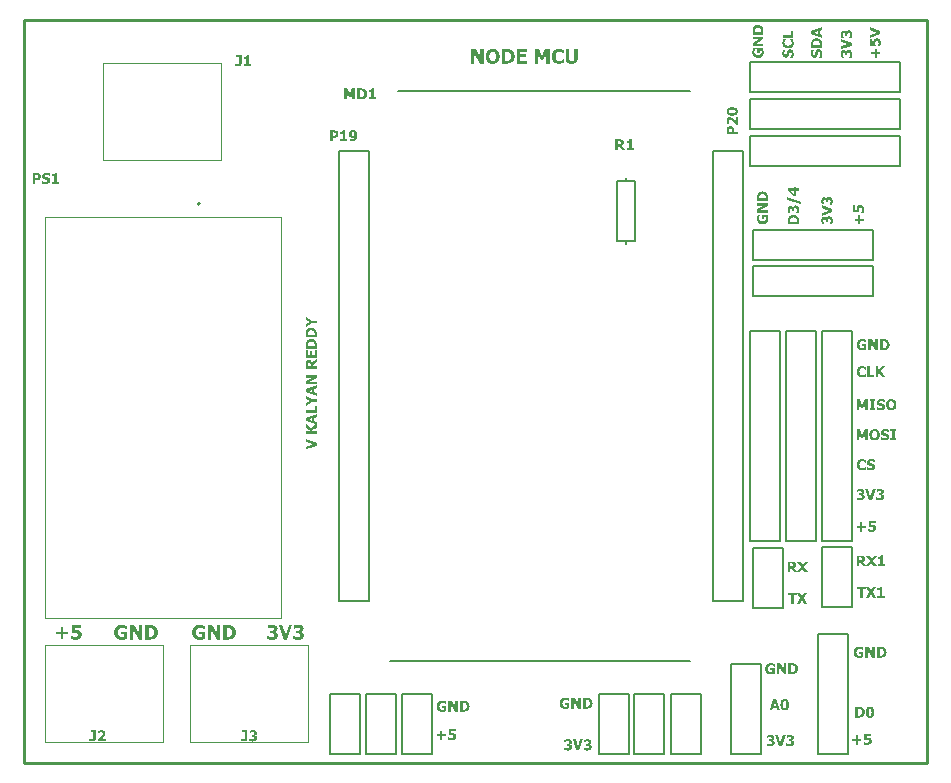
<source format=gto>
G04*
G04 #@! TF.GenerationSoftware,Altium Limited,Altium Designer,23.1.1 (15)*
G04*
G04 Layer_Color=65535*
%FSLAX44Y44*%
%MOMM*%
G71*
G04*
G04 #@! TF.SameCoordinates,7520F120-D5D8-497E-858A-6684157EE888*
G04*
G04*
G04 #@! TF.FilePolarity,Positive*
G04*
G01*
G75*
%ADD10C,0.2000*%
%ADD11C,0.2540*%
%ADD12C,0.1000*%
G36*
X485772Y702573D02*
X482558D01*
X478366Y714809D01*
X481543D01*
X484212Y706483D01*
X486881Y714809D01*
X489982D01*
X485772Y702573D01*
D02*
G37*
G36*
X495339Y715054D02*
X495583D01*
X495884Y715016D01*
X496204Y714978D01*
X496523Y714941D01*
X496824Y714866D01*
X496862D01*
X496956Y714828D01*
X497106Y714790D01*
X497294Y714734D01*
X497519Y714659D01*
X497745Y714565D01*
X497971Y714452D01*
X498196Y714321D01*
X498215Y714302D01*
X498290Y714246D01*
X498403Y714170D01*
X498553Y714057D01*
X498704Y713926D01*
X498854Y713757D01*
X499004Y713550D01*
X499136Y713343D01*
X499155Y713325D01*
X499192Y713231D01*
X499230Y713118D01*
X499305Y712949D01*
X499361Y712742D01*
X499399Y712516D01*
X499437Y712272D01*
X499455Y711990D01*
Y711971D01*
Y711952D01*
Y711896D01*
Y711821D01*
X499418Y711614D01*
X499380Y711370D01*
X499305Y711088D01*
X499192Y710787D01*
X499042Y710468D01*
X498835Y710167D01*
X498816Y710129D01*
X498722Y710035D01*
X498591Y709904D01*
X498422Y709753D01*
X498177Y709565D01*
X497914Y709415D01*
X497613Y709265D01*
X497256Y709152D01*
Y709039D01*
X497275D01*
X497332Y709020D01*
X497407Y709001D01*
X497519Y708983D01*
X497651Y708945D01*
X497801Y708907D01*
X498102Y708813D01*
X498121D01*
X498177Y708776D01*
X498252Y708738D01*
X498365Y708701D01*
X498610Y708531D01*
X498760Y708438D01*
X498910Y708306D01*
X498929Y708287D01*
X498967Y708250D01*
X499042Y708174D01*
X499136Y708080D01*
X499230Y707968D01*
X499324Y707817D01*
X499437Y707667D01*
X499531Y707479D01*
X499549Y707460D01*
X499568Y707385D01*
X499606Y707291D01*
X499662Y707141D01*
X499700Y706971D01*
X499737Y706765D01*
X499756Y706520D01*
X499775Y706276D01*
Y706257D01*
Y706238D01*
Y706126D01*
X499756Y705956D01*
X499737Y705731D01*
X499700Y705468D01*
X499625Y705205D01*
X499549Y704904D01*
X499437Y704622D01*
X499418Y704584D01*
X499380Y704509D01*
X499305Y704359D01*
X499192Y704190D01*
X499042Y704002D01*
X498892Y703776D01*
X498685Y703569D01*
X498459Y703363D01*
X498422Y703344D01*
X498346Y703287D01*
X498196Y703193D01*
X498027Y703081D01*
X497801Y702949D01*
X497538Y702818D01*
X497238Y702686D01*
X496918Y702573D01*
X496899D01*
X496880Y702554D01*
X496824D01*
X496768Y702536D01*
X496580Y702498D01*
X496335Y702442D01*
X496016Y702385D01*
X495659Y702348D01*
X495245Y702329D01*
X494794Y702310D01*
X494437D01*
X494286Y702329D01*
X493948Y702348D01*
X493572Y702366D01*
X493159Y702423D01*
X492745Y702479D01*
X492351Y702554D01*
X492332D01*
X492313Y702573D01*
X492257D01*
X492181Y702592D01*
X491993Y702648D01*
X491768Y702705D01*
X491505Y702780D01*
X491223Y702874D01*
X490960Y702968D01*
X490696Y703081D01*
Y705731D01*
X490978D01*
X491016Y705712D01*
X491091Y705656D01*
X491242Y705581D01*
X491429Y705468D01*
X491655Y705336D01*
X491937Y705223D01*
X492238Y705092D01*
X492557Y704960D01*
X492576D01*
X492595Y704941D01*
X492708Y704923D01*
X492896Y704866D01*
X493121Y704810D01*
X493366Y704753D01*
X493647Y704716D01*
X493948Y704678D01*
X494230Y704660D01*
X494399D01*
X494512Y704678D01*
X494663D01*
X494813Y704697D01*
X495189Y704735D01*
X495207D01*
X495283Y704753D01*
X495377Y704772D01*
X495490Y704810D01*
X495790Y704904D01*
X496072Y705073D01*
X496091Y705092D01*
X496129Y705111D01*
X496241Y705223D01*
X496373Y705374D01*
X496523Y705581D01*
Y705599D01*
X496542Y705637D01*
X496580Y705712D01*
X496617Y705806D01*
X496636Y705938D01*
X496674Y706088D01*
X496692Y706257D01*
Y706445D01*
Y706464D01*
Y706539D01*
X496674Y706633D01*
X496655Y706765D01*
X496598Y707047D01*
X496523Y707178D01*
X496448Y707291D01*
X496429Y707310D01*
X496410Y707347D01*
X496354Y707385D01*
X496279Y707460D01*
X496072Y707592D01*
X495809Y707723D01*
X495790D01*
X495734Y707742D01*
X495659Y707780D01*
X495546Y707798D01*
X495414Y707836D01*
X495245Y707855D01*
X495076Y707874D01*
X494869Y707892D01*
X494681D01*
X494550Y707911D01*
X493384D01*
Y710054D01*
X494193D01*
X494343Y710073D01*
X494512D01*
X494869Y710091D01*
X494888D01*
X494944Y710110D01*
X495038D01*
X495151Y710148D01*
X495414Y710204D01*
X495677Y710298D01*
X495696D01*
X495734Y710336D01*
X495790Y710355D01*
X495865Y710411D01*
X496035Y710543D01*
X496185Y710731D01*
Y710749D01*
X496222Y710787D01*
X496241Y710843D01*
X496279Y710937D01*
X496316Y711031D01*
X496335Y711163D01*
X496373Y711313D01*
Y711482D01*
Y711501D01*
Y711539D01*
Y711614D01*
X496354Y711708D01*
X496298Y711896D01*
X496185Y712084D01*
Y712103D01*
X496147Y712122D01*
X496072Y712215D01*
X495941Y712347D01*
X495771Y712460D01*
X495753D01*
X495715Y712479D01*
X495659Y712516D01*
X495565Y712535D01*
X495358Y712610D01*
X495076Y712667D01*
X495057D01*
X495020Y712685D01*
X494944D01*
X494850Y712704D01*
X494625Y712723D01*
X494230D01*
X494117Y712704D01*
X493986D01*
X493817Y712685D01*
X493478Y712610D01*
X493460D01*
X493403Y712591D01*
X493309Y712573D01*
X493196Y712535D01*
X493065Y712497D01*
X492914Y712441D01*
X492576Y712328D01*
X492557D01*
X492520Y712309D01*
X492444Y712272D01*
X492369Y712234D01*
X492125Y712122D01*
X491862Y711990D01*
X491843D01*
X491805Y711952D01*
X491730Y711915D01*
X491655Y711877D01*
X491467Y711783D01*
X491298Y711689D01*
X491054D01*
Y714302D01*
X491091Y714321D01*
X491166Y714339D01*
X491298Y714396D01*
X491505Y714471D01*
X491749Y714546D01*
X492031Y714621D01*
X492369Y714715D01*
X492745Y714809D01*
X492764D01*
X492802Y714828D01*
X492858D01*
X492933Y714847D01*
X493027Y714866D01*
X493140Y714884D01*
X493422Y714941D01*
X493760Y714997D01*
X494117Y715035D01*
X494531Y715054D01*
X494944Y715072D01*
X495132D01*
X495339Y715054D01*
D02*
G37*
G36*
X473273D02*
X473517D01*
X473818Y715016D01*
X474137Y714978D01*
X474457Y714941D01*
X474757Y714866D01*
X474795D01*
X474889Y714828D01*
X475039Y714790D01*
X475227Y714734D01*
X475453Y714659D01*
X475678Y714565D01*
X475904Y714452D01*
X476130Y714321D01*
X476148Y714302D01*
X476224Y714246D01*
X476336Y714170D01*
X476487Y714057D01*
X476637Y713926D01*
X476787Y713757D01*
X476938Y713550D01*
X477069Y713343D01*
X477088Y713325D01*
X477126Y713231D01*
X477163Y713118D01*
X477239Y712949D01*
X477295Y712742D01*
X477332Y712516D01*
X477370Y712272D01*
X477389Y711990D01*
Y711971D01*
Y711952D01*
Y711896D01*
Y711821D01*
X477351Y711614D01*
X477314Y711370D01*
X477239Y711088D01*
X477126Y710787D01*
X476975Y710468D01*
X476769Y710167D01*
X476750Y710129D01*
X476656Y710035D01*
X476524Y709904D01*
X476355Y709753D01*
X476111Y709565D01*
X475848Y709415D01*
X475547Y709265D01*
X475190Y709152D01*
Y709039D01*
X475209D01*
X475265Y709020D01*
X475340Y709001D01*
X475453Y708983D01*
X475584Y708945D01*
X475735Y708907D01*
X476036Y708813D01*
X476054D01*
X476111Y708776D01*
X476186Y708738D01*
X476299Y708701D01*
X476543Y708531D01*
X476693Y708438D01*
X476844Y708306D01*
X476863Y708287D01*
X476900Y708250D01*
X476975Y708174D01*
X477069Y708080D01*
X477163Y707968D01*
X477257Y707817D01*
X477370Y707667D01*
X477464Y707479D01*
X477483Y707460D01*
X477502Y707385D01*
X477539Y707291D01*
X477596Y707141D01*
X477633Y706971D01*
X477671Y706765D01*
X477690Y706520D01*
X477709Y706276D01*
Y706257D01*
Y706238D01*
Y706126D01*
X477690Y705956D01*
X477671Y705731D01*
X477633Y705468D01*
X477558Y705205D01*
X477483Y704904D01*
X477370Y704622D01*
X477351Y704584D01*
X477314Y704509D01*
X477239Y704359D01*
X477126Y704190D01*
X476975Y704002D01*
X476825Y703776D01*
X476618Y703569D01*
X476393Y703363D01*
X476355Y703344D01*
X476280Y703287D01*
X476130Y703193D01*
X475960Y703081D01*
X475735Y702949D01*
X475472Y702818D01*
X475171Y702686D01*
X474851Y702573D01*
X474833D01*
X474814Y702554D01*
X474757D01*
X474701Y702536D01*
X474513Y702498D01*
X474269Y702442D01*
X473949Y702385D01*
X473592Y702348D01*
X473179Y702329D01*
X472728Y702310D01*
X472370D01*
X472220Y702329D01*
X471882Y702348D01*
X471506Y702366D01*
X471092Y702423D01*
X470679Y702479D01*
X470284Y702554D01*
X470265D01*
X470247Y702573D01*
X470190D01*
X470115Y702592D01*
X469927Y702648D01*
X469701Y702705D01*
X469438Y702780D01*
X469156Y702874D01*
X468893Y702968D01*
X468630Y703081D01*
Y705731D01*
X468912D01*
X468950Y705712D01*
X469025Y705656D01*
X469175Y705581D01*
X469363Y705468D01*
X469589Y705336D01*
X469870Y705223D01*
X470171Y705092D01*
X470491Y704960D01*
X470510D01*
X470528Y704941D01*
X470641Y704923D01*
X470829Y704866D01*
X471055Y704810D01*
X471299Y704753D01*
X471581Y704716D01*
X471882Y704678D01*
X472164Y704660D01*
X472333D01*
X472446Y704678D01*
X472596D01*
X472746Y704697D01*
X473122Y704735D01*
X473141D01*
X473216Y704753D01*
X473310Y704772D01*
X473423Y704810D01*
X473724Y704904D01*
X474006Y705073D01*
X474025Y705092D01*
X474062Y705111D01*
X474175Y705223D01*
X474306Y705374D01*
X474457Y705581D01*
Y705599D01*
X474476Y705637D01*
X474513Y705712D01*
X474551Y705806D01*
X474570Y705938D01*
X474607Y706088D01*
X474626Y706257D01*
Y706445D01*
Y706464D01*
Y706539D01*
X474607Y706633D01*
X474588Y706765D01*
X474532Y707047D01*
X474457Y707178D01*
X474382Y707291D01*
X474363Y707310D01*
X474344Y707347D01*
X474288Y707385D01*
X474212Y707460D01*
X474006Y707592D01*
X473742Y707723D01*
X473724D01*
X473667Y707742D01*
X473592Y707780D01*
X473479Y707798D01*
X473348Y707836D01*
X473179Y707855D01*
X473009Y707874D01*
X472803Y707892D01*
X472615D01*
X472483Y707911D01*
X471318D01*
Y710054D01*
X472126D01*
X472276Y710073D01*
X472446D01*
X472803Y710091D01*
X472822D01*
X472878Y710110D01*
X472972D01*
X473085Y710148D01*
X473348Y710204D01*
X473611Y710298D01*
X473630D01*
X473667Y710336D01*
X473724Y710355D01*
X473799Y710411D01*
X473968Y710543D01*
X474118Y710731D01*
Y710749D01*
X474156Y710787D01*
X474175Y710843D01*
X474212Y710937D01*
X474250Y711031D01*
X474269Y711163D01*
X474306Y711313D01*
Y711482D01*
Y711501D01*
Y711539D01*
Y711614D01*
X474288Y711708D01*
X474231Y711896D01*
X474118Y712084D01*
Y712103D01*
X474081Y712122D01*
X474006Y712215D01*
X473874Y712347D01*
X473705Y712460D01*
X473686D01*
X473648Y712479D01*
X473592Y712516D01*
X473498Y712535D01*
X473291Y712610D01*
X473009Y712667D01*
X472991D01*
X472953Y712685D01*
X472878D01*
X472784Y712704D01*
X472558Y712723D01*
X472164D01*
X472051Y712704D01*
X471919D01*
X471750Y712685D01*
X471412Y712610D01*
X471393D01*
X471337Y712591D01*
X471243Y712573D01*
X471130Y712535D01*
X470998Y712497D01*
X470848Y712441D01*
X470510Y712328D01*
X470491D01*
X470453Y712309D01*
X470378Y712272D01*
X470303Y712234D01*
X470059Y712122D01*
X469795Y711990D01*
X469777D01*
X469739Y711952D01*
X469664Y711915D01*
X469589Y711877D01*
X469401Y711783D01*
X469231Y711689D01*
X468987D01*
Y714302D01*
X469025Y714321D01*
X469100Y714339D01*
X469231Y714396D01*
X469438Y714471D01*
X469683Y714546D01*
X469964Y714621D01*
X470303Y714715D01*
X470679Y714809D01*
X470698D01*
X470735Y714828D01*
X470792D01*
X470867Y714847D01*
X470961Y714866D01*
X471073Y714884D01*
X471355Y714941D01*
X471694Y714997D01*
X472051Y715035D01*
X472464Y715054D01*
X472878Y715072D01*
X473066D01*
X473273Y715054D01*
D02*
G37*
G36*
X412066Y715016D02*
X412404Y714997D01*
X412818Y714960D01*
X413231Y714903D01*
X413645Y714828D01*
X414021Y714734D01*
X414039D01*
X414058Y714715D01*
X414114Y714697D01*
X414190Y714678D01*
X414378Y714621D01*
X414622Y714527D01*
X414923Y714415D01*
X415261Y714283D01*
X415637Y714133D01*
X416013Y713945D01*
Y711088D01*
X415712D01*
X415693Y711125D01*
X415637Y711163D01*
X415562Y711219D01*
X415468Y711276D01*
X415374Y711351D01*
X415092Y711558D01*
X415073Y711576D01*
X415017Y711614D01*
X414941Y711670D01*
X414829Y711746D01*
X414584Y711915D01*
X414284Y712103D01*
X414265Y712122D01*
X414208Y712140D01*
X414096Y712197D01*
X413983Y712253D01*
X413814Y712328D01*
X413626Y712403D01*
X413438Y712479D01*
X413212Y712554D01*
X413194D01*
X413100Y712591D01*
X412987Y712610D01*
X412836Y712648D01*
X412630Y712685D01*
X412423Y712704D01*
X412178Y712742D01*
X411803D01*
X411652Y712723D01*
X411464Y712704D01*
X411239Y712685D01*
X410994Y712629D01*
X410731Y712573D01*
X410487Y712479D01*
X410468Y712460D01*
X410374Y712441D01*
X410261Y712366D01*
X410111Y712291D01*
X409923Y712197D01*
X409735Y712065D01*
X409528Y711915D01*
X409340Y711727D01*
X409322Y711708D01*
X409265Y711633D01*
X409171Y711539D01*
X409077Y711388D01*
X408946Y711200D01*
X408833Y710994D01*
X408701Y710749D01*
X408588Y710468D01*
X408570Y710430D01*
X408551Y710336D01*
X408494Y710185D01*
X408457Y709960D01*
X408400Y709716D01*
X408344Y709415D01*
X408325Y709077D01*
X408307Y708719D01*
Y708701D01*
Y708625D01*
Y708513D01*
X408325Y708362D01*
X408344Y708193D01*
X408363Y707986D01*
X408400Y707761D01*
X408438Y707516D01*
X408570Y707009D01*
X408664Y706746D01*
X408758Y706483D01*
X408889Y706238D01*
X409021Y705994D01*
X409190Y705769D01*
X409378Y705562D01*
X409397Y705543D01*
X409434Y705524D01*
X409491Y705468D01*
X409566Y705411D01*
X409679Y705336D01*
X409810Y705242D01*
X409979Y705148D01*
X410149Y705054D01*
X410336Y704960D01*
X410562Y704866D01*
X410806Y704791D01*
X411069Y704697D01*
X411352Y704641D01*
X411652Y704584D01*
X411972Y704566D01*
X412310Y704547D01*
X412968D01*
X413100Y704566D01*
Y706971D01*
X410712D01*
Y709283D01*
X416069D01*
Y703250D01*
X416032Y703231D01*
X415919Y703193D01*
X415750Y703137D01*
X415505Y703043D01*
X415205Y702949D01*
X414847Y702855D01*
X414434Y702723D01*
X413964Y702611D01*
X413945D01*
X413908Y702592D01*
X413833D01*
X413739Y702573D01*
X413626Y702536D01*
X413494Y702517D01*
X413175Y702460D01*
X412780Y702404D01*
X412348Y702366D01*
X411897Y702329D01*
X411427Y702310D01*
X411295D01*
X411145Y702329D01*
X410957D01*
X410712Y702366D01*
X410430Y702404D01*
X410111Y702442D01*
X409773Y702517D01*
X409416Y702611D01*
X409040Y702723D01*
X408664Y702855D01*
X408288Y703006D01*
X407893Y703193D01*
X407536Y703419D01*
X407179Y703682D01*
X406840Y703964D01*
X406822Y703983D01*
X406765Y704039D01*
X406690Y704133D01*
X406577Y704265D01*
X406446Y704453D01*
X406295Y704660D01*
X406145Y704904D01*
X405995Y705186D01*
X405826Y705505D01*
X405675Y705844D01*
X405525Y706238D01*
X405393Y706652D01*
X405280Y707122D01*
X405205Y707610D01*
X405149Y708137D01*
X405130Y708682D01*
Y708719D01*
Y708813D01*
X405149Y708964D01*
Y709152D01*
X405186Y709396D01*
X405224Y709678D01*
X405280Y709998D01*
X405337Y710336D01*
X405431Y710693D01*
X405544Y711069D01*
X405694Y711445D01*
X405844Y711840D01*
X406051Y712215D01*
X406277Y712591D01*
X406540Y712949D01*
X406840Y713287D01*
X406859Y713306D01*
X406916Y713362D01*
X407010Y713456D01*
X407160Y713569D01*
X407329Y713700D01*
X407536Y713832D01*
X407780Y714001D01*
X408062Y714170D01*
X408382Y714321D01*
X408739Y714490D01*
X409115Y714621D01*
X409528Y714772D01*
X409979Y714866D01*
X410468Y714960D01*
X410976Y715016D01*
X411521Y715035D01*
X411915D01*
X412066Y715016D01*
D02*
G37*
G36*
X428869Y702573D02*
X425918D01*
X421182Y711088D01*
Y702573D01*
X418381D01*
Y714809D01*
X422140D01*
X426069Y707798D01*
Y714809D01*
X428869D01*
Y702573D01*
D02*
G37*
G36*
X435937Y714790D02*
X436294Y714772D01*
X436707Y714734D01*
X437121Y714697D01*
X437553Y714640D01*
X437609D01*
X437666Y714621D01*
X437741Y714603D01*
X437854Y714584D01*
X437967Y714546D01*
X438249Y714471D01*
X438568Y714377D01*
X438925Y714227D01*
X439301Y714057D01*
X439677Y713832D01*
X439696D01*
X439733Y713794D01*
X439790Y713757D01*
X439884Y713700D01*
X440091Y713512D01*
X440373Y713287D01*
X440673Y712986D01*
X440993Y712629D01*
X441293Y712215D01*
X441575Y711746D01*
Y711727D01*
X441613Y711689D01*
X441651Y711614D01*
X441688Y711520D01*
X441745Y711388D01*
X441801Y711238D01*
X441857Y711069D01*
X441933Y710881D01*
X442008Y710655D01*
X442064Y710430D01*
X442177Y709904D01*
X442252Y709302D01*
X442290Y708663D01*
Y708644D01*
Y708588D01*
Y708494D01*
X442271Y708381D01*
Y708231D01*
X442252Y708043D01*
X442233Y707855D01*
X442196Y707648D01*
X442102Y707159D01*
X441970Y706652D01*
X441782Y706126D01*
X441538Y705599D01*
Y705581D01*
X441500Y705543D01*
X441463Y705468D01*
X441406Y705374D01*
X441331Y705261D01*
X441237Y705148D01*
X441012Y704847D01*
X440748Y704509D01*
X440429Y704171D01*
X440053Y703832D01*
X439640Y703532D01*
X439621D01*
X439602Y703513D01*
X439546Y703475D01*
X439470Y703438D01*
X439282Y703325D01*
X439019Y703193D01*
X438718Y703062D01*
X438361Y702930D01*
X437967Y702818D01*
X437553Y702742D01*
X437497D01*
X437440Y702723D01*
X437365D01*
X437252Y702705D01*
X437140Y702686D01*
X436839Y702667D01*
X436482Y702629D01*
X436087Y702592D01*
X435636Y702573D01*
X431350D01*
Y714809D01*
X435617D01*
X435937Y714790D01*
D02*
G37*
G36*
X311307Y712497D02*
X306101D01*
Y710449D01*
X306194D01*
X306270Y710468D01*
X306458D01*
X306683Y710486D01*
X306796D01*
X306871Y710505D01*
X307529D01*
X307754Y710486D01*
X307999Y710468D01*
X308281Y710430D01*
X308845Y710317D01*
X308882D01*
X308976Y710279D01*
X309108Y710242D01*
X309296Y710185D01*
X309503Y710110D01*
X309709Y710016D01*
X309935Y709904D01*
X310160Y709772D01*
X310198Y709753D01*
X310273Y709697D01*
X310405Y709584D01*
X310555Y709453D01*
X310724Y709283D01*
X310912Y709058D01*
X311100Y708832D01*
X311251Y708550D01*
X311269Y708513D01*
X311307Y708419D01*
X311382Y708250D01*
X311457Y708043D01*
X311514Y707780D01*
X311589Y707460D01*
X311626Y707103D01*
X311645Y706708D01*
Y706690D01*
Y706671D01*
Y706614D01*
Y706539D01*
X311626Y706370D01*
X311608Y706126D01*
X311570Y705844D01*
X311495Y705543D01*
X311420Y705242D01*
X311307Y704923D01*
X311288Y704885D01*
X311251Y704791D01*
X311175Y704641D01*
X311063Y704453D01*
X310931Y704227D01*
X310762Y704002D01*
X310555Y703757D01*
X310330Y703532D01*
X310292Y703513D01*
X310217Y703438D01*
X310085Y703325D01*
X309897Y703193D01*
X309672Y703062D01*
X309427Y702912D01*
X309127Y702761D01*
X308807Y702629D01*
X308788D01*
X308769Y702611D01*
X308713Y702592D01*
X308657Y702573D01*
X308469Y702536D01*
X308206Y702479D01*
X307886Y702404D01*
X307529Y702366D01*
X307097Y702329D01*
X306646Y702310D01*
X306420D01*
X306307Y702329D01*
X306157D01*
X305837Y702348D01*
X305461Y702385D01*
X305086Y702423D01*
X304672Y702479D01*
X304296Y702554D01*
X304277D01*
X304258Y702573D01*
X304202D01*
X304127Y702592D01*
X303958Y702629D01*
X303732Y702686D01*
X303469Y702761D01*
X303206Y702855D01*
X302924Y702949D01*
X302680Y703043D01*
Y705712D01*
X302962D01*
X302980Y705693D01*
X303093Y705618D01*
X303262Y705505D01*
X303469Y705393D01*
X303488D01*
X303525Y705374D01*
X303582Y705336D01*
X303676Y705299D01*
X303770Y705242D01*
X303901Y705186D01*
X304052Y705129D01*
X304221Y705054D01*
X304240D01*
X304296Y705035D01*
X304390Y704998D01*
X304503Y704960D01*
X304634Y704904D01*
X304785Y704866D01*
X305104Y704772D01*
X305123D01*
X305180Y704753D01*
X305273Y704735D01*
X305405Y704716D01*
X305555Y704697D01*
X305725Y704678D01*
X306101Y704660D01*
X306288D01*
X306420Y704678D01*
X306570D01*
X306740Y704716D01*
X307134Y704772D01*
X307153D01*
X307228Y704791D01*
X307322Y704829D01*
X307454Y704866D01*
X307754Y704998D01*
X307886Y705092D01*
X308018Y705205D01*
X308036Y705223D01*
X308055Y705242D01*
X308168Y705374D01*
X308300Y705543D01*
X308412Y705750D01*
Y705769D01*
X308431Y705806D01*
X308469Y705881D01*
X308488Y705975D01*
X308525Y706088D01*
X308544Y706238D01*
X308563Y706407D01*
Y706596D01*
Y706614D01*
Y706671D01*
Y706746D01*
X308544Y706859D01*
X308488Y707084D01*
X308375Y707328D01*
Y707347D01*
X308337Y707385D01*
X308300Y707441D01*
X308262Y707516D01*
X308112Y707686D01*
X307905Y707836D01*
X307886Y707855D01*
X307830Y707874D01*
X307736Y707930D01*
X307623Y707986D01*
X307473Y708043D01*
X307303Y708099D01*
X307115Y708156D01*
X306890Y708193D01*
X306871D01*
X306796Y708212D01*
X306683Y708231D01*
X306552Y708250D01*
X306382D01*
X306213Y708268D01*
X305875Y708287D01*
X305631D01*
X305461Y708268D01*
X305255D01*
X305029Y708250D01*
X304559Y708174D01*
X304540D01*
X304446Y708156D01*
X304334Y708137D01*
X304183Y708099D01*
X304014Y708062D01*
X303826Y708024D01*
X303469Y707949D01*
X303206D01*
Y714809D01*
X311307D01*
Y712497D01*
D02*
G37*
G36*
X295913Y709020D02*
X300105D01*
Y706896D01*
X295913D01*
Y702705D01*
X293752D01*
Y706896D01*
X289560D01*
Y709020D01*
X293752D01*
Y713212D01*
X295913D01*
Y709020D01*
D02*
G37*
G36*
X346026Y715016D02*
X346364Y714997D01*
X346778Y714960D01*
X347191Y714903D01*
X347605Y714828D01*
X347980Y714734D01*
X347999D01*
X348018Y714715D01*
X348074Y714697D01*
X348150Y714678D01*
X348338Y714621D01*
X348582Y714527D01*
X348883Y714415D01*
X349221Y714283D01*
X349597Y714133D01*
X349973Y713945D01*
Y711088D01*
X349672D01*
X349653Y711125D01*
X349597Y711163D01*
X349522Y711219D01*
X349428Y711276D01*
X349334Y711351D01*
X349052Y711558D01*
X349033Y711576D01*
X348977Y711614D01*
X348901Y711670D01*
X348789Y711746D01*
X348544Y711915D01*
X348244Y712103D01*
X348225Y712122D01*
X348168Y712140D01*
X348056Y712197D01*
X347943Y712253D01*
X347774Y712328D01*
X347586Y712403D01*
X347398Y712479D01*
X347172Y712554D01*
X347154D01*
X347060Y712591D01*
X346947Y712610D01*
X346796Y712648D01*
X346590Y712685D01*
X346383Y712704D01*
X346138Y712742D01*
X345763D01*
X345612Y712723D01*
X345424Y712704D01*
X345199Y712685D01*
X344954Y712629D01*
X344691Y712573D01*
X344447Y712479D01*
X344428Y712460D01*
X344334Y712441D01*
X344221Y712366D01*
X344071Y712291D01*
X343883Y712197D01*
X343695Y712065D01*
X343488Y711915D01*
X343300Y711727D01*
X343282Y711708D01*
X343225Y711633D01*
X343131Y711539D01*
X343037Y711388D01*
X342906Y711200D01*
X342793Y710994D01*
X342661Y710749D01*
X342548Y710468D01*
X342530Y710430D01*
X342511Y710336D01*
X342454Y710185D01*
X342417Y709960D01*
X342360Y709716D01*
X342304Y709415D01*
X342285Y709077D01*
X342267Y708719D01*
Y708701D01*
Y708625D01*
Y708513D01*
X342285Y708362D01*
X342304Y708193D01*
X342323Y707986D01*
X342360Y707761D01*
X342398Y707516D01*
X342530Y707009D01*
X342624Y706746D01*
X342718Y706483D01*
X342849Y706238D01*
X342981Y705994D01*
X343150Y705769D01*
X343338Y705562D01*
X343357Y705543D01*
X343394Y705524D01*
X343451Y705468D01*
X343526Y705411D01*
X343639Y705336D01*
X343770Y705242D01*
X343939Y705148D01*
X344109Y705054D01*
X344296Y704960D01*
X344522Y704866D01*
X344766Y704791D01*
X345029Y704697D01*
X345312Y704641D01*
X345612Y704584D01*
X345932Y704566D01*
X346270Y704547D01*
X346928D01*
X347060Y704566D01*
Y706971D01*
X344672D01*
Y709283D01*
X350029D01*
Y703250D01*
X349992Y703231D01*
X349879Y703193D01*
X349710Y703137D01*
X349465Y703043D01*
X349165Y702949D01*
X348807Y702855D01*
X348394Y702723D01*
X347924Y702611D01*
X347905D01*
X347868Y702592D01*
X347793D01*
X347699Y702573D01*
X347586Y702536D01*
X347454Y702517D01*
X347135Y702460D01*
X346740Y702404D01*
X346308Y702366D01*
X345857Y702329D01*
X345387Y702310D01*
X345255D01*
X345105Y702329D01*
X344917D01*
X344672Y702366D01*
X344390Y702404D01*
X344071Y702442D01*
X343733Y702517D01*
X343376Y702611D01*
X343000Y702723D01*
X342624Y702855D01*
X342248Y703006D01*
X341853Y703193D01*
X341496Y703419D01*
X341139Y703682D01*
X340800Y703964D01*
X340782Y703983D01*
X340725Y704039D01*
X340650Y704133D01*
X340537Y704265D01*
X340406Y704453D01*
X340255Y704660D01*
X340105Y704904D01*
X339955Y705186D01*
X339785Y705505D01*
X339635Y705844D01*
X339485Y706238D01*
X339353Y706652D01*
X339240Y707122D01*
X339165Y707610D01*
X339109Y708137D01*
X339090Y708682D01*
Y708719D01*
Y708813D01*
X339109Y708964D01*
Y709152D01*
X339146Y709396D01*
X339184Y709678D01*
X339240Y709998D01*
X339297Y710336D01*
X339391Y710693D01*
X339504Y711069D01*
X339654Y711445D01*
X339804Y711840D01*
X340011Y712215D01*
X340237Y712591D01*
X340500Y712949D01*
X340800Y713287D01*
X340819Y713306D01*
X340876Y713362D01*
X340970Y713456D01*
X341120Y713569D01*
X341289Y713700D01*
X341496Y713832D01*
X341740Y714001D01*
X342022Y714170D01*
X342342Y714321D01*
X342699Y714490D01*
X343075Y714621D01*
X343488Y714772D01*
X343939Y714866D01*
X344428Y714960D01*
X344936Y715016D01*
X345481Y715035D01*
X345875D01*
X346026Y715016D01*
D02*
G37*
G36*
X362829Y702573D02*
X359878D01*
X355142Y711088D01*
Y702573D01*
X352341D01*
Y714809D01*
X356100D01*
X360029Y707798D01*
Y714809D01*
X362829D01*
Y702573D01*
D02*
G37*
G36*
X369897Y714790D02*
X370254Y714772D01*
X370667Y714734D01*
X371081Y714697D01*
X371513Y714640D01*
X371570D01*
X371626Y714621D01*
X371701Y714603D01*
X371814Y714584D01*
X371927Y714546D01*
X372209Y714471D01*
X372528Y714377D01*
X372885Y714227D01*
X373261Y714057D01*
X373637Y713832D01*
X373656D01*
X373693Y713794D01*
X373750Y713757D01*
X373844Y713700D01*
X374051Y713512D01*
X374333Y713287D01*
X374633Y712986D01*
X374953Y712629D01*
X375253Y712215D01*
X375535Y711746D01*
Y711727D01*
X375573Y711689D01*
X375611Y711614D01*
X375648Y711520D01*
X375705Y711388D01*
X375761Y711238D01*
X375817Y711069D01*
X375893Y710881D01*
X375968Y710655D01*
X376024Y710430D01*
X376137Y709904D01*
X376212Y709302D01*
X376250Y708663D01*
Y708644D01*
Y708588D01*
Y708494D01*
X376231Y708381D01*
Y708231D01*
X376212Y708043D01*
X376193Y707855D01*
X376156Y707648D01*
X376062Y707159D01*
X375930Y706652D01*
X375742Y706126D01*
X375498Y705599D01*
Y705581D01*
X375460Y705543D01*
X375423Y705468D01*
X375366Y705374D01*
X375291Y705261D01*
X375197Y705148D01*
X374972Y704847D01*
X374708Y704509D01*
X374389Y704171D01*
X374013Y703832D01*
X373600Y703532D01*
X373581D01*
X373562Y703513D01*
X373506Y703475D01*
X373430Y703438D01*
X373242Y703325D01*
X372979Y703193D01*
X372678Y703062D01*
X372321Y702930D01*
X371927Y702818D01*
X371513Y702742D01*
X371457D01*
X371400Y702723D01*
X371325D01*
X371212Y702705D01*
X371100Y702686D01*
X370799Y702667D01*
X370442Y702629D01*
X370047Y702592D01*
X369596Y702573D01*
X365310D01*
Y714809D01*
X369577D01*
X369897Y714790D01*
D02*
G37*
G36*
X716008Y1202696D02*
X716215D01*
X716440Y1202677D01*
X716891Y1202621D01*
X716910D01*
X716985Y1202602D01*
X717098Y1202583D01*
X717248Y1202564D01*
X717417Y1202527D01*
X717605Y1202489D01*
X718019Y1202395D01*
X718038D01*
X718094Y1202377D01*
X718169Y1202339D01*
X718282Y1202301D01*
X718414Y1202264D01*
X718583Y1202189D01*
X718921Y1202057D01*
X718940D01*
X718996Y1202020D01*
X719090Y1201982D01*
X719203Y1201926D01*
X719466Y1201813D01*
X719729Y1201681D01*
Y1198787D01*
X719391D01*
X719372Y1198824D01*
X719259Y1198918D01*
X719072Y1199050D01*
X718846Y1199238D01*
X718827Y1199257D01*
X718790Y1199294D01*
X718714Y1199332D01*
X718620Y1199407D01*
X718508Y1199482D01*
X718395Y1199576D01*
X718094Y1199764D01*
X718075Y1199783D01*
X718019Y1199801D01*
X717925Y1199858D01*
X717812Y1199914D01*
X717662Y1199989D01*
X717511Y1200065D01*
X717135Y1200215D01*
X717117D01*
X717041Y1200253D01*
X716947Y1200271D01*
X716816Y1200309D01*
X716647Y1200347D01*
X716478Y1200365D01*
X716083Y1200403D01*
X715970D01*
X715838Y1200384D01*
X715669D01*
X715481Y1200347D01*
X715275Y1200309D01*
X715068Y1200253D01*
X714861Y1200178D01*
X714842D01*
X714767Y1200140D01*
X714654Y1200083D01*
X714523Y1200008D01*
X714372Y1199914D01*
X714184Y1199783D01*
X713997Y1199632D01*
X713809Y1199463D01*
X713790Y1199444D01*
X713733Y1199369D01*
X713639Y1199275D01*
X713545Y1199125D01*
X713414Y1198956D01*
X713301Y1198730D01*
X713169Y1198486D01*
X713057Y1198204D01*
X713038Y1198166D01*
X713019Y1198072D01*
X712963Y1197903D01*
X712925Y1197678D01*
X712869Y1197396D01*
X712812Y1197076D01*
X712794Y1196719D01*
X712775Y1196324D01*
Y1196305D01*
Y1196268D01*
Y1196211D01*
Y1196136D01*
X712794Y1195929D01*
X712812Y1195666D01*
X712850Y1195366D01*
X712906Y1195046D01*
X712982Y1194727D01*
X713075Y1194426D01*
X713094Y1194388D01*
X713132Y1194294D01*
X713188Y1194163D01*
X713282Y1193975D01*
X713395Y1193787D01*
X713545Y1193580D01*
X713696Y1193373D01*
X713865Y1193185D01*
X713884Y1193167D01*
X713940Y1193110D01*
X714053Y1193035D01*
X714166Y1192922D01*
X714335Y1192809D01*
X714504Y1192697D01*
X714711Y1192603D01*
X714918Y1192509D01*
X714936D01*
X715030Y1192471D01*
X715143Y1192452D01*
X715294Y1192415D01*
X715463Y1192377D01*
X715669Y1192358D01*
X716102Y1192321D01*
X716196D01*
X716327Y1192339D01*
X716478D01*
X716647Y1192358D01*
X716835Y1192396D01*
X717248Y1192509D01*
X717267Y1192527D01*
X717342Y1192546D01*
X717436Y1192584D01*
X717568Y1192640D01*
X717868Y1192791D01*
X718169Y1192960D01*
X718188Y1192979D01*
X718244Y1192997D01*
X718320Y1193054D01*
X718414Y1193110D01*
X718639Y1193279D01*
X718884Y1193467D01*
X718902Y1193486D01*
X718940Y1193505D01*
X718996Y1193561D01*
X719072Y1193618D01*
X719259Y1193768D01*
X719447Y1193937D01*
X719729D01*
Y1191043D01*
X719710D01*
X719673Y1191024D01*
X719598Y1190986D01*
X719504Y1190949D01*
X719391Y1190892D01*
X719259Y1190836D01*
X718940Y1190686D01*
X718921D01*
X718865Y1190648D01*
X718771Y1190610D01*
X718658Y1190573D01*
X718526Y1190516D01*
X718376Y1190460D01*
X718038Y1190347D01*
X718019D01*
X717944Y1190328D01*
X717831Y1190291D01*
X717681Y1190253D01*
X717511Y1190216D01*
X717323Y1190178D01*
X716947Y1190103D01*
X716929D01*
X716853Y1190084D01*
X716741Y1190065D01*
X716590D01*
X716402Y1190046D01*
X716158Y1190028D01*
X715895Y1190009D01*
X715463D01*
X715312Y1190028D01*
X715124D01*
X714899Y1190065D01*
X714617Y1190103D01*
X714316Y1190140D01*
X713997Y1190216D01*
X713658Y1190310D01*
X713301Y1190422D01*
X712944Y1190554D01*
X712587Y1190704D01*
X712211Y1190892D01*
X711873Y1191118D01*
X711534Y1191381D01*
X711215Y1191663D01*
X711196Y1191682D01*
X711140Y1191738D01*
X711064Y1191832D01*
X710970Y1191964D01*
X710839Y1192133D01*
X710707Y1192339D01*
X710557Y1192584D01*
X710406Y1192866D01*
X710256Y1193185D01*
X710106Y1193524D01*
X709974Y1193918D01*
X709843Y1194332D01*
X709749Y1194783D01*
X709673Y1195272D01*
X709617Y1195798D01*
X709598Y1196343D01*
Y1196381D01*
Y1196475D01*
X709617Y1196625D01*
Y1196832D01*
X709655Y1197076D01*
X709692Y1197358D01*
X709730Y1197678D01*
X709805Y1198016D01*
X709880Y1198373D01*
X709993Y1198749D01*
X710125Y1199144D01*
X710275Y1199538D01*
X710463Y1199914D01*
X710688Y1200290D01*
X710933Y1200647D01*
X711215Y1200986D01*
X711234Y1201004D01*
X711290Y1201061D01*
X711384Y1201155D01*
X711516Y1201249D01*
X711666Y1201380D01*
X711873Y1201531D01*
X712098Y1201681D01*
X712361Y1201850D01*
X712662Y1202019D01*
X712982Y1202170D01*
X713357Y1202320D01*
X713733Y1202452D01*
X714147Y1202564D01*
X714598Y1202640D01*
X715068Y1202696D01*
X715575Y1202715D01*
X715838D01*
X716008Y1202696D01*
D02*
G37*
G36*
X707794Y1190253D02*
X704730D01*
Y1198354D01*
X702493Y1193129D01*
X700407D01*
X698189Y1198354D01*
Y1190253D01*
X695294D01*
Y1202489D01*
X698828D01*
X701535Y1196437D01*
X704241Y1202489D01*
X707794D01*
Y1190253D01*
D02*
G37*
G36*
X651838D02*
X648887D01*
X644151Y1198768D01*
Y1190253D01*
X641350D01*
Y1202489D01*
X645109D01*
X649038Y1195478D01*
Y1202489D01*
X651838D01*
Y1190253D01*
D02*
G37*
G36*
X731608Y1194670D02*
Y1194651D01*
Y1194576D01*
Y1194464D01*
X731590Y1194294D01*
X731571Y1194106D01*
X731533Y1193900D01*
X731496Y1193655D01*
X731439Y1193392D01*
X731383Y1193110D01*
X731289Y1192828D01*
X731195Y1192546D01*
X731063Y1192245D01*
X730913Y1191964D01*
X730744Y1191701D01*
X730537Y1191437D01*
X730312Y1191193D01*
X730293Y1191174D01*
X730255Y1191137D01*
X730180Y1191080D01*
X730067Y1191005D01*
X729936Y1190911D01*
X729766Y1190817D01*
X729578Y1190704D01*
X729353Y1190592D01*
X729090Y1190479D01*
X728808Y1190366D01*
X728488Y1190272D01*
X728150Y1190178D01*
X727774Y1190103D01*
X727379Y1190046D01*
X726947Y1190009D01*
X726477Y1189990D01*
X726233D01*
X726064Y1190009D01*
X725857Y1190028D01*
X725631Y1190046D01*
X725368Y1190084D01*
X725086Y1190140D01*
X724466Y1190272D01*
X724146Y1190385D01*
X723846Y1190498D01*
X723526Y1190629D01*
X723225Y1190779D01*
X722943Y1190967D01*
X722680Y1191174D01*
X722662Y1191193D01*
X722624Y1191231D01*
X722568Y1191306D01*
X722474Y1191400D01*
X722380Y1191513D01*
X722267Y1191663D01*
X722154Y1191851D01*
X722022Y1192058D01*
X721910Y1192283D01*
X721778Y1192546D01*
X721665Y1192828D01*
X721571Y1193148D01*
X721477Y1193486D01*
X721421Y1193843D01*
X721383Y1194238D01*
X721365Y1194651D01*
Y1202489D01*
X724428D01*
Y1194839D01*
Y1194821D01*
Y1194783D01*
Y1194727D01*
Y1194633D01*
X724447Y1194407D01*
X724485Y1194125D01*
X724541Y1193806D01*
X724635Y1193505D01*
X724748Y1193204D01*
X724898Y1192941D01*
X724917Y1192922D01*
X724992Y1192847D01*
X725105Y1192753D01*
X725274Y1192640D01*
X725500Y1192509D01*
X725763Y1192415D01*
X726101Y1192339D01*
X726477Y1192321D01*
X726571D01*
X726646Y1192339D01*
X726834Y1192358D01*
X727060Y1192396D01*
X727323Y1192471D01*
X727586Y1192565D01*
X727830Y1192715D01*
X728037Y1192903D01*
X728056Y1192941D01*
X728112Y1193016D01*
X728206Y1193167D01*
X728300Y1193373D01*
X728375Y1193636D01*
X728469Y1193975D01*
X728526Y1194370D01*
X728545Y1194839D01*
Y1202489D01*
X731608D01*
Y1194670D01*
D02*
G37*
G36*
X688302Y1200159D02*
X683077D01*
Y1198016D01*
X687889D01*
Y1195685D01*
X683077D01*
Y1192584D01*
X688302D01*
Y1190253D01*
X680013D01*
Y1202489D01*
X688302D01*
Y1200159D01*
D02*
G37*
G36*
X671856Y1202470D02*
X672213Y1202452D01*
X672626Y1202414D01*
X673040Y1202377D01*
X673472Y1202320D01*
X673529D01*
X673585Y1202301D01*
X673660Y1202283D01*
X673773Y1202264D01*
X673886Y1202226D01*
X674168Y1202151D01*
X674487Y1202057D01*
X674845Y1201907D01*
X675220Y1201738D01*
X675596Y1201512D01*
X675615D01*
X675653Y1201474D01*
X675709Y1201437D01*
X675803Y1201380D01*
X676010Y1201192D01*
X676292Y1200967D01*
X676592Y1200666D01*
X676912Y1200309D01*
X677213Y1199895D01*
X677495Y1199426D01*
Y1199407D01*
X677532Y1199369D01*
X677570Y1199294D01*
X677607Y1199200D01*
X677664Y1199069D01*
X677720Y1198918D01*
X677777Y1198749D01*
X677852Y1198561D01*
X677927Y1198335D01*
X677983Y1198110D01*
X678096Y1197584D01*
X678171Y1196982D01*
X678209Y1196343D01*
Y1196324D01*
Y1196268D01*
Y1196174D01*
X678190Y1196061D01*
Y1195911D01*
X678171Y1195723D01*
X678153Y1195535D01*
X678115Y1195328D01*
X678021Y1194839D01*
X677889Y1194332D01*
X677701Y1193806D01*
X677457Y1193279D01*
Y1193260D01*
X677420Y1193223D01*
X677382Y1193148D01*
X677326Y1193054D01*
X677250Y1192941D01*
X677156Y1192828D01*
X676931Y1192527D01*
X676668Y1192189D01*
X676348Y1191851D01*
X675972Y1191513D01*
X675559Y1191212D01*
X675540D01*
X675521Y1191193D01*
X675465Y1191155D01*
X675390Y1191118D01*
X675202Y1191005D01*
X674939Y1190873D01*
X674638Y1190742D01*
X674281Y1190610D01*
X673886Y1190498D01*
X673472Y1190422D01*
X673416D01*
X673360Y1190404D01*
X673284D01*
X673172Y1190385D01*
X673059Y1190366D01*
X672758Y1190347D01*
X672401Y1190310D01*
X672006Y1190272D01*
X671555Y1190253D01*
X667270D01*
Y1202489D01*
X671536D01*
X671856Y1202470D01*
D02*
G37*
G36*
X659789Y1202734D02*
X659977D01*
X660221Y1202696D01*
X660484Y1202658D01*
X660785Y1202602D01*
X661105Y1202546D01*
X661443Y1202452D01*
X661800Y1202339D01*
X662157Y1202189D01*
X662533Y1202038D01*
X662890Y1201832D01*
X663229Y1201606D01*
X663567Y1201343D01*
X663868Y1201042D01*
X663886Y1201023D01*
X663943Y1200967D01*
X664018Y1200873D01*
X664112Y1200723D01*
X664243Y1200553D01*
X664375Y1200347D01*
X664526Y1200102D01*
X664676Y1199820D01*
X664807Y1199501D01*
X664958Y1199144D01*
X665089Y1198768D01*
X665221Y1198354D01*
X665315Y1197903D01*
X665390Y1197414D01*
X665446Y1196907D01*
X665465Y1196362D01*
Y1196324D01*
Y1196230D01*
X665446Y1196080D01*
Y1195873D01*
X665409Y1195629D01*
X665390Y1195328D01*
X665334Y1195008D01*
X665258Y1194670D01*
X665183Y1194294D01*
X665071Y1193918D01*
X664939Y1193524D01*
X664789Y1193129D01*
X664601Y1192753D01*
X664394Y1192377D01*
X664149Y1192020D01*
X663868Y1191682D01*
X663849Y1191663D01*
X663792Y1191607D01*
X663698Y1191531D01*
X663586Y1191419D01*
X663417Y1191287D01*
X663229Y1191155D01*
X663003Y1190986D01*
X662740Y1190836D01*
X662439Y1190686D01*
X662120Y1190535D01*
X661762Y1190385D01*
X661368Y1190253D01*
X660954Y1190140D01*
X660503Y1190065D01*
X660033Y1190009D01*
X659526Y1189990D01*
X659413D01*
X659263Y1190009D01*
X659075D01*
X658830Y1190046D01*
X658567Y1190084D01*
X658266Y1190140D01*
X657947Y1190197D01*
X657590Y1190291D01*
X657233Y1190404D01*
X656876Y1190554D01*
X656518Y1190704D01*
X656161Y1190911D01*
X655804Y1191137D01*
X655466Y1191400D01*
X655165Y1191700D01*
X655146Y1191719D01*
X655090Y1191776D01*
X655015Y1191888D01*
X654921Y1192020D01*
X654808Y1192189D01*
X654676Y1192396D01*
X654526Y1192659D01*
X654394Y1192941D01*
X654244Y1193242D01*
X654094Y1193599D01*
X653962Y1193975D01*
X653849Y1194388D01*
X653755Y1194839D01*
X653680Y1195328D01*
X653624Y1195836D01*
X653605Y1196362D01*
Y1196399D01*
Y1196493D01*
X653624Y1196644D01*
Y1196851D01*
X653661Y1197095D01*
X653680Y1197396D01*
X653737Y1197715D01*
X653793Y1198054D01*
X653887Y1198411D01*
X653981Y1198805D01*
X654112Y1199181D01*
X654263Y1199576D01*
X654451Y1199952D01*
X654658Y1200328D01*
X654883Y1200685D01*
X655165Y1201023D01*
X655184Y1201042D01*
X655240Y1201098D01*
X655334Y1201192D01*
X655447Y1201286D01*
X655616Y1201418D01*
X655804Y1201568D01*
X656049Y1201719D01*
X656312Y1201888D01*
X656594Y1202057D01*
X656932Y1202207D01*
X657289Y1202358D01*
X657665Y1202489D01*
X658097Y1202602D01*
X658548Y1202677D01*
X659018Y1202734D01*
X659526Y1202753D01*
X659657D01*
X659789Y1202734D01*
D02*
G37*
G36*
X506720Y972513D02*
X510540D01*
Y970216D01*
X506833D01*
X501363Y966987D01*
Y969595D01*
X504662Y971414D01*
X501363Y973148D01*
Y975685D01*
X506720Y972513D01*
D02*
G37*
G36*
X506184Y966691D02*
X506297D01*
X506438Y966677D01*
X506579Y966663D01*
X506734Y966635D01*
X507100Y966564D01*
X507481Y966466D01*
X507876Y966325D01*
X508270Y966142D01*
X508284D01*
X508313Y966113D01*
X508369Y966085D01*
X508439Y966043D01*
X508524Y965986D01*
X508609Y965916D01*
X508834Y965747D01*
X509088Y965549D01*
X509342Y965310D01*
X509595Y965028D01*
X509821Y964718D01*
Y964704D01*
X509835Y964690D01*
X509863Y964647D01*
X509892Y964591D01*
X509976Y964450D01*
X510075Y964253D01*
X510173Y964027D01*
X510272Y963759D01*
X510357Y963463D01*
X510413Y963153D01*
Y963111D01*
X510427Y963068D01*
Y963012D01*
X510441Y962927D01*
X510455Y962843D01*
X510470Y962617D01*
X510498Y962349D01*
X510526Y962053D01*
X510540Y961715D01*
Y958501D01*
X501363D01*
Y961701D01*
X501377Y961941D01*
X501391Y962208D01*
X501419Y962519D01*
X501447Y962829D01*
X501490Y963153D01*
Y963195D01*
X501504Y963238D01*
X501518Y963294D01*
X501532Y963379D01*
X501560Y963463D01*
X501617Y963675D01*
X501687Y963914D01*
X501800Y964182D01*
X501927Y964464D01*
X502096Y964746D01*
Y964760D01*
X502124Y964788D01*
X502152Y964831D01*
X502195Y964901D01*
X502336Y965056D01*
X502505Y965268D01*
X502730Y965493D01*
X502998Y965733D01*
X503308Y965958D01*
X503661Y966170D01*
X503675D01*
X503703Y966198D01*
X503759Y966226D01*
X503830Y966254D01*
X503928Y966297D01*
X504041Y966339D01*
X504168Y966381D01*
X504309Y966438D01*
X504478Y966494D01*
X504647Y966536D01*
X505042Y966621D01*
X505493Y966677D01*
X505973Y966705D01*
X505987D01*
X506029D01*
X506099D01*
X506184Y966691D01*
D02*
G37*
G36*
Y957134D02*
X506297D01*
X506438Y957120D01*
X506579Y957105D01*
X506734Y957077D01*
X507100Y957007D01*
X507481Y956908D01*
X507876Y956767D01*
X508270Y956584D01*
X508284D01*
X508313Y956556D01*
X508369Y956527D01*
X508439Y956485D01*
X508524Y956429D01*
X508609Y956358D01*
X508834Y956189D01*
X509088Y955992D01*
X509342Y955752D01*
X509595Y955470D01*
X509821Y955160D01*
Y955146D01*
X509835Y955132D01*
X509863Y955089D01*
X509892Y955033D01*
X509976Y954892D01*
X510075Y954695D01*
X510173Y954469D01*
X510272Y954201D01*
X510357Y953905D01*
X510413Y953595D01*
Y953553D01*
X510427Y953511D01*
Y953454D01*
X510441Y953370D01*
X510455Y953285D01*
X510470Y953060D01*
X510498Y952792D01*
X510526Y952496D01*
X510540Y952157D01*
Y948943D01*
X501363D01*
Y952143D01*
X501377Y952383D01*
X501391Y952651D01*
X501419Y952961D01*
X501447Y953271D01*
X501490Y953595D01*
Y953637D01*
X501504Y953680D01*
X501518Y953736D01*
X501532Y953821D01*
X501560Y953905D01*
X501617Y954117D01*
X501687Y954357D01*
X501800Y954624D01*
X501927Y954906D01*
X502096Y955188D01*
Y955202D01*
X502124Y955230D01*
X502152Y955273D01*
X502195Y955343D01*
X502336Y955498D01*
X502505Y955710D01*
X502730Y955935D01*
X502998Y956175D01*
X503308Y956401D01*
X503661Y956612D01*
X503675D01*
X503703Y956640D01*
X503759Y956668D01*
X503830Y956697D01*
X503928Y956739D01*
X504041Y956781D01*
X504168Y956824D01*
X504309Y956880D01*
X504478Y956936D01*
X504647Y956979D01*
X505042Y957063D01*
X505493Y957120D01*
X505973Y957148D01*
X505987D01*
X506029D01*
X506099D01*
X506184Y957134D01*
D02*
G37*
G36*
X510540Y941176D02*
X501363D01*
Y947393D01*
X503111D01*
Y943474D01*
X504718D01*
Y947082D01*
X506466D01*
Y943474D01*
X508792D01*
Y947393D01*
X510540D01*
Y941176D01*
D02*
G37*
G36*
Y937694D02*
X507171Y935128D01*
Y934311D01*
X510540D01*
Y932013D01*
X501363D01*
Y935974D01*
X501377Y936157D01*
X501391Y936369D01*
X501405Y936580D01*
X501433Y936820D01*
X501461Y937031D01*
Y937059D01*
X501476Y937130D01*
X501504Y937229D01*
X501546Y937370D01*
X501603Y937539D01*
X501673Y937708D01*
X501758Y937891D01*
X501856Y938074D01*
X501870Y938103D01*
X501913Y938159D01*
X501983Y938244D01*
X502082Y938356D01*
X502195Y938483D01*
X502336Y938610D01*
X502491Y938751D01*
X502660Y938864D01*
X502688Y938878D01*
X502744Y938906D01*
X502857Y938963D01*
X502998Y939019D01*
X503167Y939061D01*
X503379Y939118D01*
X503618Y939146D01*
X503886Y939160D01*
X503900D01*
X503928D01*
X503985D01*
X504055D01*
X504154Y939146D01*
X504253Y939132D01*
X504492Y939103D01*
X504774Y939047D01*
X505056Y938963D01*
X505338Y938836D01*
X505606Y938681D01*
X505634Y938652D01*
X505719Y938596D01*
X505832Y938483D01*
X505973Y938342D01*
X506142Y938159D01*
X506325Y937934D01*
X506494Y937680D01*
X506649Y937398D01*
X510540Y940499D01*
Y937694D01*
D02*
G37*
G36*
Y924245D02*
X504154Y920693D01*
X510540D01*
Y918592D01*
X501363D01*
Y921412D01*
X506621Y924358D01*
X501363D01*
Y926459D01*
X510540D01*
Y924245D01*
D02*
G37*
G36*
Y915336D02*
X508679Y914758D01*
Y911840D01*
X510540Y911262D01*
Y908964D01*
X501363Y912066D01*
Y914575D01*
X510540Y917690D01*
Y915336D01*
D02*
G37*
G36*
X506720Y905947D02*
X510540D01*
Y903650D01*
X506833D01*
X501363Y900421D01*
Y903029D01*
X504662Y904848D01*
X501363Y906582D01*
Y909119D01*
X506720Y905947D01*
D02*
G37*
G36*
X510540Y894275D02*
X501363D01*
Y896573D01*
X508792D01*
Y900407D01*
X510540D01*
Y894275D01*
D02*
G37*
G36*
Y891019D02*
X508679Y890441D01*
Y887523D01*
X510540Y886945D01*
Y884647D01*
D01*
Y882095D01*
X506818Y879600D01*
X507453Y879149D01*
X510540D01*
Y876851D01*
X501363D01*
Y879149D01*
X505479D01*
X501363Y882095D01*
Y884745D01*
X505634Y881475D01*
X510308Y884725D01*
X501363Y887748D01*
Y890257D01*
X510540Y893373D01*
Y891019D01*
D02*
G37*
G36*
Y869154D02*
Y866744D01*
X501363Y863600D01*
Y865982D01*
X507608Y867984D01*
X501363Y869986D01*
Y872312D01*
X510540Y869154D01*
D02*
G37*
G36*
X543169Y1159994D02*
X540871D01*
Y1166070D01*
X539194Y1162151D01*
X537629D01*
X535965Y1166070D01*
Y1159994D01*
X533795D01*
Y1169172D01*
X536445D01*
X538475Y1164632D01*
X540505Y1169172D01*
X543169D01*
Y1159994D01*
D02*
G37*
G36*
X559056Y1161601D02*
X560945D01*
Y1159994D01*
X554884D01*
Y1161601D01*
X556815D01*
Y1166437D01*
X554884D01*
Y1167931D01*
X555151D01*
X555278Y1167945D01*
X555419D01*
X555715Y1167973D01*
X555729D01*
X555786Y1167987D01*
X555856Y1168001D01*
X555955Y1168016D01*
X556181Y1168072D01*
X556293Y1168114D01*
X556392Y1168157D01*
X556406Y1168171D01*
X556434Y1168185D01*
X556491Y1168213D01*
X556561Y1168269D01*
X556702Y1168382D01*
X556843Y1168551D01*
X556857Y1168565D01*
X556871Y1168594D01*
X556900Y1168650D01*
X556928Y1168720D01*
X556970Y1168819D01*
X556998Y1168932D01*
X557026Y1169045D01*
X557040Y1169186D01*
X559056D01*
Y1161601D01*
D02*
G37*
G36*
X548498Y1169157D02*
X548766Y1169143D01*
X549076Y1169115D01*
X549386Y1169087D01*
X549710Y1169045D01*
X549752D01*
X549795Y1169031D01*
X549851Y1169016D01*
X549936Y1169002D01*
X550020Y1168974D01*
X550232Y1168918D01*
X550471Y1168847D01*
X550739Y1168735D01*
X551021Y1168608D01*
X551303Y1168438D01*
X551317D01*
X551345Y1168410D01*
X551388Y1168382D01*
X551458Y1168340D01*
X551613Y1168199D01*
X551825Y1168030D01*
X552050Y1167804D01*
X552290Y1167536D01*
X552515Y1167226D01*
X552727Y1166874D01*
Y1166860D01*
X552755Y1166831D01*
X552783Y1166775D01*
X552811Y1166705D01*
X552854Y1166606D01*
X552896Y1166493D01*
X552938Y1166366D01*
X552995Y1166225D01*
X553051Y1166056D01*
X553093Y1165887D01*
X553178Y1165492D01*
X553234Y1165041D01*
X553262Y1164562D01*
Y1164548D01*
Y1164505D01*
Y1164435D01*
X553248Y1164350D01*
Y1164238D01*
X553234Y1164097D01*
X553220Y1163956D01*
X553192Y1163801D01*
X553122Y1163434D01*
X553023Y1163053D01*
X552882Y1162659D01*
X552699Y1162264D01*
Y1162250D01*
X552671Y1162222D01*
X552642Y1162165D01*
X552600Y1162095D01*
X552544Y1162010D01*
X552473Y1161926D01*
X552304Y1161700D01*
X552107Y1161446D01*
X551867Y1161193D01*
X551585Y1160939D01*
X551275Y1160713D01*
X551261D01*
X551247Y1160699D01*
X551204Y1160671D01*
X551148Y1160643D01*
X551007Y1160558D01*
X550810Y1160460D01*
X550584Y1160361D01*
X550316Y1160262D01*
X550020Y1160178D01*
X549710Y1160121D01*
X549668D01*
X549626Y1160107D01*
X549569D01*
X549484Y1160093D01*
X549400Y1160079D01*
X549174Y1160065D01*
X548907Y1160037D01*
X548610Y1160008D01*
X548272Y1159994D01*
X545058D01*
Y1169172D01*
X548258D01*
X548498Y1169157D01*
D02*
G37*
G36*
X732946Y608797D02*
X730536D01*
X727392Y617975D01*
X729775D01*
X731776Y611730D01*
X733778Y617975D01*
X736104D01*
X732946Y608797D01*
D02*
G37*
G36*
X740122Y618158D02*
X740305D01*
X740531Y618130D01*
X740770Y618101D01*
X741010Y618073D01*
X741236Y618017D01*
X741264D01*
X741334Y617989D01*
X741447Y617960D01*
X741588Y617918D01*
X741757Y617862D01*
X741926Y617791D01*
X742095Y617707D01*
X742265Y617608D01*
X742279Y617594D01*
X742335Y617552D01*
X742420Y617495D01*
X742532Y617411D01*
X742645Y617312D01*
X742758Y617185D01*
X742871Y617030D01*
X742969Y616875D01*
X742983Y616861D01*
X743012Y616790D01*
X743040Y616706D01*
X743096Y616579D01*
X743139Y616424D01*
X743167Y616255D01*
X743195Y616071D01*
X743209Y615860D01*
Y615846D01*
Y615832D01*
Y615789D01*
Y615733D01*
X743181Y615578D01*
X743153Y615395D01*
X743096Y615183D01*
X743012Y614958D01*
X742899Y614718D01*
X742744Y614492D01*
X742730Y614464D01*
X742659Y614394D01*
X742561Y614295D01*
X742434Y614182D01*
X742251Y614041D01*
X742053Y613929D01*
X741828Y613816D01*
X741560Y613731D01*
Y613647D01*
X741574D01*
X741616Y613633D01*
X741673Y613619D01*
X741757Y613604D01*
X741856Y613576D01*
X741969Y613548D01*
X742194Y613478D01*
X742208D01*
X742251Y613449D01*
X742307Y613421D01*
X742392Y613393D01*
X742575Y613266D01*
X742688Y613196D01*
X742800Y613097D01*
X742814Y613083D01*
X742843Y613055D01*
X742899Y612998D01*
X742969Y612928D01*
X743040Y612843D01*
X743110Y612730D01*
X743195Y612618D01*
X743266Y612477D01*
X743280Y612463D01*
X743294Y612406D01*
X743322Y612336D01*
X743364Y612223D01*
X743392Y612096D01*
X743420Y611941D01*
X743435Y611758D01*
X743449Y611575D01*
Y611560D01*
Y611546D01*
Y611462D01*
X743435Y611335D01*
X743420Y611166D01*
X743392Y610968D01*
X743336Y610771D01*
X743280Y610545D01*
X743195Y610334D01*
X743181Y610306D01*
X743153Y610249D01*
X743096Y610137D01*
X743012Y610010D01*
X742899Y609869D01*
X742786Y609700D01*
X742631Y609544D01*
X742462Y609389D01*
X742434Y609375D01*
X742377Y609333D01*
X742265Y609263D01*
X742138Y609178D01*
X741969Y609079D01*
X741771Y608981D01*
X741546Y608882D01*
X741306Y608797D01*
X741292D01*
X741278Y608783D01*
X741236D01*
X741193Y608769D01*
X741052Y608741D01*
X740869Y608699D01*
X740629Y608656D01*
X740361Y608628D01*
X740051Y608614D01*
X739713Y608600D01*
X739445D01*
X739332Y608614D01*
X739079Y608628D01*
X738797Y608642D01*
X738487Y608685D01*
X738176Y608727D01*
X737880Y608783D01*
X737866D01*
X737852Y608797D01*
X737810D01*
X737754Y608811D01*
X737613Y608854D01*
X737443Y608896D01*
X737246Y608952D01*
X737035Y609023D01*
X736837Y609093D01*
X736640Y609178D01*
Y611166D01*
X736851D01*
X736880Y611152D01*
X736936Y611109D01*
X737049Y611053D01*
X737190Y610968D01*
X737359Y610870D01*
X737570Y610785D01*
X737796Y610686D01*
X738036Y610588D01*
X738050D01*
X738064Y610574D01*
X738148Y610560D01*
X738289Y610517D01*
X738458Y610475D01*
X738642Y610433D01*
X738853Y610404D01*
X739079Y610376D01*
X739290Y610362D01*
X739417D01*
X739502Y610376D01*
X739614D01*
X739727Y610390D01*
X740009Y610419D01*
X740023D01*
X740079Y610433D01*
X740150Y610447D01*
X740235Y610475D01*
X740460Y610545D01*
X740672Y610672D01*
X740686Y610686D01*
X740714Y610700D01*
X740798Y610785D01*
X740897Y610898D01*
X741010Y611053D01*
Y611067D01*
X741024Y611095D01*
X741052Y611152D01*
X741080Y611222D01*
X741095Y611321D01*
X741123Y611433D01*
X741137Y611560D01*
Y611701D01*
Y611715D01*
Y611772D01*
X741123Y611842D01*
X741109Y611941D01*
X741066Y612152D01*
X741010Y612251D01*
X740954Y612336D01*
X740939Y612350D01*
X740925Y612378D01*
X740883Y612406D01*
X740827Y612463D01*
X740672Y612561D01*
X740474Y612660D01*
X740460D01*
X740418Y612674D01*
X740361Y612702D01*
X740277Y612716D01*
X740178Y612744D01*
X740051Y612759D01*
X739924Y612773D01*
X739769Y612787D01*
X739628D01*
X739530Y612801D01*
X738656D01*
Y614408D01*
X739262D01*
X739375Y614422D01*
X739502D01*
X739769Y614436D01*
X739783D01*
X739826Y614450D01*
X739896D01*
X739981Y614478D01*
X740178Y614521D01*
X740376Y614591D01*
X740390D01*
X740418Y614619D01*
X740460Y614633D01*
X740517Y614676D01*
X740643Y614775D01*
X740756Y614916D01*
Y614930D01*
X740784Y614958D01*
X740798Y615000D01*
X740827Y615070D01*
X740855Y615141D01*
X740869Y615240D01*
X740897Y615353D01*
Y615479D01*
Y615493D01*
Y615522D01*
Y615578D01*
X740883Y615648D01*
X740841Y615789D01*
X740756Y615930D01*
Y615945D01*
X740728Y615959D01*
X740672Y616029D01*
X740573Y616128D01*
X740446Y616212D01*
X740432D01*
X740404Y616227D01*
X740361Y616255D01*
X740291Y616269D01*
X740136Y616325D01*
X739924Y616367D01*
X739910D01*
X739882Y616381D01*
X739826D01*
X739755Y616396D01*
X739586Y616410D01*
X739290D01*
X739205Y616396D01*
X739107D01*
X738980Y616381D01*
X738726Y616325D01*
X738712D01*
X738670Y616311D01*
X738599Y616297D01*
X738515Y616269D01*
X738416Y616241D01*
X738303Y616198D01*
X738050Y616114D01*
X738036D01*
X738007Y616100D01*
X737951Y616071D01*
X737895Y616043D01*
X737711Y615959D01*
X737514Y615860D01*
X737500D01*
X737472Y615832D01*
X737415Y615804D01*
X737359Y615775D01*
X737218Y615705D01*
X737091Y615634D01*
X736908D01*
Y617594D01*
X736936Y617608D01*
X736992Y617622D01*
X737091Y617664D01*
X737246Y617721D01*
X737429Y617777D01*
X737641Y617834D01*
X737895Y617904D01*
X738176Y617975D01*
X738191D01*
X738219Y617989D01*
X738261D01*
X738317Y618003D01*
X738388Y618017D01*
X738473Y618031D01*
X738684Y618073D01*
X738938Y618116D01*
X739205Y618144D01*
X739516Y618158D01*
X739826Y618172D01*
X739967D01*
X740122Y618158D01*
D02*
G37*
G36*
X723572D02*
X723755D01*
X723981Y618130D01*
X724220Y618101D01*
X724460Y618073D01*
X724686Y618017D01*
X724714D01*
X724784Y617989D01*
X724897Y617960D01*
X725038Y617918D01*
X725207Y617862D01*
X725376Y617791D01*
X725546Y617707D01*
X725715Y617608D01*
X725729Y617594D01*
X725785Y617552D01*
X725870Y617495D01*
X725983Y617411D01*
X726095Y617312D01*
X726208Y617185D01*
X726321Y617030D01*
X726420Y616875D01*
X726434Y616861D01*
X726462Y616790D01*
X726490Y616706D01*
X726546Y616579D01*
X726589Y616424D01*
X726617Y616255D01*
X726645Y616071D01*
X726659Y615860D01*
Y615846D01*
Y615832D01*
Y615789D01*
Y615733D01*
X726631Y615578D01*
X726603Y615395D01*
X726546Y615183D01*
X726462Y614958D01*
X726349Y614718D01*
X726194Y614492D01*
X726180Y614464D01*
X726109Y614394D01*
X726011Y614295D01*
X725884Y614182D01*
X725701Y614041D01*
X725503Y613929D01*
X725278Y613816D01*
X725010Y613731D01*
Y613647D01*
X725024D01*
X725066Y613633D01*
X725123Y613619D01*
X725207Y613604D01*
X725306Y613576D01*
X725419Y613548D01*
X725644Y613478D01*
X725658D01*
X725701Y613449D01*
X725757Y613421D01*
X725842Y613393D01*
X726025Y613266D01*
X726138Y613196D01*
X726250Y613097D01*
X726264Y613083D01*
X726293Y613055D01*
X726349Y612998D01*
X726420Y612928D01*
X726490Y612843D01*
X726561Y612730D01*
X726645Y612618D01*
X726716Y612477D01*
X726730Y612463D01*
X726744Y612406D01*
X726772Y612336D01*
X726814Y612223D01*
X726842Y612096D01*
X726871Y611941D01*
X726885Y611758D01*
X726899Y611575D01*
Y611560D01*
Y611546D01*
Y611462D01*
X726885Y611335D01*
X726871Y611166D01*
X726842Y610968D01*
X726786Y610771D01*
X726730Y610545D01*
X726645Y610334D01*
X726631Y610306D01*
X726603Y610249D01*
X726546Y610137D01*
X726462Y610010D01*
X726349Y609869D01*
X726236Y609700D01*
X726081Y609544D01*
X725912Y609389D01*
X725884Y609375D01*
X725827Y609333D01*
X725715Y609263D01*
X725588Y609178D01*
X725419Y609079D01*
X725221Y608981D01*
X724996Y608882D01*
X724756Y608797D01*
X724742D01*
X724728Y608783D01*
X724686D01*
X724643Y608769D01*
X724502Y608741D01*
X724319Y608699D01*
X724080Y608656D01*
X723812Y608628D01*
X723502Y608614D01*
X723163Y608600D01*
X722895D01*
X722783Y608614D01*
X722529Y608628D01*
X722247Y608642D01*
X721937Y608685D01*
X721627Y608727D01*
X721330Y608783D01*
X721316D01*
X721302Y608797D01*
X721260D01*
X721204Y608811D01*
X721063Y608854D01*
X720893Y608896D01*
X720696Y608952D01*
X720485Y609023D01*
X720287Y609093D01*
X720090Y609178D01*
Y611166D01*
X720302D01*
X720330Y611152D01*
X720386Y611109D01*
X720499Y611053D01*
X720640Y610968D01*
X720809Y610870D01*
X721020Y610785D01*
X721246Y610686D01*
X721486Y610588D01*
X721500D01*
X721514Y610574D01*
X721598Y610560D01*
X721739Y610517D01*
X721908Y610475D01*
X722092Y610433D01*
X722303Y610404D01*
X722529Y610376D01*
X722740Y610362D01*
X722867D01*
X722952Y610376D01*
X723064D01*
X723177Y610390D01*
X723459Y610419D01*
X723473D01*
X723530Y610433D01*
X723600Y610447D01*
X723685Y610475D01*
X723910Y610545D01*
X724122Y610672D01*
X724136Y610686D01*
X724164Y610700D01*
X724249Y610785D01*
X724347Y610898D01*
X724460Y611053D01*
Y611067D01*
X724474Y611095D01*
X724502Y611152D01*
X724531Y611222D01*
X724545Y611321D01*
X724573Y611433D01*
X724587Y611560D01*
Y611701D01*
Y611715D01*
Y611772D01*
X724573Y611842D01*
X724559Y611941D01*
X724517Y612152D01*
X724460Y612251D01*
X724404Y612336D01*
X724390Y612350D01*
X724376Y612378D01*
X724333Y612406D01*
X724277Y612463D01*
X724122Y612561D01*
X723924Y612660D01*
X723910D01*
X723868Y612674D01*
X723812Y612702D01*
X723727Y612716D01*
X723628Y612744D01*
X723502Y612759D01*
X723375Y612773D01*
X723220Y612787D01*
X723079D01*
X722980Y612801D01*
X722106D01*
Y614408D01*
X722712D01*
X722825Y614422D01*
X722952D01*
X723220Y614436D01*
X723234D01*
X723276Y614450D01*
X723346D01*
X723431Y614478D01*
X723628Y614521D01*
X723826Y614591D01*
X723840D01*
X723868Y614619D01*
X723910Y614633D01*
X723967Y614676D01*
X724093Y614775D01*
X724206Y614916D01*
Y614930D01*
X724234Y614958D01*
X724249Y615000D01*
X724277Y615070D01*
X724305Y615141D01*
X724319Y615240D01*
X724347Y615353D01*
Y615479D01*
Y615493D01*
Y615522D01*
Y615578D01*
X724333Y615648D01*
X724291Y615789D01*
X724206Y615930D01*
Y615945D01*
X724178Y615959D01*
X724122Y616029D01*
X724023Y616128D01*
X723896Y616212D01*
X723882D01*
X723854Y616227D01*
X723812Y616255D01*
X723741Y616269D01*
X723586Y616325D01*
X723375Y616367D01*
X723361D01*
X723332Y616381D01*
X723276D01*
X723205Y616396D01*
X723036Y616410D01*
X722740D01*
X722656Y616396D01*
X722557D01*
X722430Y616381D01*
X722176Y616325D01*
X722162D01*
X722120Y616311D01*
X722049Y616297D01*
X721965Y616269D01*
X721866Y616241D01*
X721753Y616198D01*
X721500Y616114D01*
X721486D01*
X721457Y616100D01*
X721401Y616071D01*
X721345Y616043D01*
X721161Y615959D01*
X720964Y615860D01*
X720950D01*
X720922Y615832D01*
X720865Y615804D01*
X720809Y615775D01*
X720668Y615705D01*
X720541Y615634D01*
X720358D01*
Y617594D01*
X720386Y617608D01*
X720442Y617622D01*
X720541Y617664D01*
X720696Y617721D01*
X720879Y617777D01*
X721091Y617834D01*
X721345Y617904D01*
X721627Y617975D01*
X721641D01*
X721669Y617989D01*
X721711D01*
X721768Y618003D01*
X721838Y618017D01*
X721923Y618031D01*
X722134Y618073D01*
X722388Y618116D01*
X722656Y618144D01*
X722966Y618158D01*
X723276Y618172D01*
X723417D01*
X723572Y618158D01*
D02*
G37*
G36*
X721482Y653420D02*
X721736Y653406D01*
X722046Y653377D01*
X722356Y653335D01*
X722666Y653279D01*
X722948Y653208D01*
X722962D01*
X722976Y653194D01*
X723018Y653180D01*
X723075Y653166D01*
X723216Y653123D01*
X723399Y653053D01*
X723624Y652969D01*
X723878Y652870D01*
X724160Y652757D01*
X724442Y652616D01*
Y650473D01*
X724217D01*
X724202Y650501D01*
X724160Y650530D01*
X724104Y650572D01*
X724033Y650614D01*
X723963Y650671D01*
X723751Y650826D01*
X723737Y650840D01*
X723695Y650868D01*
X723639Y650910D01*
X723554Y650967D01*
X723371Y651094D01*
X723145Y651235D01*
X723131Y651249D01*
X723089Y651263D01*
X723004Y651305D01*
X722920Y651347D01*
X722793Y651404D01*
X722652Y651460D01*
X722511Y651516D01*
X722342Y651573D01*
X722328D01*
X722257Y651601D01*
X722172Y651615D01*
X722060Y651643D01*
X721905Y651672D01*
X721750Y651686D01*
X721566Y651714D01*
X721284D01*
X721172Y651700D01*
X721031Y651686D01*
X720862Y651672D01*
X720678Y651629D01*
X720481Y651587D01*
X720298Y651516D01*
X720284Y651502D01*
X720213Y651488D01*
X720128Y651432D01*
X720016Y651376D01*
X719875Y651305D01*
X719734Y651206D01*
X719579Y651094D01*
X719438Y650953D01*
X719424Y650938D01*
X719381Y650882D01*
X719311Y650812D01*
X719240Y650699D01*
X719142Y650558D01*
X719057Y650403D01*
X718958Y650220D01*
X718874Y650008D01*
X718860Y649980D01*
X718846Y649909D01*
X718803Y649797D01*
X718775Y649628D01*
X718733Y649444D01*
X718691Y649219D01*
X718677Y648965D01*
X718662Y648697D01*
Y648683D01*
Y648627D01*
Y648542D01*
X718677Y648429D01*
X718691Y648302D01*
X718705Y648147D01*
X718733Y647978D01*
X718761Y647795D01*
X718860Y647414D01*
X718930Y647217D01*
X719001Y647020D01*
X719099Y646836D01*
X719198Y646653D01*
X719325Y646484D01*
X719466Y646329D01*
X719480Y646315D01*
X719508Y646301D01*
X719550Y646258D01*
X719607Y646216D01*
X719691Y646160D01*
X719790Y646089D01*
X719917Y646019D01*
X720044Y645948D01*
X720185Y645878D01*
X720354Y645807D01*
X720537Y645751D01*
X720735Y645680D01*
X720946Y645638D01*
X721172Y645596D01*
X721411Y645582D01*
X721665Y645567D01*
X722158D01*
X722257Y645582D01*
Y647386D01*
X720467D01*
Y649120D01*
X724484D01*
Y644595D01*
X724456Y644581D01*
X724372Y644553D01*
X724245Y644510D01*
X724062Y644440D01*
X723836Y644369D01*
X723568Y644299D01*
X723258Y644200D01*
X722906Y644116D01*
X722891D01*
X722863Y644101D01*
X722807D01*
X722736Y644087D01*
X722652Y644059D01*
X722553Y644045D01*
X722314Y644003D01*
X722018Y643960D01*
X721693Y643932D01*
X721355Y643904D01*
X721003Y643890D01*
X720904D01*
X720791Y643904D01*
X720650D01*
X720467Y643932D01*
X720255Y643960D01*
X720016Y643989D01*
X719762Y644045D01*
X719494Y644116D01*
X719212Y644200D01*
X718930Y644299D01*
X718648Y644412D01*
X718352Y644553D01*
X718084Y644722D01*
X717817Y644919D01*
X717563Y645130D01*
X717549Y645145D01*
X717506Y645187D01*
X717450Y645257D01*
X717365Y645356D01*
X717267Y645497D01*
X717154Y645652D01*
X717041Y645835D01*
X716928Y646047D01*
X716802Y646286D01*
X716689Y646540D01*
X716576Y646836D01*
X716477Y647146D01*
X716393Y647499D01*
X716336Y647865D01*
X716294Y648260D01*
X716280Y648669D01*
Y648697D01*
Y648768D01*
X716294Y648880D01*
Y649021D01*
X716322Y649205D01*
X716350Y649416D01*
X716393Y649656D01*
X716435Y649909D01*
X716506Y650177D01*
X716590Y650459D01*
X716703Y650741D01*
X716816Y651037D01*
X716971Y651319D01*
X717140Y651601D01*
X717337Y651869D01*
X717563Y652123D01*
X717577Y652137D01*
X717619Y652179D01*
X717690Y652250D01*
X717803Y652334D01*
X717929Y652433D01*
X718084Y652532D01*
X718268Y652658D01*
X718479Y652785D01*
X718719Y652898D01*
X718987Y653025D01*
X719269Y653123D01*
X719579Y653236D01*
X719917Y653307D01*
X720284Y653377D01*
X720664Y653420D01*
X721073Y653434D01*
X721369D01*
X721482Y653420D01*
D02*
G37*
G36*
X734084Y644087D02*
X731871D01*
X728319Y650473D01*
Y644087D01*
X726218D01*
Y653264D01*
X729038D01*
X731984Y648006D01*
Y653264D01*
X734084D01*
Y644087D01*
D02*
G37*
G36*
X739385Y653250D02*
X739653Y653236D01*
X739963Y653208D01*
X740273Y653180D01*
X740597Y653138D01*
X740640D01*
X740682Y653123D01*
X740738Y653109D01*
X740823Y653095D01*
X740908Y653067D01*
X741119Y653011D01*
X741359Y652940D01*
X741626Y652828D01*
X741908Y652701D01*
X742190Y652532D01*
X742204D01*
X742233Y652503D01*
X742275Y652475D01*
X742345Y652433D01*
X742500Y652292D01*
X742712Y652123D01*
X742937Y651897D01*
X743177Y651629D01*
X743403Y651319D01*
X743614Y650967D01*
Y650953D01*
X743642Y650924D01*
X743671Y650868D01*
X743699Y650798D01*
X743741Y650699D01*
X743783Y650586D01*
X743826Y650459D01*
X743882Y650318D01*
X743938Y650149D01*
X743981Y649980D01*
X744065Y649585D01*
X744122Y649134D01*
X744150Y648655D01*
Y648641D01*
Y648598D01*
Y648528D01*
X744136Y648443D01*
Y648331D01*
X744122Y648190D01*
X744108Y648049D01*
X744079Y647894D01*
X744009Y647527D01*
X743910Y647146D01*
X743769Y646752D01*
X743586Y646357D01*
Y646343D01*
X743558Y646315D01*
X743530Y646258D01*
X743487Y646188D01*
X743431Y646103D01*
X743360Y646019D01*
X743191Y645793D01*
X742994Y645539D01*
X742754Y645286D01*
X742472Y645032D01*
X742162Y644806D01*
X742148D01*
X742134Y644792D01*
X742092Y644764D01*
X742035Y644736D01*
X741894Y644651D01*
X741697Y644553D01*
X741471Y644454D01*
X741204Y644355D01*
X740908Y644271D01*
X740597Y644214D01*
X740555D01*
X740513Y644200D01*
X740456D01*
X740372Y644186D01*
X740287Y644172D01*
X740062Y644158D01*
X739794Y644130D01*
X739498Y644101D01*
X739159Y644087D01*
X735945D01*
Y653264D01*
X739145D01*
X739385Y653250D01*
D02*
G37*
G36*
X617342Y650880D02*
X617595Y650865D01*
X617906Y650837D01*
X618216Y650795D01*
X618526Y650739D01*
X618808Y650668D01*
X618822D01*
X618836Y650654D01*
X618878Y650640D01*
X618935Y650626D01*
X619076Y650583D01*
X619259Y650513D01*
X619484Y650428D01*
X619738Y650330D01*
X620020Y650217D01*
X620302Y650076D01*
Y647933D01*
X620077D01*
X620062Y647962D01*
X620020Y647990D01*
X619964Y648032D01*
X619893Y648074D01*
X619823Y648131D01*
X619611Y648286D01*
X619597Y648300D01*
X619555Y648328D01*
X619499Y648370D01*
X619414Y648427D01*
X619231Y648554D01*
X619005Y648695D01*
X618991Y648709D01*
X618949Y648723D01*
X618864Y648765D01*
X618780Y648807D01*
X618653Y648864D01*
X618512Y648920D01*
X618371Y648977D01*
X618202Y649033D01*
X618188D01*
X618117Y649061D01*
X618032Y649075D01*
X617920Y649103D01*
X617765Y649131D01*
X617610Y649146D01*
X617426Y649174D01*
X617144D01*
X617032Y649160D01*
X616891Y649146D01*
X616721Y649131D01*
X616538Y649089D01*
X616341Y649047D01*
X616158Y648977D01*
X616143Y648962D01*
X616073Y648948D01*
X615989Y648892D01*
X615876Y648836D01*
X615735Y648765D01*
X615594Y648666D01*
X615439Y648554D01*
X615298Y648413D01*
X615284Y648399D01*
X615241Y648342D01*
X615171Y648272D01*
X615100Y648159D01*
X615002Y648018D01*
X614917Y647863D01*
X614818Y647680D01*
X614734Y647468D01*
X614720Y647440D01*
X614706Y647369D01*
X614663Y647257D01*
X614635Y647087D01*
X614593Y646904D01*
X614551Y646679D01*
X614537Y646425D01*
X614522Y646157D01*
Y646143D01*
Y646087D01*
Y646002D01*
X614537Y645889D01*
X614551Y645762D01*
X614565Y645607D01*
X614593Y645438D01*
X614621Y645255D01*
X614720Y644874D01*
X614790Y644677D01*
X614861Y644480D01*
X614959Y644296D01*
X615058Y644113D01*
X615185Y643944D01*
X615326Y643789D01*
X615340Y643775D01*
X615368Y643761D01*
X615410Y643718D01*
X615467Y643676D01*
X615551Y643620D01*
X615650Y643549D01*
X615777Y643479D01*
X615904Y643408D01*
X616045Y643338D01*
X616214Y643267D01*
X616397Y643211D01*
X616595Y643140D01*
X616806Y643098D01*
X617032Y643056D01*
X617271Y643042D01*
X617525Y643027D01*
X618018D01*
X618117Y643042D01*
Y644846D01*
X616327D01*
Y646580D01*
X620345D01*
Y642055D01*
X620316Y642041D01*
X620232Y642013D01*
X620105Y641970D01*
X619921Y641900D01*
X619696Y641829D01*
X619428Y641759D01*
X619118Y641660D01*
X618766Y641576D01*
X618751D01*
X618723Y641562D01*
X618667D01*
X618596Y641547D01*
X618512Y641519D01*
X618413Y641505D01*
X618173Y641463D01*
X617878Y641421D01*
X617553Y641392D01*
X617215Y641364D01*
X616862Y641350D01*
X616764D01*
X616651Y641364D01*
X616510D01*
X616327Y641392D01*
X616115Y641421D01*
X615876Y641449D01*
X615622Y641505D01*
X615354Y641576D01*
X615072Y641660D01*
X614790Y641759D01*
X614508Y641872D01*
X614212Y642013D01*
X613944Y642182D01*
X613677Y642379D01*
X613423Y642590D01*
X613409Y642605D01*
X613366Y642647D01*
X613310Y642717D01*
X613226Y642816D01*
X613127Y642957D01*
X613014Y643112D01*
X612901Y643295D01*
X612789Y643507D01*
X612662Y643746D01*
X612549Y644000D01*
X612436Y644296D01*
X612337Y644606D01*
X612253Y644959D01*
X612196Y645325D01*
X612154Y645720D01*
X612140Y646129D01*
Y646157D01*
Y646228D01*
X612154Y646340D01*
Y646481D01*
X612182Y646665D01*
X612211Y646876D01*
X612253Y647116D01*
X612295Y647369D01*
X612366Y647637D01*
X612450Y647919D01*
X612563Y648201D01*
X612676Y648497D01*
X612831Y648779D01*
X613000Y649061D01*
X613197Y649329D01*
X613423Y649583D01*
X613437Y649597D01*
X613479Y649639D01*
X613550Y649709D01*
X613662Y649794D01*
X613789Y649893D01*
X613944Y649992D01*
X614128Y650118D01*
X614339Y650245D01*
X614579Y650358D01*
X614847Y650485D01*
X615129Y650583D01*
X615439Y650696D01*
X615777Y650767D01*
X616143Y650837D01*
X616524Y650880D01*
X616933Y650894D01*
X617229D01*
X617342Y650880D01*
D02*
G37*
G36*
X629944Y641547D02*
X627731D01*
X624179Y647933D01*
Y641547D01*
X622078D01*
Y650724D01*
X624898D01*
X627844Y645466D01*
Y650724D01*
X629944D01*
Y641547D01*
D02*
G37*
G36*
X635245Y650710D02*
X635513Y650696D01*
X635823Y650668D01*
X636133Y650640D01*
X636457Y650598D01*
X636500D01*
X636542Y650583D01*
X636598Y650569D01*
X636683Y650555D01*
X636768Y650527D01*
X636979Y650471D01*
X637219Y650400D01*
X637486Y650287D01*
X637768Y650161D01*
X638050Y649992D01*
X638064D01*
X638093Y649963D01*
X638135Y649935D01*
X638205Y649893D01*
X638360Y649752D01*
X638572Y649583D01*
X638797Y649357D01*
X639037Y649089D01*
X639263Y648779D01*
X639474Y648427D01*
Y648413D01*
X639502Y648384D01*
X639530Y648328D01*
X639559Y648258D01*
X639601Y648159D01*
X639643Y648046D01*
X639686Y647919D01*
X639742Y647778D01*
X639798Y647609D01*
X639841Y647440D01*
X639925Y647045D01*
X639982Y646594D01*
X640010Y646115D01*
Y646101D01*
Y646058D01*
Y645988D01*
X639996Y645903D01*
Y645791D01*
X639982Y645650D01*
X639967Y645509D01*
X639939Y645353D01*
X639869Y644987D01*
X639770Y644606D01*
X639629Y644212D01*
X639446Y643817D01*
Y643803D01*
X639418Y643775D01*
X639389Y643718D01*
X639347Y643648D01*
X639291Y643563D01*
X639220Y643479D01*
X639051Y643253D01*
X638854Y642999D01*
X638614Y642746D01*
X638332Y642492D01*
X638022Y642266D01*
X638008D01*
X637994Y642252D01*
X637952Y642224D01*
X637895Y642196D01*
X637754Y642111D01*
X637557Y642013D01*
X637331Y641914D01*
X637063Y641815D01*
X636768Y641731D01*
X636457Y641674D01*
X636415D01*
X636373Y641660D01*
X636316D01*
X636232Y641646D01*
X636147Y641632D01*
X635922Y641618D01*
X635654Y641590D01*
X635358Y641562D01*
X635019Y641547D01*
X631805D01*
Y650724D01*
X635005D01*
X635245Y650710D01*
D02*
G37*
G36*
X628450Y624861D02*
X624545D01*
Y623324D01*
X624616D01*
X624672Y623338D01*
X624813D01*
X624982Y623352D01*
X625067D01*
X625123Y623366D01*
X625617D01*
X625786Y623352D01*
X625969Y623338D01*
X626181Y623310D01*
X626604Y623225D01*
X626632D01*
X626702Y623197D01*
X626801Y623169D01*
X626942Y623127D01*
X627097Y623070D01*
X627252Y623000D01*
X627421Y622915D01*
X627590Y622817D01*
X627618Y622802D01*
X627675Y622760D01*
X627774Y622676D01*
X627886Y622577D01*
X628013Y622450D01*
X628154Y622281D01*
X628295Y622112D01*
X628408Y621900D01*
X628422Y621872D01*
X628450Y621801D01*
X628507Y621675D01*
X628563Y621520D01*
X628605Y621322D01*
X628662Y621083D01*
X628690Y620815D01*
X628704Y620519D01*
Y620505D01*
Y620490D01*
Y620448D01*
Y620392D01*
X628690Y620265D01*
X628676Y620082D01*
X628648Y619870D01*
X628591Y619645D01*
X628535Y619419D01*
X628450Y619179D01*
X628436Y619151D01*
X628408Y619081D01*
X628352Y618968D01*
X628267Y618827D01*
X628168Y618658D01*
X628041Y618489D01*
X627886Y618306D01*
X627717Y618136D01*
X627689Y618122D01*
X627633Y618066D01*
X627534Y617981D01*
X627393Y617883D01*
X627224Y617784D01*
X627040Y617671D01*
X626815Y617558D01*
X626575Y617460D01*
X626561D01*
X626547Y617446D01*
X626505Y617431D01*
X626463Y617417D01*
X626322Y617389D01*
X626124Y617347D01*
X625885Y617290D01*
X625617Y617262D01*
X625293Y617234D01*
X624954Y617220D01*
X624785D01*
X624700Y617234D01*
X624588D01*
X624348Y617248D01*
X624066Y617276D01*
X623784Y617305D01*
X623474Y617347D01*
X623192Y617403D01*
X623178D01*
X623164Y617417D01*
X623122D01*
X623065Y617431D01*
X622938Y617460D01*
X622769Y617502D01*
X622572Y617558D01*
X622374Y617629D01*
X622163Y617699D01*
X621980Y617770D01*
Y619772D01*
X622191D01*
X622205Y619757D01*
X622290Y619701D01*
X622417Y619617D01*
X622572Y619532D01*
X622586D01*
X622614Y619518D01*
X622656Y619490D01*
X622727Y619461D01*
X622797Y619419D01*
X622896Y619377D01*
X623009Y619334D01*
X623136Y619278D01*
X623150D01*
X623192Y619264D01*
X623262Y619236D01*
X623347Y619208D01*
X623446Y619165D01*
X623559Y619137D01*
X623798Y619067D01*
X623812D01*
X623855Y619053D01*
X623925Y619039D01*
X624024Y619024D01*
X624137Y619010D01*
X624263Y618996D01*
X624545Y618982D01*
X624686D01*
X624785Y618996D01*
X624898D01*
X625025Y619024D01*
X625321Y619067D01*
X625335D01*
X625391Y619081D01*
X625462Y619109D01*
X625560Y619137D01*
X625786Y619236D01*
X625885Y619306D01*
X625983Y619391D01*
X625997Y619405D01*
X626011Y619419D01*
X626096Y619518D01*
X626195Y619645D01*
X626279Y619800D01*
Y619814D01*
X626293Y619842D01*
X626322Y619898D01*
X626336Y619969D01*
X626364Y620053D01*
X626378Y620166D01*
X626392Y620293D01*
Y620434D01*
Y620448D01*
Y620490D01*
Y620547D01*
X626378Y620631D01*
X626336Y620801D01*
X626251Y620984D01*
Y620998D01*
X626223Y621026D01*
X626195Y621068D01*
X626166Y621125D01*
X626054Y621252D01*
X625899Y621365D01*
X625885Y621379D01*
X625842Y621393D01*
X625772Y621435D01*
X625687Y621477D01*
X625574Y621520D01*
X625448Y621562D01*
X625307Y621604D01*
X625137Y621632D01*
X625123D01*
X625067Y621646D01*
X624982Y621661D01*
X624884Y621675D01*
X624757D01*
X624630Y621689D01*
X624376Y621703D01*
X624193D01*
X624066Y621689D01*
X623911D01*
X623742Y621675D01*
X623389Y621618D01*
X623375D01*
X623305Y621604D01*
X623220Y621590D01*
X623107Y621562D01*
X622981Y621534D01*
X622840Y621506D01*
X622572Y621449D01*
X622374D01*
Y626595D01*
X628450D01*
Y624861D01*
D02*
G37*
G36*
X616905Y622253D02*
X620048D01*
Y620660D01*
X616905D01*
Y617516D01*
X615284D01*
Y620660D01*
X612140D01*
Y622253D01*
X615284D01*
Y625396D01*
X616905D01*
Y622253D01*
D02*
G37*
G36*
X980240Y621051D02*
X976335D01*
Y619514D01*
X976406D01*
X976462Y619528D01*
X976603D01*
X976772Y619542D01*
X976857D01*
X976913Y619556D01*
X977407D01*
X977576Y619542D01*
X977759Y619528D01*
X977971Y619500D01*
X978393Y619415D01*
X978422D01*
X978492Y619387D01*
X978591Y619359D01*
X978732Y619317D01*
X978887Y619260D01*
X979042Y619190D01*
X979211Y619105D01*
X979380Y619007D01*
X979408Y618992D01*
X979465Y618950D01*
X979564Y618866D01*
X979676Y618767D01*
X979803Y618640D01*
X979944Y618471D01*
X980085Y618302D01*
X980198Y618090D01*
X980212Y618062D01*
X980240Y617991D01*
X980297Y617865D01*
X980353Y617710D01*
X980395Y617512D01*
X980452Y617273D01*
X980480Y617005D01*
X980494Y616709D01*
Y616695D01*
Y616680D01*
Y616638D01*
Y616582D01*
X980480Y616455D01*
X980466Y616272D01*
X980438Y616060D01*
X980381Y615835D01*
X980325Y615609D01*
X980240Y615369D01*
X980226Y615341D01*
X980198Y615271D01*
X980142Y615158D01*
X980057Y615017D01*
X979958Y614848D01*
X979831Y614679D01*
X979676Y614496D01*
X979507Y614326D01*
X979479Y614312D01*
X979423Y614256D01*
X979324Y614171D01*
X979183Y614073D01*
X979014Y613974D01*
X978830Y613861D01*
X978605Y613748D01*
X978365Y613650D01*
X978351D01*
X978337Y613636D01*
X978295Y613621D01*
X978253Y613607D01*
X978112Y613579D01*
X977914Y613537D01*
X977675Y613480D01*
X977407Y613452D01*
X977083Y613424D01*
X976744Y613410D01*
X976575D01*
X976490Y613424D01*
X976378D01*
X976138Y613438D01*
X975856Y613466D01*
X975574Y613495D01*
X975264Y613537D01*
X974982Y613593D01*
X974968D01*
X974954Y613607D01*
X974912D01*
X974855Y613621D01*
X974728Y613650D01*
X974559Y613692D01*
X974362Y613748D01*
X974164Y613819D01*
X973953Y613889D01*
X973770Y613960D01*
Y615962D01*
X973981D01*
X973995Y615947D01*
X974080Y615891D01*
X974207Y615807D01*
X974362Y615722D01*
X974376D01*
X974404Y615708D01*
X974446Y615680D01*
X974517Y615651D01*
X974587Y615609D01*
X974686Y615567D01*
X974799Y615524D01*
X974926Y615468D01*
X974940D01*
X974982Y615454D01*
X975052Y615426D01*
X975137Y615398D01*
X975236Y615355D01*
X975349Y615327D01*
X975588Y615257D01*
X975602D01*
X975645Y615243D01*
X975715Y615229D01*
X975814Y615214D01*
X975927Y615200D01*
X976053Y615186D01*
X976335Y615172D01*
X976476D01*
X976575Y615186D01*
X976688D01*
X976815Y615214D01*
X977111Y615257D01*
X977125D01*
X977181Y615271D01*
X977252Y615299D01*
X977350Y615327D01*
X977576Y615426D01*
X977675Y615496D01*
X977773Y615581D01*
X977787Y615595D01*
X977801Y615609D01*
X977886Y615708D01*
X977985Y615835D01*
X978069Y615990D01*
Y616004D01*
X978083Y616032D01*
X978112Y616088D01*
X978126Y616159D01*
X978154Y616244D01*
X978168Y616356D01*
X978182Y616483D01*
Y616624D01*
Y616638D01*
Y616680D01*
Y616737D01*
X978168Y616822D01*
X978126Y616991D01*
X978041Y617174D01*
Y617188D01*
X978013Y617216D01*
X977985Y617258D01*
X977956Y617315D01*
X977844Y617442D01*
X977689Y617555D01*
X977675Y617569D01*
X977632Y617583D01*
X977562Y617625D01*
X977477Y617667D01*
X977364Y617710D01*
X977238Y617752D01*
X977097Y617794D01*
X976927Y617822D01*
X976913D01*
X976857Y617836D01*
X976772Y617851D01*
X976674Y617865D01*
X976547D01*
X976420Y617879D01*
X976166Y617893D01*
X975983D01*
X975856Y617879D01*
X975701D01*
X975532Y617865D01*
X975179Y617808D01*
X975165D01*
X975095Y617794D01*
X975010Y617780D01*
X974898Y617752D01*
X974771Y617724D01*
X974630Y617696D01*
X974362Y617639D01*
X974164D01*
Y622785D01*
X980240D01*
Y621051D01*
D02*
G37*
G36*
X968695Y618443D02*
X971838D01*
Y616850D01*
X968695D01*
Y613706D01*
X967074D01*
Y616850D01*
X963930D01*
Y618443D01*
X967074D01*
Y621586D01*
X968695D01*
Y618443D01*
D02*
G37*
G36*
X969910Y645630D02*
X970178Y645616D01*
X970488Y645588D01*
X970798Y645560D01*
X971122Y645518D01*
X971164D01*
X971207Y645503D01*
X971263Y645489D01*
X971348Y645475D01*
X971432Y645447D01*
X971644Y645391D01*
X971883Y645320D01*
X972151Y645208D01*
X972433Y645081D01*
X972715Y644911D01*
X972729D01*
X972757Y644883D01*
X972800Y644855D01*
X972870Y644813D01*
X973025Y644672D01*
X973237Y644503D01*
X973462Y644277D01*
X973702Y644009D01*
X973927Y643699D01*
X974139Y643347D01*
Y643333D01*
X974167Y643304D01*
X974195Y643248D01*
X974223Y643177D01*
X974266Y643079D01*
X974308Y642966D01*
X974350Y642839D01*
X974407Y642698D01*
X974463Y642529D01*
X974505Y642360D01*
X974590Y641965D01*
X974646Y641514D01*
X974675Y641035D01*
Y641021D01*
Y640978D01*
Y640908D01*
X974660Y640823D01*
Y640711D01*
X974646Y640570D01*
X974632Y640429D01*
X974604Y640274D01*
X974533Y639907D01*
X974435Y639526D01*
X974294Y639132D01*
X974111Y638737D01*
Y638723D01*
X974082Y638695D01*
X974054Y638638D01*
X974012Y638568D01*
X973956Y638483D01*
X973885Y638399D01*
X973716Y638173D01*
X973519Y637919D01*
X973279Y637666D01*
X972997Y637412D01*
X972687Y637186D01*
X972673D01*
X972659Y637172D01*
X972616Y637144D01*
X972560Y637116D01*
X972419Y637031D01*
X972222Y636933D01*
X971996Y636834D01*
X971728Y636735D01*
X971432Y636651D01*
X971122Y636594D01*
X971080D01*
X971037Y636580D01*
X970981D01*
X970897Y636566D01*
X970812Y636552D01*
X970586Y636538D01*
X970319Y636510D01*
X970022Y636482D01*
X969684Y636467D01*
X966470D01*
Y645645D01*
X969670D01*
X969910Y645630D01*
D02*
G37*
G36*
X979355Y645828D02*
X979453D01*
X979679Y645800D01*
X979933Y645757D01*
X980215Y645701D01*
X980497Y645630D01*
X980750Y645518D01*
X980764D01*
X980779Y645503D01*
X980863Y645461D01*
X980976Y645391D01*
X981131Y645292D01*
X981300Y645151D01*
X981483Y644996D01*
X981667Y644813D01*
X981836Y644587D01*
X981850Y644559D01*
X981906Y644474D01*
X981977Y644348D01*
X982075Y644178D01*
X982174Y643967D01*
X982273Y643713D01*
X982357Y643417D01*
X982442Y643093D01*
Y643079D01*
X982456Y643051D01*
Y643008D01*
X982470Y642938D01*
X982484Y642853D01*
X982498Y642755D01*
X982526Y642642D01*
X982541Y642501D01*
X982583Y642205D01*
X982611Y641852D01*
X982625Y641472D01*
X982639Y641049D01*
Y641035D01*
Y640993D01*
Y640936D01*
Y640852D01*
Y640753D01*
X982625Y640626D01*
Y640499D01*
X982611Y640344D01*
X982597Y640020D01*
X982555Y639667D01*
X982512Y639315D01*
X982442Y638963D01*
Y638948D01*
X982428Y638920D01*
Y638878D01*
X982400Y638822D01*
X982357Y638652D01*
X982287Y638441D01*
X982202Y638201D01*
X982104Y637962D01*
X981977Y637708D01*
X981836Y637468D01*
X981822Y637440D01*
X981765Y637370D01*
X981667Y637271D01*
X981540Y637130D01*
X981385Y636989D01*
X981187Y636834D01*
X980976Y636693D01*
X980736Y636566D01*
X980722D01*
X980708Y636552D01*
X980666Y636538D01*
X980623Y636524D01*
X980482Y636467D01*
X980285Y636425D01*
X980045Y636369D01*
X979763Y636312D01*
X979453Y636284D01*
X979101Y636270D01*
X978946D01*
X978861Y636284D01*
X978763D01*
X978537Y636312D01*
X978269Y636340D01*
X978001Y636397D01*
X977719Y636467D01*
X977452Y636566D01*
X977438D01*
X977423Y636580D01*
X977339Y636622D01*
X977226Y636693D01*
X977071Y636792D01*
X976888Y636933D01*
X976704Y637088D01*
X976521Y637271D01*
X976352Y637482D01*
Y637496D01*
X976338Y637510D01*
X976282Y637595D01*
X976211Y637722D01*
X976126Y637891D01*
X976028Y638117D01*
X975929Y638371D01*
X975830Y638652D01*
X975746Y638977D01*
Y638991D01*
X975732Y639019D01*
Y639061D01*
X975718Y639132D01*
X975704Y639216D01*
X975689Y639315D01*
X975675Y639442D01*
X975661Y639569D01*
X975619Y639879D01*
X975591Y640231D01*
X975577Y640626D01*
X975563Y641049D01*
Y641063D01*
Y641105D01*
Y641162D01*
Y641260D01*
Y641359D01*
X975577Y641486D01*
Y641627D01*
X975591Y641768D01*
X975605Y642092D01*
X975647Y642445D01*
X975689Y642797D01*
X975746Y643135D01*
Y643149D01*
X975760Y643177D01*
Y643220D01*
X975788Y643276D01*
X975830Y643445D01*
X975887Y643643D01*
X975971Y643882D01*
X976084Y644122D01*
X976211Y644390D01*
X976366Y644630D01*
Y644644D01*
X976380Y644658D01*
X976451Y644728D01*
X976535Y644841D01*
X976676Y644968D01*
X976831Y645123D01*
X977015Y645264D01*
X977240Y645405D01*
X977480Y645532D01*
X977494D01*
X977508Y645546D01*
X977550Y645560D01*
X977607Y645574D01*
X977748Y645630D01*
X977931Y645687D01*
X978170Y645743D01*
X978452Y645800D01*
X978763Y645828D01*
X979101Y645842D01*
X979270D01*
X979355Y645828D01*
D02*
G37*
G36*
X970402Y696600D02*
X970656Y696585D01*
X970966Y696557D01*
X971276Y696515D01*
X971586Y696459D01*
X971868Y696388D01*
X971882D01*
X971896Y696374D01*
X971938Y696360D01*
X971995Y696346D01*
X972136Y696303D01*
X972319Y696233D01*
X972544Y696149D01*
X972798Y696050D01*
X973080Y695937D01*
X973362Y695796D01*
Y693653D01*
X973137D01*
X973122Y693681D01*
X973080Y693710D01*
X973024Y693752D01*
X972953Y693794D01*
X972883Y693851D01*
X972671Y694006D01*
X972657Y694020D01*
X972615Y694048D01*
X972559Y694090D01*
X972474Y694147D01*
X972291Y694274D01*
X972065Y694415D01*
X972051Y694429D01*
X972009Y694443D01*
X971924Y694485D01*
X971840Y694527D01*
X971713Y694584D01*
X971572Y694640D01*
X971431Y694697D01*
X971262Y694753D01*
X971248D01*
X971177Y694781D01*
X971093Y694795D01*
X970980Y694823D01*
X970825Y694852D01*
X970670Y694866D01*
X970486Y694894D01*
X970204D01*
X970092Y694880D01*
X969951Y694866D01*
X969781Y694852D01*
X969598Y694809D01*
X969401Y694767D01*
X969218Y694697D01*
X969203Y694682D01*
X969133Y694668D01*
X969048Y694612D01*
X968936Y694556D01*
X968795Y694485D01*
X968654Y694386D01*
X968499Y694274D01*
X968358Y694133D01*
X968344Y694118D01*
X968301Y694062D01*
X968231Y693992D01*
X968160Y693879D01*
X968062Y693738D01*
X967977Y693583D01*
X967878Y693400D01*
X967794Y693188D01*
X967780Y693160D01*
X967766Y693089D01*
X967723Y692977D01*
X967695Y692807D01*
X967653Y692624D01*
X967611Y692399D01*
X967597Y692145D01*
X967582Y691877D01*
Y691863D01*
Y691807D01*
Y691722D01*
X967597Y691609D01*
X967611Y691482D01*
X967625Y691327D01*
X967653Y691158D01*
X967681Y690975D01*
X967780Y690594D01*
X967850Y690397D01*
X967921Y690200D01*
X968019Y690016D01*
X968118Y689833D01*
X968245Y689664D01*
X968386Y689509D01*
X968400Y689495D01*
X968428Y689481D01*
X968471Y689438D01*
X968527Y689396D01*
X968612Y689340D01*
X968710Y689269D01*
X968837Y689199D01*
X968964Y689128D01*
X969105Y689058D01*
X969274Y688987D01*
X969457Y688931D01*
X969655Y688860D01*
X969866Y688818D01*
X970092Y688776D01*
X970331Y688762D01*
X970585Y688747D01*
X971078D01*
X971177Y688762D01*
Y690566D01*
X969387D01*
Y692300D01*
X973404D01*
Y687775D01*
X973376Y687761D01*
X973292Y687733D01*
X973165Y687690D01*
X972981Y687620D01*
X972756Y687549D01*
X972488Y687479D01*
X972178Y687380D01*
X971826Y687296D01*
X971812D01*
X971783Y687281D01*
X971727D01*
X971656Y687267D01*
X971572Y687239D01*
X971473Y687225D01*
X971234Y687183D01*
X970938Y687141D01*
X970613Y687112D01*
X970275Y687084D01*
X969922Y687070D01*
X969824D01*
X969711Y687084D01*
X969570D01*
X969387Y687112D01*
X969175Y687141D01*
X968936Y687169D01*
X968682Y687225D01*
X968414Y687296D01*
X968132Y687380D01*
X967850Y687479D01*
X967568Y687592D01*
X967272Y687733D01*
X967004Y687902D01*
X966737Y688099D01*
X966483Y688310D01*
X966469Y688325D01*
X966426Y688367D01*
X966370Y688437D01*
X966285Y688536D01*
X966187Y688677D01*
X966074Y688832D01*
X965961Y689015D01*
X965848Y689227D01*
X965722Y689466D01*
X965609Y689720D01*
X965496Y690016D01*
X965397Y690326D01*
X965313Y690679D01*
X965256Y691045D01*
X965214Y691440D01*
X965200Y691849D01*
Y691877D01*
Y691948D01*
X965214Y692060D01*
Y692201D01*
X965242Y692385D01*
X965270Y692596D01*
X965313Y692836D01*
X965355Y693089D01*
X965426Y693357D01*
X965510Y693639D01*
X965623Y693921D01*
X965736Y694217D01*
X965891Y694499D01*
X966060Y694781D01*
X966257Y695049D01*
X966483Y695303D01*
X966497Y695317D01*
X966539Y695359D01*
X966610Y695430D01*
X966722Y695514D01*
X966849Y695613D01*
X967004Y695712D01*
X967188Y695838D01*
X967399Y695965D01*
X967639Y696078D01*
X967907Y696205D01*
X968189Y696303D01*
X968499Y696416D01*
X968837Y696487D01*
X969203Y696557D01*
X969584Y696600D01*
X969993Y696614D01*
X970289D01*
X970402Y696600D01*
D02*
G37*
G36*
X983005Y687267D02*
X980791D01*
X977239Y693653D01*
Y687267D01*
X975138D01*
Y696444D01*
X977958D01*
X980904Y691186D01*
Y696444D01*
X983005D01*
Y687267D01*
D02*
G37*
G36*
X988305Y696430D02*
X988573Y696416D01*
X988883Y696388D01*
X989193Y696360D01*
X989517Y696318D01*
X989560D01*
X989602Y696303D01*
X989658Y696289D01*
X989743Y696275D01*
X989827Y696247D01*
X990039Y696191D01*
X990279Y696120D01*
X990546Y696008D01*
X990828Y695881D01*
X991110Y695712D01*
X991124D01*
X991153Y695683D01*
X991195Y695655D01*
X991265Y695613D01*
X991420Y695472D01*
X991632Y695303D01*
X991857Y695077D01*
X992097Y694809D01*
X992323Y694499D01*
X992534Y694147D01*
Y694133D01*
X992562Y694104D01*
X992590Y694048D01*
X992619Y693978D01*
X992661Y693879D01*
X992703Y693766D01*
X992746Y693639D01*
X992802Y693498D01*
X992858Y693329D01*
X992901Y693160D01*
X992985Y692765D01*
X993042Y692314D01*
X993070Y691835D01*
Y691821D01*
Y691778D01*
Y691708D01*
X993056Y691623D01*
Y691511D01*
X993042Y691370D01*
X993027Y691229D01*
X992999Y691074D01*
X992929Y690707D01*
X992830Y690326D01*
X992689Y689932D01*
X992506Y689537D01*
Y689523D01*
X992478Y689495D01*
X992449Y689438D01*
X992407Y689368D01*
X992351Y689283D01*
X992280Y689199D01*
X992111Y688973D01*
X991914Y688719D01*
X991674Y688466D01*
X991392Y688212D01*
X991082Y687986D01*
X991068D01*
X991054Y687972D01*
X991012Y687944D01*
X990955Y687916D01*
X990814Y687831D01*
X990617Y687733D01*
X990391Y687634D01*
X990124Y687535D01*
X989827Y687451D01*
X989517Y687394D01*
X989475D01*
X989433Y687380D01*
X989376D01*
X989292Y687366D01*
X989207Y687352D01*
X988982Y687338D01*
X988714Y687310D01*
X988418Y687281D01*
X988079Y687267D01*
X984865D01*
Y696444D01*
X988065D01*
X988305Y696430D01*
D02*
G37*
G36*
X904397Y612337D02*
X901986D01*
X898842Y621515D01*
X901225D01*
X903226Y615270D01*
X905228Y621515D01*
X907554D01*
X904397Y612337D01*
D02*
G37*
G36*
X911572Y621698D02*
X911755D01*
X911981Y621670D01*
X912220Y621641D01*
X912460Y621613D01*
X912685Y621557D01*
X912714D01*
X912784Y621529D01*
X912897Y621500D01*
X913038Y621458D01*
X913207Y621402D01*
X913376Y621331D01*
X913545Y621247D01*
X913715Y621148D01*
X913729Y621134D01*
X913785Y621092D01*
X913870Y621035D01*
X913982Y620951D01*
X914095Y620852D01*
X914208Y620725D01*
X914321Y620570D01*
X914419Y620415D01*
X914434Y620401D01*
X914462Y620330D01*
X914490Y620246D01*
X914546Y620119D01*
X914589Y619964D01*
X914617Y619795D01*
X914645Y619611D01*
X914659Y619400D01*
Y619386D01*
Y619372D01*
Y619329D01*
Y619273D01*
X914631Y619118D01*
X914603Y618935D01*
X914546Y618723D01*
X914462Y618498D01*
X914349Y618258D01*
X914194Y618032D01*
X914180Y618004D01*
X914109Y617934D01*
X914011Y617835D01*
X913884Y617722D01*
X913700Y617581D01*
X913503Y617469D01*
X913278Y617356D01*
X913010Y617271D01*
Y617187D01*
X913024D01*
X913066Y617173D01*
X913122Y617159D01*
X913207Y617144D01*
X913306Y617116D01*
X913419Y617088D01*
X913644Y617018D01*
X913658D01*
X913700Y616989D01*
X913757Y616961D01*
X913841Y616933D01*
X914025Y616806D01*
X914137Y616736D01*
X914250Y616637D01*
X914264Y616623D01*
X914293Y616595D01*
X914349Y616538D01*
X914419Y616468D01*
X914490Y616383D01*
X914560Y616270D01*
X914645Y616158D01*
X914715Y616017D01*
X914730Y616003D01*
X914744Y615946D01*
X914772Y615876D01*
X914814Y615763D01*
X914842Y615636D01*
X914871Y615481D01*
X914885Y615298D01*
X914899Y615115D01*
Y615100D01*
Y615086D01*
Y615002D01*
X914885Y614875D01*
X914871Y614706D01*
X914842Y614508D01*
X914786Y614311D01*
X914730Y614085D01*
X914645Y613874D01*
X914631Y613846D01*
X914603Y613789D01*
X914546Y613677D01*
X914462Y613550D01*
X914349Y613409D01*
X914236Y613240D01*
X914081Y613084D01*
X913912Y612929D01*
X913884Y612915D01*
X913827Y612873D01*
X913715Y612803D01*
X913588Y612718D01*
X913419Y612619D01*
X913221Y612521D01*
X912996Y612422D01*
X912756Y612337D01*
X912742D01*
X912728Y612323D01*
X912685D01*
X912643Y612309D01*
X912502Y612281D01*
X912319Y612239D01*
X912079Y612196D01*
X911812Y612168D01*
X911501Y612154D01*
X911163Y612140D01*
X910895D01*
X910782Y612154D01*
X910529Y612168D01*
X910247Y612182D01*
X909937Y612225D01*
X909626Y612267D01*
X909330Y612323D01*
X909316D01*
X909302Y612337D01*
X909260D01*
X909203Y612351D01*
X909063Y612394D01*
X908893Y612436D01*
X908696Y612492D01*
X908485Y612563D01*
X908287Y612633D01*
X908090Y612718D01*
Y614706D01*
X908301D01*
X908329Y614692D01*
X908386Y614649D01*
X908499Y614593D01*
X908640Y614508D01*
X908809Y614410D01*
X909020Y614325D01*
X909246Y614226D01*
X909485Y614128D01*
X909500D01*
X909514Y614114D01*
X909598Y614100D01*
X909739Y614057D01*
X909908Y614015D01*
X910092Y613973D01*
X910303Y613944D01*
X910529Y613916D01*
X910740Y613902D01*
X910867D01*
X910952Y613916D01*
X911064D01*
X911177Y613930D01*
X911459Y613959D01*
X911473D01*
X911529Y613973D01*
X911600Y613987D01*
X911685Y614015D01*
X911910Y614085D01*
X912122Y614212D01*
X912136Y614226D01*
X912164Y614240D01*
X912249Y614325D01*
X912347Y614438D01*
X912460Y614593D01*
Y614607D01*
X912474Y614635D01*
X912502Y614692D01*
X912530Y614762D01*
X912544Y614861D01*
X912573Y614973D01*
X912587Y615100D01*
Y615241D01*
Y615255D01*
Y615312D01*
X912573Y615382D01*
X912559Y615481D01*
X912516Y615692D01*
X912460Y615791D01*
X912404Y615876D01*
X912390Y615890D01*
X912375Y615918D01*
X912333Y615946D01*
X912277Y616003D01*
X912122Y616101D01*
X911924Y616200D01*
X911910D01*
X911868Y616214D01*
X911812Y616242D01*
X911727Y616256D01*
X911628Y616284D01*
X911501Y616299D01*
X911375Y616313D01*
X911219Y616327D01*
X911078D01*
X910980Y616341D01*
X910106D01*
Y617948D01*
X910712D01*
X910825Y617962D01*
X910952D01*
X911219Y617976D01*
X911234D01*
X911276Y617990D01*
X911346D01*
X911431Y618018D01*
X911628Y618061D01*
X911826Y618131D01*
X911840D01*
X911868Y618159D01*
X911910Y618173D01*
X911967Y618216D01*
X912093Y618315D01*
X912206Y618456D01*
Y618470D01*
X912234Y618498D01*
X912249Y618540D01*
X912277Y618610D01*
X912305Y618681D01*
X912319Y618780D01*
X912347Y618893D01*
Y619019D01*
Y619033D01*
Y619062D01*
Y619118D01*
X912333Y619188D01*
X912291Y619329D01*
X912206Y619470D01*
Y619484D01*
X912178Y619499D01*
X912122Y619569D01*
X912023Y619668D01*
X911896Y619752D01*
X911882D01*
X911854Y619767D01*
X911812Y619795D01*
X911741Y619809D01*
X911586Y619865D01*
X911375Y619907D01*
X911360D01*
X911332Y619921D01*
X911276D01*
X911205Y619936D01*
X911036Y619950D01*
X910740D01*
X910656Y619936D01*
X910557D01*
X910430Y619921D01*
X910176Y619865D01*
X910162D01*
X910120Y619851D01*
X910049Y619837D01*
X909965Y619809D01*
X909866Y619781D01*
X909753Y619738D01*
X909500Y619654D01*
X909485D01*
X909457Y619640D01*
X909401Y619611D01*
X909344Y619583D01*
X909161Y619499D01*
X908964Y619400D01*
X908950D01*
X908922Y619372D01*
X908865Y619344D01*
X908809Y619315D01*
X908668Y619245D01*
X908541Y619174D01*
X908358D01*
Y621134D01*
X908386Y621148D01*
X908442Y621162D01*
X908541Y621204D01*
X908696Y621261D01*
X908879Y621317D01*
X909091Y621373D01*
X909344Y621444D01*
X909626Y621515D01*
X909641D01*
X909669Y621529D01*
X909711D01*
X909767Y621543D01*
X909838Y621557D01*
X909922Y621571D01*
X910134Y621613D01*
X910388Y621656D01*
X910656Y621684D01*
X910966Y621698D01*
X911276Y621712D01*
X911417D01*
X911572Y621698D01*
D02*
G37*
G36*
X895022D02*
X895205D01*
X895431Y621670D01*
X895670Y621641D01*
X895910Y621613D01*
X896136Y621557D01*
X896164D01*
X896234Y621529D01*
X896347Y621500D01*
X896488Y621458D01*
X896657Y621402D01*
X896826Y621331D01*
X896995Y621247D01*
X897165Y621148D01*
X897179Y621134D01*
X897235Y621092D01*
X897320Y621035D01*
X897432Y620951D01*
X897545Y620852D01*
X897658Y620725D01*
X897771Y620570D01*
X897870Y620415D01*
X897884Y620401D01*
X897912Y620330D01*
X897940Y620246D01*
X897996Y620119D01*
X898039Y619964D01*
X898067Y619795D01*
X898095Y619611D01*
X898109Y619400D01*
Y619386D01*
Y619372D01*
Y619329D01*
Y619273D01*
X898081Y619118D01*
X898053Y618935D01*
X897996Y618723D01*
X897912Y618498D01*
X897799Y618258D01*
X897644Y618032D01*
X897630Y618004D01*
X897559Y617934D01*
X897461Y617835D01*
X897334Y617722D01*
X897151Y617581D01*
X896953Y617469D01*
X896728Y617356D01*
X896460Y617271D01*
Y617187D01*
X896474D01*
X896516Y617173D01*
X896573Y617159D01*
X896657Y617144D01*
X896756Y617116D01*
X896869Y617088D01*
X897094Y617018D01*
X897108D01*
X897151Y616989D01*
X897207Y616961D01*
X897292Y616933D01*
X897475Y616806D01*
X897588Y616736D01*
X897700Y616637D01*
X897714Y616623D01*
X897743Y616595D01*
X897799Y616538D01*
X897870Y616468D01*
X897940Y616383D01*
X898010Y616270D01*
X898095Y616158D01*
X898166Y616017D01*
X898180Y616003D01*
X898194Y615946D01*
X898222Y615876D01*
X898264Y615763D01*
X898292Y615636D01*
X898321Y615481D01*
X898335Y615298D01*
X898349Y615115D01*
Y615100D01*
Y615086D01*
Y615002D01*
X898335Y614875D01*
X898321Y614706D01*
X898292Y614508D01*
X898236Y614311D01*
X898180Y614085D01*
X898095Y613874D01*
X898081Y613846D01*
X898053Y613789D01*
X897996Y613677D01*
X897912Y613550D01*
X897799Y613409D01*
X897686Y613240D01*
X897531Y613084D01*
X897362Y612929D01*
X897334Y612915D01*
X897278Y612873D01*
X897165Y612803D01*
X897038Y612718D01*
X896869Y612619D01*
X896671Y612521D01*
X896446Y612422D01*
X896206Y612337D01*
X896192D01*
X896178Y612323D01*
X896136D01*
X896093Y612309D01*
X895952Y612281D01*
X895769Y612239D01*
X895529Y612196D01*
X895262Y612168D01*
X894951Y612154D01*
X894613Y612140D01*
X894345D01*
X894232Y612154D01*
X893979Y612168D01*
X893697Y612182D01*
X893387Y612225D01*
X893077Y612267D01*
X892781Y612323D01*
X892766D01*
X892752Y612337D01*
X892710D01*
X892654Y612351D01*
X892513Y612394D01*
X892344Y612436D01*
X892146Y612492D01*
X891935Y612563D01*
X891737Y612633D01*
X891540Y612718D01*
Y614706D01*
X891751D01*
X891780Y614692D01*
X891836Y614649D01*
X891949Y614593D01*
X892090Y614508D01*
X892259Y614410D01*
X892470Y614325D01*
X892696Y614226D01*
X892936Y614128D01*
X892950D01*
X892964Y614114D01*
X893048Y614100D01*
X893189Y614057D01*
X893359Y614015D01*
X893542Y613973D01*
X893753Y613944D01*
X893979Y613916D01*
X894190Y613902D01*
X894317D01*
X894402Y613916D01*
X894514D01*
X894627Y613930D01*
X894909Y613959D01*
X894923D01*
X894980Y613973D01*
X895050Y613987D01*
X895135Y614015D01*
X895360Y614085D01*
X895572Y614212D01*
X895586Y614226D01*
X895614Y614240D01*
X895699Y614325D01*
X895797Y614438D01*
X895910Y614593D01*
Y614607D01*
X895924Y614635D01*
X895952Y614692D01*
X895981Y614762D01*
X895995Y614861D01*
X896023Y614973D01*
X896037Y615100D01*
Y615241D01*
Y615255D01*
Y615312D01*
X896023Y615382D01*
X896009Y615481D01*
X895966Y615692D01*
X895910Y615791D01*
X895854Y615876D01*
X895840Y615890D01*
X895826Y615918D01*
X895783Y615946D01*
X895727Y616003D01*
X895572Y616101D01*
X895374Y616200D01*
X895360D01*
X895318Y616214D01*
X895262Y616242D01*
X895177Y616256D01*
X895078Y616284D01*
X894951Y616299D01*
X894825Y616313D01*
X894669Y616327D01*
X894529D01*
X894430Y616341D01*
X893556D01*
Y617948D01*
X894162D01*
X894275Y617962D01*
X894402D01*
X894669Y617976D01*
X894684D01*
X894726Y617990D01*
X894796D01*
X894881Y618018D01*
X895078Y618061D01*
X895276Y618131D01*
X895290D01*
X895318Y618159D01*
X895360Y618173D01*
X895417Y618216D01*
X895544Y618315D01*
X895656Y618456D01*
Y618470D01*
X895685Y618498D01*
X895699Y618540D01*
X895727Y618610D01*
X895755Y618681D01*
X895769Y618780D01*
X895797Y618893D01*
Y619019D01*
Y619033D01*
Y619062D01*
Y619118D01*
X895783Y619188D01*
X895741Y619329D01*
X895656Y619470D01*
Y619484D01*
X895628Y619499D01*
X895572Y619569D01*
X895473Y619668D01*
X895346Y619752D01*
X895332D01*
X895304Y619767D01*
X895262Y619795D01*
X895191Y619809D01*
X895036Y619865D01*
X894825Y619907D01*
X894810D01*
X894782Y619921D01*
X894726D01*
X894655Y619936D01*
X894486Y619950D01*
X894190D01*
X894106Y619936D01*
X894007D01*
X893880Y619921D01*
X893626Y619865D01*
X893612D01*
X893570Y619851D01*
X893500Y619837D01*
X893415Y619809D01*
X893316Y619781D01*
X893203Y619738D01*
X892950Y619654D01*
X892936D01*
X892907Y619640D01*
X892851Y619611D01*
X892795Y619583D01*
X892611Y619499D01*
X892414Y619400D01*
X892400D01*
X892372Y619372D01*
X892315Y619344D01*
X892259Y619315D01*
X892118Y619245D01*
X891991Y619174D01*
X891808D01*
Y621134D01*
X891836Y621148D01*
X891892Y621162D01*
X891991Y621204D01*
X892146Y621261D01*
X892329Y621317D01*
X892541Y621373D01*
X892795Y621444D01*
X893077Y621515D01*
X893091D01*
X893119Y621529D01*
X893161D01*
X893217Y621543D01*
X893288Y621557D01*
X893373Y621571D01*
X893584Y621613D01*
X893838Y621656D01*
X894106Y621684D01*
X894416Y621698D01*
X894726Y621712D01*
X894867D01*
X895022Y621698D01*
D02*
G37*
G36*
X902806Y642817D02*
X900452D01*
X899874Y644678D01*
X896956D01*
X896378Y642817D01*
X894080D01*
X897181Y651994D01*
X899691D01*
X902806Y642817D01*
D02*
G37*
G36*
X907035Y652178D02*
X907134D01*
X907359Y652150D01*
X907613Y652107D01*
X907895Y652051D01*
X908177Y651980D01*
X908431Y651868D01*
X908445D01*
X908459Y651853D01*
X908543Y651811D01*
X908656Y651741D01*
X908811Y651642D01*
X908980Y651501D01*
X909164Y651346D01*
X909347Y651163D01*
X909516Y650937D01*
X909530Y650909D01*
X909587Y650825D01*
X909657Y650698D01*
X909756Y650528D01*
X909855Y650317D01*
X909953Y650063D01*
X910038Y649767D01*
X910122Y649443D01*
Y649429D01*
X910136Y649401D01*
Y649358D01*
X910151Y649288D01*
X910165Y649203D01*
X910179Y649105D01*
X910207Y648992D01*
X910221Y648851D01*
X910263Y648555D01*
X910292Y648202D01*
X910306Y647822D01*
X910320Y647399D01*
Y647385D01*
Y647343D01*
Y647286D01*
Y647202D01*
Y647103D01*
X910306Y646976D01*
Y646849D01*
X910292Y646694D01*
X910277Y646370D01*
X910235Y646017D01*
X910193Y645665D01*
X910122Y645312D01*
Y645298D01*
X910108Y645270D01*
Y645228D01*
X910080Y645172D01*
X910038Y645002D01*
X909967Y644791D01*
X909883Y644551D01*
X909784Y644312D01*
X909657Y644058D01*
X909516Y643818D01*
X909502Y643790D01*
X909446Y643720D01*
X909347Y643621D01*
X909220Y643480D01*
X909065Y643339D01*
X908868Y643184D01*
X908656Y643043D01*
X908417Y642916D01*
X908403D01*
X908389Y642902D01*
X908346Y642888D01*
X908304Y642874D01*
X908163Y642817D01*
X907965Y642775D01*
X907726Y642719D01*
X907444Y642662D01*
X907134Y642634D01*
X906781Y642620D01*
X906626D01*
X906542Y642634D01*
X906443D01*
X906217Y642662D01*
X905950Y642691D01*
X905682Y642747D01*
X905400Y642817D01*
X905132Y642916D01*
X905118D01*
X905104Y642930D01*
X905019Y642972D01*
X904906Y643043D01*
X904751Y643142D01*
X904568Y643283D01*
X904385Y643438D01*
X904202Y643621D01*
X904033Y643832D01*
Y643846D01*
X904018Y643860D01*
X903962Y643945D01*
X903892Y644072D01*
X903807Y644241D01*
X903708Y644467D01*
X903610Y644721D01*
X903511Y645002D01*
X903426Y645327D01*
Y645341D01*
X903412Y645369D01*
Y645411D01*
X903398Y645482D01*
X903384Y645566D01*
X903370Y645665D01*
X903356Y645792D01*
X903342Y645919D01*
X903299Y646229D01*
X903271Y646581D01*
X903257Y646976D01*
X903243Y647399D01*
Y647413D01*
Y647455D01*
Y647512D01*
Y647610D01*
Y647709D01*
X903257Y647836D01*
Y647977D01*
X903271Y648118D01*
X903285Y648442D01*
X903328Y648794D01*
X903370Y649147D01*
X903426Y649485D01*
Y649499D01*
X903440Y649528D01*
Y649570D01*
X903469Y649626D01*
X903511Y649795D01*
X903567Y649993D01*
X903652Y650232D01*
X903765Y650472D01*
X903892Y650740D01*
X904047Y650980D01*
Y650994D01*
X904061Y651008D01*
X904131Y651078D01*
X904216Y651191D01*
X904357Y651318D01*
X904512Y651473D01*
X904695Y651614D01*
X904921Y651755D01*
X905160Y651882D01*
X905174D01*
X905188Y651896D01*
X905231Y651910D01*
X905287Y651924D01*
X905428Y651980D01*
X905611Y652037D01*
X905851Y652093D01*
X906133Y652150D01*
X906443Y652178D01*
X906781Y652192D01*
X906951D01*
X907035Y652178D01*
D02*
G37*
G36*
X895472Y682630D02*
X895725Y682616D01*
X896036Y682587D01*
X896346Y682545D01*
X896656Y682489D01*
X896938Y682418D01*
X896952D01*
X896966Y682404D01*
X897008Y682390D01*
X897065Y682376D01*
X897206Y682334D01*
X897389Y682263D01*
X897615Y682178D01*
X897868Y682080D01*
X898150Y681967D01*
X898432Y681826D01*
Y679683D01*
X898207D01*
X898193Y679712D01*
X898150Y679740D01*
X898094Y679782D01*
X898023Y679824D01*
X897953Y679881D01*
X897741Y680036D01*
X897727Y680050D01*
X897685Y680078D01*
X897629Y680120D01*
X897544Y680177D01*
X897361Y680304D01*
X897135Y680444D01*
X897121Y680459D01*
X897079Y680473D01*
X896994Y680515D01*
X896910Y680557D01*
X896783Y680614D01*
X896642Y680670D01*
X896501Y680726D01*
X896332Y680783D01*
X896318D01*
X896247Y680811D01*
X896162Y680825D01*
X896050Y680853D01*
X895895Y680882D01*
X895740Y680896D01*
X895556Y680924D01*
X895274D01*
X895162Y680910D01*
X895021Y680896D01*
X894852Y680882D01*
X894668Y680839D01*
X894471Y680797D01*
X894288Y680726D01*
X894274Y680712D01*
X894203Y680698D01*
X894118Y680642D01*
X894006Y680585D01*
X893865Y680515D01*
X893724Y680416D01*
X893569Y680304D01*
X893428Y680163D01*
X893414Y680148D01*
X893371Y680092D01*
X893301Y680022D01*
X893230Y679909D01*
X893132Y679768D01*
X893047Y679613D01*
X892948Y679430D01*
X892864Y679218D01*
X892850Y679190D01*
X892836Y679119D01*
X892793Y679007D01*
X892765Y678838D01*
X892723Y678654D01*
X892681Y678429D01*
X892666Y678175D01*
X892652Y677907D01*
Y677893D01*
Y677837D01*
Y677752D01*
X892666Y677639D01*
X892681Y677512D01*
X892695Y677357D01*
X892723Y677188D01*
X892751Y677005D01*
X892850Y676624D01*
X892920Y676427D01*
X892991Y676229D01*
X893089Y676046D01*
X893188Y675863D01*
X893315Y675694D01*
X893456Y675539D01*
X893470Y675525D01*
X893498Y675511D01*
X893540Y675468D01*
X893597Y675426D01*
X893681Y675370D01*
X893780Y675299D01*
X893907Y675229D01*
X894034Y675158D01*
X894175Y675088D01*
X894344Y675017D01*
X894527Y674961D01*
X894725Y674890D01*
X894936Y674848D01*
X895162Y674806D01*
X895401Y674792D01*
X895655Y674778D01*
X896148D01*
X896247Y674792D01*
Y676596D01*
X894457D01*
Y678330D01*
X898475D01*
Y673805D01*
X898446Y673791D01*
X898362Y673763D01*
X898235Y673720D01*
X898052Y673650D01*
X897826Y673579D01*
X897558Y673509D01*
X897248Y673410D01*
X896896Y673326D01*
X896881D01*
X896853Y673311D01*
X896797D01*
X896726Y673297D01*
X896642Y673269D01*
X896543Y673255D01*
X896303Y673213D01*
X896008Y673170D01*
X895683Y673142D01*
X895345Y673114D01*
X894993Y673100D01*
X894894D01*
X894781Y673114D01*
X894640D01*
X894457Y673142D01*
X894245Y673170D01*
X894006Y673199D01*
X893752Y673255D01*
X893484Y673326D01*
X893202Y673410D01*
X892920Y673509D01*
X892638Y673622D01*
X892342Y673763D01*
X892074Y673932D01*
X891807Y674129D01*
X891553Y674341D01*
X891539Y674355D01*
X891496Y674397D01*
X891440Y674467D01*
X891356Y674566D01*
X891257Y674707D01*
X891144Y674862D01*
X891031Y675045D01*
X890919Y675257D01*
X890792Y675497D01*
X890679Y675750D01*
X890566Y676046D01*
X890467Y676356D01*
X890383Y676709D01*
X890326Y677075D01*
X890284Y677470D01*
X890270Y677879D01*
Y677907D01*
Y677978D01*
X890284Y678090D01*
Y678231D01*
X890312Y678415D01*
X890340Y678626D01*
X890383Y678866D01*
X890425Y679119D01*
X890496Y679387D01*
X890580Y679669D01*
X890693Y679951D01*
X890806Y680247D01*
X890961Y680529D01*
X891130Y680811D01*
X891327Y681079D01*
X891553Y681333D01*
X891567Y681347D01*
X891609Y681389D01*
X891680Y681460D01*
X891793Y681544D01*
X891919Y681643D01*
X892074Y681741D01*
X892258Y681868D01*
X892469Y681995D01*
X892709Y682108D01*
X892977Y682235D01*
X893259Y682334D01*
X893569Y682446D01*
X893907Y682517D01*
X894274Y682587D01*
X894654Y682630D01*
X895063Y682644D01*
X895359D01*
X895472Y682630D01*
D02*
G37*
G36*
X908074Y673297D02*
X905861D01*
X902309Y679683D01*
Y673297D01*
X900208D01*
Y682475D01*
X903028D01*
X905974Y677216D01*
Y682475D01*
X908074D01*
Y673297D01*
D02*
G37*
G36*
X913375Y682460D02*
X913643Y682446D01*
X913953Y682418D01*
X914263Y682390D01*
X914587Y682348D01*
X914630D01*
X914672Y682334D01*
X914728Y682319D01*
X914813Y682305D01*
X914898Y682277D01*
X915109Y682221D01*
X915349Y682150D01*
X915616Y682038D01*
X915898Y681911D01*
X916180Y681741D01*
X916194D01*
X916223Y681713D01*
X916265Y681685D01*
X916335Y681643D01*
X916490Y681502D01*
X916702Y681333D01*
X916927Y681107D01*
X917167Y680839D01*
X917393Y680529D01*
X917604Y680177D01*
Y680163D01*
X917632Y680134D01*
X917661Y680078D01*
X917689Y680007D01*
X917731Y679909D01*
X917773Y679796D01*
X917815Y679669D01*
X917872Y679528D01*
X917928Y679359D01*
X917971Y679190D01*
X918055Y678795D01*
X918112Y678344D01*
X918140Y677865D01*
Y677851D01*
Y677808D01*
Y677738D01*
X918126Y677653D01*
Y677541D01*
X918112Y677400D01*
X918098Y677259D01*
X918069Y677104D01*
X917999Y676737D01*
X917900Y676356D01*
X917759Y675962D01*
X917576Y675567D01*
Y675553D01*
X917548Y675525D01*
X917520Y675468D01*
X917477Y675398D01*
X917421Y675313D01*
X917350Y675229D01*
X917181Y675003D01*
X916984Y674749D01*
X916744Y674496D01*
X916462Y674242D01*
X916152Y674016D01*
X916138D01*
X916124Y674002D01*
X916082Y673974D01*
X916025Y673946D01*
X915884Y673861D01*
X915687Y673763D01*
X915461Y673664D01*
X915193Y673565D01*
X914898Y673481D01*
X914587Y673424D01*
X914545D01*
X914503Y673410D01*
X914446D01*
X914362Y673396D01*
X914277Y673382D01*
X914052Y673368D01*
X913784Y673340D01*
X913488Y673311D01*
X913149Y673297D01*
X909935D01*
Y682475D01*
X913135D01*
X913375Y682460D01*
D02*
G37*
G36*
X981189Y742578D02*
X984177Y737870D01*
X981513D01*
X979736Y740774D01*
X977932Y737870D01*
X975395D01*
X978369Y742480D01*
X975507Y747047D01*
X978158D01*
X979821Y744270D01*
X981527Y747047D01*
X984078D01*
X981189Y742578D01*
D02*
G37*
G36*
X989492Y739477D02*
X991381D01*
Y737870D01*
X985319D01*
Y739477D01*
X987250D01*
Y744312D01*
X985319D01*
Y745807D01*
X985587D01*
X985714Y745821D01*
X985855D01*
X986151Y745849D01*
X986165D01*
X986221Y745863D01*
X986292Y745877D01*
X986390Y745891D01*
X986616Y745948D01*
X986729Y745990D01*
X986827Y746032D01*
X986841Y746046D01*
X986870Y746060D01*
X986926Y746089D01*
X986997Y746145D01*
X987138Y746258D01*
X987278Y746427D01*
X987292Y746441D01*
X987307Y746469D01*
X987335Y746526D01*
X987363Y746596D01*
X987405Y746695D01*
X987433Y746807D01*
X987462Y746920D01*
X987476Y747061D01*
X989492D01*
Y739477D01*
D02*
G37*
G36*
X975451Y745299D02*
X972744D01*
Y737870D01*
X970447D01*
Y745299D01*
X967740D01*
Y747047D01*
X975451D01*
Y745299D01*
D02*
G37*
G36*
X981682Y769248D02*
X984670Y764540D01*
X982006D01*
X980230Y767444D01*
X978426Y764540D01*
X973421D01*
X970855Y767909D01*
X970038D01*
Y764540D01*
X967740D01*
Y773717D01*
X971701D01*
X971885Y773703D01*
X972096Y773689D01*
X972307Y773675D01*
X972547Y773647D01*
X972758Y773618D01*
X972787D01*
X972857Y773604D01*
X972956Y773576D01*
X973097Y773534D01*
X973266Y773477D01*
X973435Y773407D01*
X973618Y773322D01*
X973802Y773224D01*
X973830Y773210D01*
X973886Y773167D01*
X973971Y773097D01*
X974084Y772998D01*
X974211Y772885D01*
X974337Y772745D01*
X974478Y772589D01*
X974591Y772420D01*
X974605Y772392D01*
X974633Y772336D01*
X974690Y772223D01*
X974746Y772082D01*
X974789Y771913D01*
X974845Y771701D01*
X974873Y771462D01*
X974887Y771194D01*
Y771180D01*
Y771152D01*
Y771095D01*
Y771025D01*
X974873Y770926D01*
X974859Y770827D01*
X974831Y770588D01*
X974774Y770306D01*
X974690Y770024D01*
X974563Y769742D01*
X974408Y769474D01*
X974380Y769446D01*
X974323Y769361D01*
X974211Y769248D01*
X974070Y769107D01*
X973886Y768938D01*
X973661Y768755D01*
X973407Y768586D01*
X973125Y768431D01*
X976039Y764775D01*
X978863Y769150D01*
X976001Y773717D01*
X978651D01*
X980314Y770940D01*
X982020Y773717D01*
X984572D01*
X981682Y769248D01*
D02*
G37*
G36*
X989985Y766147D02*
X991874D01*
Y764540D01*
X985812D01*
Y766147D01*
X987744D01*
Y770982D01*
X985812D01*
Y772477D01*
X986080D01*
X986207Y772491D01*
X986348D01*
X986644Y772519D01*
X986658D01*
X986715Y772533D01*
X986785Y772547D01*
X986884Y772561D01*
X987109Y772618D01*
X987222Y772660D01*
X987321Y772702D01*
X987335Y772716D01*
X987363Y772730D01*
X987419Y772759D01*
X987490Y772815D01*
X987631Y772928D01*
X987772Y773097D01*
X987786Y773111D01*
X987800Y773139D01*
X987828Y773196D01*
X987856Y773266D01*
X987899Y773365D01*
X987927Y773477D01*
X987955Y773590D01*
X987969Y773731D01*
X989985D01*
Y766147D01*
D02*
G37*
G36*
X923262Y764168D02*
X926251Y759460D01*
X923586D01*
X921810Y762364D01*
X920005Y759460D01*
X915001D01*
X912435Y762829D01*
X911618D01*
Y759460D01*
X909320D01*
Y768637D01*
X913281D01*
X913465Y768623D01*
X913676Y768609D01*
X913887Y768595D01*
X914127Y768567D01*
X914339Y768539D01*
X914367D01*
X914437Y768524D01*
X914536Y768496D01*
X914677Y768454D01*
X914846Y768398D01*
X915015Y768327D01*
X915198Y768242D01*
X915382Y768144D01*
X915410Y768130D01*
X915466Y768087D01*
X915551Y768017D01*
X915664Y767918D01*
X915790Y767805D01*
X915917Y767664D01*
X916058Y767509D01*
X916171Y767340D01*
X916185Y767312D01*
X916213Y767256D01*
X916270Y767143D01*
X916326Y767002D01*
X916368Y766833D01*
X916425Y766621D01*
X916453Y766382D01*
X916467Y766114D01*
Y766100D01*
Y766071D01*
Y766015D01*
Y765945D01*
X916453Y765846D01*
X916439Y765747D01*
X916411Y765508D01*
X916354Y765226D01*
X916270Y764944D01*
X916143Y764662D01*
X915988Y764394D01*
X915960Y764366D01*
X915903Y764281D01*
X915790Y764168D01*
X915650Y764027D01*
X915466Y763858D01*
X915241Y763675D01*
X914987Y763506D01*
X914705Y763351D01*
X917619Y759695D01*
X920443Y764070D01*
X917581Y768637D01*
X920231D01*
X921895Y765860D01*
X923600Y768637D01*
X926152D01*
X923262Y764168D01*
D02*
G37*
G36*
X922768Y737498D02*
X925757Y732790D01*
X923093D01*
X921317Y735694D01*
X919512Y732790D01*
X916975D01*
X919949Y737400D01*
X917087Y741967D01*
X919738D01*
X921401Y739190D01*
X923107Y741967D01*
X925658D01*
X922768Y737498D01*
D02*
G37*
G36*
X917031Y740219D02*
X914324D01*
Y732790D01*
X912027D01*
Y740219D01*
X909320D01*
Y741967D01*
X917031D01*
Y740219D01*
D02*
G37*
G36*
X281956Y1097722D02*
X282168D01*
X282421Y1097694D01*
X282689Y1097666D01*
X282985Y1097624D01*
X283281Y1097567D01*
X283295D01*
X283324Y1097553D01*
X283366D01*
X283422Y1097539D01*
X283577Y1097497D01*
X283775Y1097454D01*
X284000Y1097384D01*
X284240Y1097299D01*
X284494Y1097215D01*
X284748Y1097116D01*
Y1095030D01*
X284536D01*
X284508Y1095044D01*
X284451Y1095100D01*
X284339Y1095185D01*
X284184Y1095283D01*
X284000Y1095396D01*
X283789Y1095509D01*
X283549Y1095636D01*
X283281Y1095749D01*
X283267D01*
X283253Y1095763D01*
X283211Y1095777D01*
X283155Y1095791D01*
X283013Y1095847D01*
X282816Y1095904D01*
X282591Y1095960D01*
X282337Y1096016D01*
X282055Y1096045D01*
X281773Y1096059D01*
X281590D01*
X281421Y1096031D01*
X281237Y1096002D01*
X281223D01*
X281195Y1095988D01*
X281153D01*
X281082Y1095974D01*
X280927Y1095918D01*
X280730Y1095847D01*
X280716D01*
X280702Y1095833D01*
X280603Y1095777D01*
X280490Y1095678D01*
X280363Y1095551D01*
Y1095537D01*
X280335Y1095523D01*
X280321Y1095481D01*
X280293Y1095424D01*
X280236Y1095283D01*
X280222Y1095199D01*
X280208Y1095114D01*
Y1095100D01*
Y1095058D01*
X280222Y1095002D01*
X280236Y1094917D01*
X280265Y1094832D01*
X280307Y1094734D01*
X280363Y1094649D01*
X280448Y1094565D01*
X280462Y1094550D01*
X280504Y1094536D01*
X280561Y1094494D01*
X280659Y1094438D01*
X280800Y1094381D01*
X280970Y1094311D01*
X281167Y1094254D01*
X281421Y1094184D01*
X281435D01*
X281505Y1094170D01*
X281590Y1094142D01*
X281702Y1094128D01*
X281829Y1094099D01*
X281984Y1094057D01*
X282295Y1093987D01*
X282309D01*
X282365Y1093972D01*
X282464Y1093944D01*
X282577Y1093916D01*
X282717Y1093874D01*
X282873Y1093831D01*
X283042Y1093775D01*
X283225Y1093719D01*
X283239D01*
X283267Y1093705D01*
X283310Y1093676D01*
X283380Y1093648D01*
X283549Y1093578D01*
X283761Y1093465D01*
X283986Y1093338D01*
X284212Y1093183D01*
X284437Y1093000D01*
X284635Y1092788D01*
X284649Y1092760D01*
X284705Y1092690D01*
X284790Y1092549D01*
X284874Y1092380D01*
X284959Y1092154D01*
X285044Y1091900D01*
X285100Y1091590D01*
X285114Y1091252D01*
Y1091238D01*
Y1091195D01*
Y1091125D01*
X285100Y1091026D01*
X285086Y1090913D01*
X285058Y1090772D01*
X285029Y1090631D01*
X284973Y1090462D01*
X284917Y1090293D01*
X284846Y1090110D01*
X284762Y1089927D01*
X284663Y1089743D01*
X284536Y1089560D01*
X284381Y1089391D01*
X284226Y1089222D01*
X284028Y1089053D01*
X284014Y1089038D01*
X283986Y1089010D01*
X283916Y1088982D01*
X283831Y1088926D01*
X283718Y1088855D01*
X283591Y1088785D01*
X283436Y1088714D01*
X283267Y1088644D01*
X283070Y1088559D01*
X282844Y1088489D01*
X282605Y1088418D01*
X282351Y1088348D01*
X282069Y1088291D01*
X281773Y1088263D01*
X281463Y1088235D01*
X281124Y1088221D01*
X280857D01*
X280744Y1088235D01*
X280490Y1088249D01*
X280208Y1088263D01*
X279898Y1088305D01*
X279574Y1088348D01*
X279264Y1088418D01*
X279250D01*
X279235Y1088432D01*
X279193D01*
X279137Y1088460D01*
X278982Y1088503D01*
X278784Y1088559D01*
X278559Y1088630D01*
X278319Y1088714D01*
X277798Y1088926D01*
Y1091111D01*
X278009D01*
X278023Y1091083D01*
X278065Y1091054D01*
X278122Y1091012D01*
X278263Y1090913D01*
X278446Y1090772D01*
X278672Y1090631D01*
X278925Y1090476D01*
X279207Y1090335D01*
X279517Y1090209D01*
X279532D01*
X279560Y1090194D01*
X279602Y1090180D01*
X279658Y1090166D01*
X279729Y1090138D01*
X279828Y1090110D01*
X280039Y1090053D01*
X280279Y1089997D01*
X280547Y1089941D01*
X280843Y1089912D01*
X281139Y1089898D01*
X281280D01*
X281350Y1089912D01*
X281449D01*
X281660Y1089941D01*
X281674D01*
X281717Y1089955D01*
X281773D01*
X281843Y1089969D01*
X282013Y1090011D01*
X282182Y1090068D01*
X282196D01*
X282224Y1090082D01*
X282266Y1090110D01*
X282323Y1090152D01*
X282450Y1090237D01*
X282591Y1090364D01*
X282605Y1090378D01*
X282619Y1090392D01*
X282647Y1090434D01*
X282675Y1090490D01*
X282703Y1090561D01*
X282732Y1090646D01*
X282760Y1090744D01*
Y1090857D01*
Y1090871D01*
Y1090913D01*
X282746Y1090984D01*
X282732Y1091054D01*
X282689Y1091153D01*
X282647Y1091238D01*
X282577Y1091336D01*
X282478Y1091421D01*
X282464Y1091435D01*
X282436Y1091449D01*
X282379Y1091491D01*
X282295Y1091534D01*
X282196Y1091590D01*
X282097Y1091646D01*
X281970Y1091689D01*
X281829Y1091731D01*
X281815D01*
X281745Y1091759D01*
X281660Y1091773D01*
X281533Y1091816D01*
X281378Y1091844D01*
X281209Y1091886D01*
X281026Y1091928D01*
X280828Y1091971D01*
X280800D01*
X280744Y1091985D01*
X280645Y1092013D01*
X280504Y1092041D01*
X280363Y1092083D01*
X280194Y1092126D01*
X279842Y1092238D01*
X279828D01*
X279799Y1092253D01*
X279743Y1092281D01*
X279673Y1092309D01*
X279574Y1092351D01*
X279475Y1092393D01*
X279250Y1092506D01*
X278996Y1092647D01*
X278742Y1092831D01*
X278503Y1093028D01*
X278404Y1093141D01*
X278305Y1093253D01*
Y1093268D01*
X278291Y1093282D01*
X278235Y1093366D01*
X278164Y1093507D01*
X278080Y1093690D01*
X277995Y1093916D01*
X277924Y1094198D01*
X277868Y1094508D01*
X277854Y1094846D01*
Y1094861D01*
Y1094903D01*
X277868Y1094973D01*
Y1095058D01*
X277882Y1095171D01*
X277910Y1095297D01*
X277939Y1095439D01*
X277995Y1095594D01*
X278051Y1095749D01*
X278122Y1095918D01*
X278207Y1096087D01*
X278319Y1096270D01*
X278432Y1096439D01*
X278587Y1096609D01*
X278742Y1096778D01*
X278939Y1096933D01*
X278954Y1096947D01*
X278996Y1096961D01*
X279052Y1097003D01*
X279137Y1097060D01*
X279235Y1097116D01*
X279377Y1097187D01*
X279517Y1097257D01*
X279687Y1097342D01*
X279870Y1097412D01*
X280081Y1097483D01*
X280307Y1097553D01*
X280547Y1097609D01*
X280800Y1097666D01*
X281068Y1097708D01*
X281364Y1097722D01*
X281660Y1097736D01*
X281872D01*
X281956Y1097722D01*
D02*
G37*
G36*
X290725Y1089997D02*
X292614D01*
Y1088390D01*
X286552D01*
Y1089997D01*
X288483D01*
Y1094832D01*
X286552D01*
Y1096327D01*
X286820D01*
X286947Y1096341D01*
X287088D01*
X287384Y1096369D01*
X287398D01*
X287454Y1096383D01*
X287525Y1096397D01*
X287623Y1096411D01*
X287849Y1096468D01*
X287962Y1096510D01*
X288060Y1096552D01*
X288074Y1096566D01*
X288102Y1096580D01*
X288159Y1096609D01*
X288229Y1096665D01*
X288370Y1096778D01*
X288511Y1096947D01*
X288526Y1096961D01*
X288540Y1096989D01*
X288568Y1097046D01*
X288596Y1097116D01*
X288638Y1097215D01*
X288666Y1097327D01*
X288695Y1097440D01*
X288709Y1097581D01*
X290725D01*
Y1089997D01*
D02*
G37*
G36*
X273836Y1097553D02*
X274034D01*
X274245Y1097525D01*
X274471Y1097497D01*
X274696Y1097468D01*
X274922Y1097412D01*
X274950D01*
X275021Y1097384D01*
X275133Y1097356D01*
X275274Y1097299D01*
X275429Y1097243D01*
X275613Y1097158D01*
X275796Y1097074D01*
X275979Y1096961D01*
X276007Y1096947D01*
X276064Y1096890D01*
X276148Y1096820D01*
X276275Y1096707D01*
X276402Y1096580D01*
X276529Y1096425D01*
X276656Y1096242D01*
X276769Y1096031D01*
X276783Y1096002D01*
X276811Y1095932D01*
X276867Y1095805D01*
X276924Y1095650D01*
X276966Y1095439D01*
X277022Y1095213D01*
X277050Y1094945D01*
X277065Y1094663D01*
Y1094635D01*
Y1094550D01*
X277050Y1094438D01*
X277036Y1094268D01*
X277008Y1094085D01*
X276980Y1093874D01*
X276924Y1093662D01*
X276853Y1093437D01*
X276839Y1093409D01*
X276811Y1093338D01*
X276769Y1093239D01*
X276712Y1093098D01*
X276628Y1092943D01*
X276515Y1092788D01*
X276402Y1092633D01*
X276261Y1092478D01*
X276247Y1092464D01*
X276219Y1092436D01*
X276176Y1092393D01*
X276120Y1092337D01*
X275951Y1092182D01*
X275754Y1092027D01*
X275739Y1092013D01*
X275711Y1091999D01*
X275641Y1091956D01*
X275570Y1091914D01*
X275486Y1091858D01*
X275373Y1091802D01*
X275133Y1091689D01*
X275119D01*
X275077Y1091661D01*
X275006Y1091646D01*
X274908Y1091604D01*
X274809Y1091576D01*
X274682Y1091534D01*
X274386Y1091463D01*
X274372D01*
X274316Y1091449D01*
X274231Y1091435D01*
X274132D01*
X273992Y1091421D01*
X273850Y1091407D01*
X273681Y1091393D01*
X272300D01*
Y1088390D01*
X270002D01*
Y1097567D01*
X273695D01*
X273836Y1097553D01*
D02*
G37*
G36*
X446978Y1190697D02*
Y1190669D01*
Y1190599D01*
X446964Y1190472D01*
X446950Y1190331D01*
X446922Y1190148D01*
X446893Y1189964D01*
X446837Y1189753D01*
X446766Y1189556D01*
X446752Y1189527D01*
X446724Y1189471D01*
X446682Y1189372D01*
X446611Y1189245D01*
X446527Y1189104D01*
X446428Y1188963D01*
X446301Y1188808D01*
X446146Y1188667D01*
X446132Y1188653D01*
X446062Y1188597D01*
X445977Y1188527D01*
X445836Y1188428D01*
X445681Y1188329D01*
X445498Y1188230D01*
X445286Y1188132D01*
X445061Y1188047D01*
X445033Y1188033D01*
X444948Y1188019D01*
X444821Y1187991D01*
X444652Y1187963D01*
X444440Y1187920D01*
X444187Y1187892D01*
X443919Y1187878D01*
X443623Y1187864D01*
X443397D01*
X443242Y1187878D01*
X443073D01*
X442876Y1187892D01*
X442467Y1187920D01*
X442439D01*
X442382Y1187934D01*
X442284D01*
X442157Y1187949D01*
X442002Y1187963D01*
X441847Y1187991D01*
X441536Y1188033D01*
Y1189894D01*
X441748D01*
X441776Y1189880D01*
X441832Y1189852D01*
X441917Y1189823D01*
X442100Y1189753D01*
X442312Y1189682D01*
X442326D01*
X442368Y1189668D01*
X442439Y1189654D01*
X442523Y1189640D01*
X442636Y1189626D01*
X442777Y1189612D01*
X442932Y1189598D01*
X443200D01*
X443313Y1189612D01*
X443439Y1189626D01*
X443595Y1189640D01*
X443750Y1189668D01*
X443905Y1189711D01*
X444032Y1189767D01*
X444046Y1189781D01*
X444088Y1189795D01*
X444144Y1189837D01*
X444215Y1189894D01*
X444299Y1189964D01*
X444370Y1190035D01*
X444440Y1190134D01*
X444497Y1190246D01*
Y1190260D01*
X444525Y1190303D01*
X444539Y1190359D01*
X444567Y1190444D01*
X444595Y1190542D01*
X444624Y1190669D01*
X444652Y1190937D01*
Y1190951D01*
Y1191008D01*
X444666Y1191092D01*
Y1191191D01*
Y1191332D01*
X444680Y1191473D01*
Y1191642D01*
Y1191825D01*
Y1195505D01*
X442580D01*
Y1197182D01*
X446978D01*
Y1190697D01*
D02*
G37*
G36*
X453195Y1189612D02*
X455084D01*
Y1188005D01*
X449022D01*
Y1189612D01*
X450953D01*
Y1194447D01*
X449022D01*
Y1195941D01*
X449290D01*
X449417Y1195956D01*
X449558D01*
X449854Y1195984D01*
X449868D01*
X449924Y1195998D01*
X449995Y1196012D01*
X450093Y1196026D01*
X450319Y1196082D01*
X450432Y1196125D01*
X450530Y1196167D01*
X450544Y1196181D01*
X450573Y1196195D01*
X450629Y1196223D01*
X450700Y1196280D01*
X450840Y1196393D01*
X450981Y1196562D01*
X450995Y1196576D01*
X451010Y1196604D01*
X451038Y1196660D01*
X451066Y1196731D01*
X451108Y1196830D01*
X451137Y1196942D01*
X451165Y1197055D01*
X451179Y1197196D01*
X453195D01*
Y1189612D01*
D02*
G37*
G36*
X971045Y1070650D02*
X971228Y1070636D01*
X971440Y1070608D01*
X971665Y1070551D01*
X971891Y1070495D01*
X972131Y1070410D01*
X972159Y1070396D01*
X972229Y1070368D01*
X972342Y1070312D01*
X972483Y1070227D01*
X972652Y1070128D01*
X972821Y1070001D01*
X973005Y1069846D01*
X973174Y1069677D01*
X973188Y1069649D01*
X973244Y1069593D01*
X973329Y1069494D01*
X973427Y1069353D01*
X973526Y1069184D01*
X973639Y1069000D01*
X973752Y1068775D01*
X973850Y1068535D01*
Y1068521D01*
X973864Y1068507D01*
X973878Y1068465D01*
X973893Y1068423D01*
X973921Y1068282D01*
X973963Y1068084D01*
X974019Y1067845D01*
X974048Y1067577D01*
X974076Y1067253D01*
X974090Y1066914D01*
Y1066745D01*
X974076Y1066660D01*
Y1066548D01*
X974062Y1066308D01*
X974034Y1066026D01*
X974005Y1065744D01*
X973963Y1065434D01*
X973907Y1065152D01*
Y1065138D01*
X973893Y1065124D01*
Y1065082D01*
X973878Y1065025D01*
X973850Y1064898D01*
X973808Y1064729D01*
X973752Y1064532D01*
X973681Y1064334D01*
X973611Y1064123D01*
X973540Y1063940D01*
X971538D01*
Y1064151D01*
X971553Y1064165D01*
X971609Y1064250D01*
X971693Y1064377D01*
X971778Y1064532D01*
Y1064546D01*
X971792Y1064574D01*
X971820Y1064616D01*
X971849Y1064687D01*
X971891Y1064757D01*
X971933Y1064856D01*
X971975Y1064969D01*
X972032Y1065096D01*
Y1065110D01*
X972046Y1065152D01*
X972074Y1065222D01*
X972102Y1065307D01*
X972145Y1065406D01*
X972173Y1065519D01*
X972243Y1065758D01*
Y1065772D01*
X972257Y1065815D01*
X972271Y1065885D01*
X972286Y1065984D01*
X972300Y1066096D01*
X972314Y1066223D01*
X972328Y1066505D01*
Y1066646D01*
X972314Y1066745D01*
Y1066858D01*
X972286Y1066985D01*
X972243Y1067281D01*
Y1067295D01*
X972229Y1067351D01*
X972201Y1067422D01*
X972173Y1067520D01*
X972074Y1067746D01*
X972004Y1067845D01*
X971919Y1067943D01*
X971905Y1067957D01*
X971891Y1067971D01*
X971792Y1068056D01*
X971665Y1068155D01*
X971510Y1068239D01*
X971496D01*
X971468Y1068253D01*
X971412Y1068282D01*
X971341Y1068296D01*
X971256Y1068324D01*
X971144Y1068338D01*
X971017Y1068352D01*
X970876D01*
X970862D01*
X970819D01*
X970763D01*
X970678Y1068338D01*
X970509Y1068296D01*
X970326Y1068211D01*
X970312D01*
X970284Y1068183D01*
X970241Y1068155D01*
X970185Y1068127D01*
X970058Y1068014D01*
X969946Y1067859D01*
X969931Y1067845D01*
X969917Y1067802D01*
X969875Y1067732D01*
X969833Y1067647D01*
X969790Y1067534D01*
X969748Y1067408D01*
X969706Y1067267D01*
X969678Y1067097D01*
Y1067083D01*
X969663Y1067027D01*
X969649Y1066942D01*
X969635Y1066844D01*
Y1066717D01*
X969621Y1066590D01*
X969607Y1066336D01*
Y1066153D01*
X969621Y1066026D01*
Y1065871D01*
X969635Y1065702D01*
X969692Y1065349D01*
Y1065335D01*
X969706Y1065265D01*
X969720Y1065180D01*
X969748Y1065068D01*
X969776Y1064941D01*
X969805Y1064800D01*
X969861Y1064532D01*
Y1064334D01*
X964715D01*
Y1070410D01*
X966449D01*
Y1066505D01*
X967986D01*
Y1066576D01*
X967972Y1066632D01*
Y1066773D01*
X967958Y1066942D01*
Y1067027D01*
X967944Y1067083D01*
Y1067577D01*
X967958Y1067746D01*
X967972Y1067929D01*
X968000Y1068141D01*
X968085Y1068564D01*
Y1068592D01*
X968113Y1068662D01*
X968141Y1068761D01*
X968183Y1068902D01*
X968240Y1069057D01*
X968310Y1069212D01*
X968395Y1069381D01*
X968493Y1069550D01*
X968508Y1069578D01*
X968550Y1069635D01*
X968634Y1069734D01*
X968733Y1069846D01*
X968860Y1069973D01*
X969029Y1070114D01*
X969198Y1070255D01*
X969410Y1070368D01*
X969438Y1070382D01*
X969509Y1070410D01*
X969635Y1070467D01*
X969790Y1070523D01*
X969988Y1070565D01*
X970227Y1070622D01*
X970495Y1070650D01*
X970791Y1070664D01*
X970805D01*
X970819D01*
X970862D01*
X970918D01*
X971045Y1070650D01*
D02*
G37*
G36*
X970650Y1058865D02*
X973794D01*
Y1057244D01*
X970650D01*
Y1054100D01*
X969057D01*
Y1057244D01*
X965914D01*
Y1058865D01*
X969057D01*
Y1062008D01*
X970650D01*
Y1058865D01*
D02*
G37*
G36*
X944685Y1077445D02*
X944854Y1077430D01*
X945052Y1077402D01*
X945249Y1077346D01*
X945475Y1077290D01*
X945686Y1077205D01*
X945714Y1077191D01*
X945771Y1077163D01*
X945883Y1077106D01*
X946010Y1077022D01*
X946151Y1076909D01*
X946320Y1076796D01*
X946476Y1076641D01*
X946631Y1076472D01*
X946645Y1076444D01*
X946687Y1076387D01*
X946757Y1076275D01*
X946842Y1076148D01*
X946941Y1075978D01*
X947039Y1075781D01*
X947138Y1075556D01*
X947223Y1075316D01*
Y1075302D01*
X947237Y1075288D01*
Y1075246D01*
X947251Y1075203D01*
X947279Y1075062D01*
X947321Y1074879D01*
X947364Y1074639D01*
X947392Y1074371D01*
X947406Y1074061D01*
X947420Y1073723D01*
Y1073455D01*
X947406Y1073342D01*
X947392Y1073089D01*
X947378Y1072807D01*
X947335Y1072497D01*
X947293Y1072187D01*
X947237Y1071890D01*
Y1071876D01*
X947223Y1071862D01*
Y1071820D01*
X947208Y1071764D01*
X947166Y1071623D01*
X947124Y1071453D01*
X947068Y1071256D01*
X946997Y1071045D01*
X946927Y1070847D01*
X946842Y1070650D01*
X944854D01*
Y1070861D01*
X944868Y1070890D01*
X944911Y1070946D01*
X944967Y1071059D01*
X945052Y1071200D01*
X945150Y1071369D01*
X945235Y1071580D01*
X945334Y1071806D01*
X945432Y1072046D01*
Y1072060D01*
X945446Y1072074D01*
X945461Y1072158D01*
X945503Y1072299D01*
X945545Y1072468D01*
X945587Y1072652D01*
X945616Y1072863D01*
X945644Y1073089D01*
X945658Y1073300D01*
Y1073427D01*
X945644Y1073512D01*
Y1073624D01*
X945630Y1073737D01*
X945602Y1074019D01*
Y1074033D01*
X945587Y1074090D01*
X945573Y1074160D01*
X945545Y1074245D01*
X945475Y1074470D01*
X945348Y1074682D01*
X945334Y1074696D01*
X945320Y1074724D01*
X945235Y1074809D01*
X945122Y1074907D01*
X944967Y1075020D01*
X944953D01*
X944925Y1075034D01*
X944868Y1075062D01*
X944798Y1075090D01*
X944699Y1075105D01*
X944586Y1075133D01*
X944460Y1075147D01*
X944319D01*
X944305D01*
X944248D01*
X944178Y1075133D01*
X944079Y1075119D01*
X943868Y1075076D01*
X943769Y1075020D01*
X943684Y1074964D01*
X943670Y1074949D01*
X943642Y1074935D01*
X943614Y1074893D01*
X943557Y1074837D01*
X943459Y1074682D01*
X943360Y1074484D01*
Y1074470D01*
X943346Y1074428D01*
X943318Y1074371D01*
X943304Y1074287D01*
X943276Y1074188D01*
X943261Y1074061D01*
X943247Y1073934D01*
X943233Y1073779D01*
Y1073638D01*
X943219Y1073540D01*
Y1072666D01*
X941612D01*
Y1073272D01*
X941598Y1073385D01*
Y1073512D01*
X941584Y1073779D01*
Y1073793D01*
X941570Y1073836D01*
Y1073906D01*
X941542Y1073991D01*
X941499Y1074188D01*
X941429Y1074386D01*
Y1074400D01*
X941401Y1074428D01*
X941386Y1074470D01*
X941344Y1074527D01*
X941245Y1074653D01*
X941105Y1074766D01*
X941090D01*
X941062Y1074794D01*
X941020Y1074809D01*
X940949Y1074837D01*
X940879Y1074865D01*
X940780Y1074879D01*
X940667Y1074907D01*
X940541D01*
X940527D01*
X940498D01*
X940442D01*
X940371Y1074893D01*
X940230Y1074851D01*
X940090Y1074766D01*
X940076D01*
X940061Y1074738D01*
X939991Y1074682D01*
X939892Y1074583D01*
X939808Y1074456D01*
Y1074442D01*
X939793Y1074414D01*
X939765Y1074371D01*
X939751Y1074301D01*
X939695Y1074146D01*
X939653Y1073934D01*
Y1073920D01*
X939639Y1073892D01*
Y1073836D01*
X939624Y1073765D01*
X939610Y1073596D01*
Y1073300D01*
X939624Y1073215D01*
Y1073117D01*
X939639Y1072990D01*
X939695Y1072736D01*
Y1072722D01*
X939709Y1072680D01*
X939723Y1072609D01*
X939751Y1072525D01*
X939779Y1072426D01*
X939822Y1072313D01*
X939906Y1072060D01*
Y1072046D01*
X939920Y1072017D01*
X939949Y1071961D01*
X939977Y1071905D01*
X940061Y1071721D01*
X940160Y1071524D01*
Y1071510D01*
X940188Y1071482D01*
X940216Y1071425D01*
X940245Y1071369D01*
X940315Y1071228D01*
X940386Y1071101D01*
Y1070918D01*
X938426D01*
X938412Y1070946D01*
X938398Y1071002D01*
X938356Y1071101D01*
X938299Y1071256D01*
X938243Y1071439D01*
X938186Y1071651D01*
X938116Y1071905D01*
X938046Y1072187D01*
Y1072200D01*
X938031Y1072229D01*
Y1072271D01*
X938017Y1072327D01*
X938003Y1072398D01*
X937989Y1072483D01*
X937947Y1072694D01*
X937905Y1072948D01*
X937876Y1073215D01*
X937862Y1073526D01*
X937848Y1073836D01*
Y1073977D01*
X937862Y1074132D01*
Y1074315D01*
X937890Y1074541D01*
X937919Y1074780D01*
X937947Y1075020D01*
X938003Y1075246D01*
Y1075274D01*
X938031Y1075344D01*
X938060Y1075457D01*
X938102Y1075598D01*
X938158Y1075767D01*
X938229Y1075936D01*
X938313Y1076105D01*
X938412Y1076275D01*
X938426Y1076289D01*
X938468Y1076345D01*
X938525Y1076430D01*
X938609Y1076542D01*
X938708Y1076655D01*
X938835Y1076768D01*
X938990Y1076881D01*
X939145Y1076979D01*
X939159Y1076993D01*
X939230Y1077022D01*
X939314Y1077050D01*
X939441Y1077106D01*
X939596Y1077149D01*
X939765Y1077177D01*
X939949Y1077205D01*
X940160Y1077219D01*
X940174D01*
X940188D01*
X940230D01*
X940287D01*
X940442Y1077191D01*
X940625Y1077163D01*
X940837Y1077106D01*
X941062Y1077022D01*
X941302Y1076909D01*
X941527Y1076754D01*
X941556Y1076740D01*
X941626Y1076669D01*
X941725Y1076571D01*
X941838Y1076444D01*
X941979Y1076261D01*
X942091Y1076063D01*
X942204Y1075838D01*
X942289Y1075570D01*
X942373D01*
Y1075584D01*
X942387Y1075626D01*
X942402Y1075683D01*
X942416Y1075767D01*
X942444Y1075866D01*
X942472Y1075978D01*
X942542Y1076204D01*
Y1076218D01*
X942571Y1076261D01*
X942599Y1076317D01*
X942627Y1076402D01*
X942754Y1076585D01*
X942824Y1076697D01*
X942923Y1076810D01*
X942937Y1076824D01*
X942965Y1076853D01*
X943022Y1076909D01*
X943092Y1076979D01*
X943177Y1077050D01*
X943290Y1077120D01*
X943402Y1077205D01*
X943543Y1077275D01*
X943557Y1077290D01*
X943614Y1077304D01*
X943684Y1077332D01*
X943797Y1077374D01*
X943924Y1077402D01*
X944079Y1077430D01*
X944262Y1077445D01*
X944445Y1077459D01*
X944460D01*
X944474D01*
X944558D01*
X944685Y1077445D01*
D02*
G37*
G36*
X947223Y1066956D02*
Y1064546D01*
X938046Y1061402D01*
Y1063785D01*
X944290Y1065786D01*
X938046Y1067788D01*
Y1070114D01*
X947223Y1066956D01*
D02*
G37*
G36*
X944685Y1060895D02*
X944854Y1060881D01*
X945052Y1060853D01*
X945249Y1060796D01*
X945475Y1060740D01*
X945686Y1060655D01*
X945714Y1060641D01*
X945771Y1060613D01*
X945883Y1060556D01*
X946010Y1060472D01*
X946151Y1060359D01*
X946320Y1060246D01*
X946476Y1060091D01*
X946631Y1059922D01*
X946645Y1059894D01*
X946687Y1059837D01*
X946757Y1059725D01*
X946842Y1059598D01*
X946941Y1059429D01*
X947039Y1059231D01*
X947138Y1059006D01*
X947223Y1058766D01*
Y1058752D01*
X947237Y1058738D01*
Y1058696D01*
X947251Y1058653D01*
X947279Y1058512D01*
X947321Y1058329D01*
X947364Y1058090D01*
X947392Y1057822D01*
X947406Y1057512D01*
X947420Y1057173D01*
Y1056905D01*
X947406Y1056793D01*
X947392Y1056539D01*
X947378Y1056257D01*
X947335Y1055947D01*
X947293Y1055637D01*
X947237Y1055340D01*
Y1055326D01*
X947223Y1055312D01*
Y1055270D01*
X947208Y1055214D01*
X947166Y1055073D01*
X947124Y1054903D01*
X947068Y1054706D01*
X946997Y1054495D01*
X946927Y1054297D01*
X946842Y1054100D01*
X944854D01*
Y1054312D01*
X944868Y1054340D01*
X944911Y1054396D01*
X944967Y1054509D01*
X945052Y1054650D01*
X945150Y1054819D01*
X945235Y1055030D01*
X945334Y1055256D01*
X945432Y1055496D01*
Y1055510D01*
X945446Y1055524D01*
X945461Y1055608D01*
X945503Y1055749D01*
X945545Y1055919D01*
X945587Y1056102D01*
X945616Y1056313D01*
X945644Y1056539D01*
X945658Y1056750D01*
Y1056877D01*
X945644Y1056962D01*
Y1057075D01*
X945630Y1057187D01*
X945602Y1057469D01*
Y1057483D01*
X945587Y1057540D01*
X945573Y1057610D01*
X945545Y1057695D01*
X945475Y1057920D01*
X945348Y1058132D01*
X945334Y1058146D01*
X945320Y1058174D01*
X945235Y1058259D01*
X945122Y1058357D01*
X944967Y1058470D01*
X944953D01*
X944925Y1058484D01*
X944868Y1058512D01*
X944798Y1058541D01*
X944699Y1058555D01*
X944586Y1058583D01*
X944460Y1058597D01*
X944319D01*
X944305D01*
X944248D01*
X944178Y1058583D01*
X944079Y1058569D01*
X943868Y1058527D01*
X943769Y1058470D01*
X943684Y1058414D01*
X943670Y1058400D01*
X943642Y1058385D01*
X943614Y1058343D01*
X943557Y1058287D01*
X943459Y1058132D01*
X943360Y1057934D01*
Y1057920D01*
X943346Y1057878D01*
X943318Y1057822D01*
X943304Y1057737D01*
X943276Y1057638D01*
X943261Y1057512D01*
X943247Y1057385D01*
X943233Y1057230D01*
Y1057089D01*
X943219Y1056990D01*
Y1056116D01*
X941612D01*
Y1056722D01*
X941598Y1056835D01*
Y1056962D01*
X941584Y1057230D01*
Y1057244D01*
X941570Y1057286D01*
Y1057356D01*
X941542Y1057441D01*
X941499Y1057638D01*
X941429Y1057836D01*
Y1057850D01*
X941401Y1057878D01*
X941386Y1057920D01*
X941344Y1057977D01*
X941245Y1058103D01*
X941105Y1058216D01*
X941090D01*
X941062Y1058244D01*
X941020Y1058259D01*
X940949Y1058287D01*
X940879Y1058315D01*
X940780Y1058329D01*
X940667Y1058357D01*
X940541D01*
X940527D01*
X940498D01*
X940442D01*
X940371Y1058343D01*
X940230Y1058301D01*
X940090Y1058216D01*
X940076D01*
X940061Y1058188D01*
X939991Y1058132D01*
X939892Y1058033D01*
X939808Y1057906D01*
Y1057892D01*
X939793Y1057864D01*
X939765Y1057822D01*
X939751Y1057751D01*
X939695Y1057596D01*
X939653Y1057385D01*
Y1057371D01*
X939639Y1057342D01*
Y1057286D01*
X939624Y1057215D01*
X939610Y1057046D01*
Y1056750D01*
X939624Y1056666D01*
Y1056567D01*
X939639Y1056440D01*
X939695Y1056186D01*
Y1056172D01*
X939709Y1056130D01*
X939723Y1056059D01*
X939751Y1055975D01*
X939779Y1055876D01*
X939822Y1055763D01*
X939906Y1055510D01*
Y1055496D01*
X939920Y1055467D01*
X939949Y1055411D01*
X939977Y1055355D01*
X940061Y1055171D01*
X940160Y1054974D01*
Y1054960D01*
X940188Y1054932D01*
X940216Y1054875D01*
X940245Y1054819D01*
X940315Y1054678D01*
X940386Y1054551D01*
Y1054368D01*
X938426D01*
X938412Y1054396D01*
X938398Y1054452D01*
X938356Y1054551D01*
X938299Y1054706D01*
X938243Y1054889D01*
X938186Y1055101D01*
X938116Y1055355D01*
X938046Y1055637D01*
Y1055651D01*
X938031Y1055679D01*
Y1055721D01*
X938017Y1055778D01*
X938003Y1055848D01*
X937989Y1055933D01*
X937947Y1056144D01*
X937905Y1056398D01*
X937876Y1056666D01*
X937862Y1056976D01*
X937848Y1057286D01*
Y1057427D01*
X937862Y1057582D01*
Y1057765D01*
X937890Y1057991D01*
X937919Y1058230D01*
X937947Y1058470D01*
X938003Y1058696D01*
Y1058724D01*
X938031Y1058794D01*
X938060Y1058907D01*
X938102Y1059048D01*
X938158Y1059217D01*
X938229Y1059386D01*
X938313Y1059556D01*
X938412Y1059725D01*
X938426Y1059739D01*
X938468Y1059795D01*
X938525Y1059880D01*
X938609Y1059993D01*
X938708Y1060105D01*
X938835Y1060218D01*
X938990Y1060331D01*
X939145Y1060430D01*
X939159Y1060444D01*
X939230Y1060472D01*
X939314Y1060500D01*
X939441Y1060556D01*
X939596Y1060599D01*
X939765Y1060627D01*
X939949Y1060655D01*
X940160Y1060669D01*
X940174D01*
X940188D01*
X940230D01*
X940287D01*
X940442Y1060641D01*
X940625Y1060613D01*
X940837Y1060556D01*
X941062Y1060472D01*
X941302Y1060359D01*
X941527Y1060204D01*
X941556Y1060190D01*
X941626Y1060119D01*
X941725Y1060021D01*
X941838Y1059894D01*
X941979Y1059711D01*
X942091Y1059513D01*
X942204Y1059288D01*
X942289Y1059020D01*
X942373D01*
Y1059034D01*
X942387Y1059076D01*
X942402Y1059133D01*
X942416Y1059217D01*
X942444Y1059316D01*
X942472Y1059429D01*
X942542Y1059654D01*
Y1059668D01*
X942571Y1059711D01*
X942599Y1059767D01*
X942627Y1059852D01*
X942754Y1060035D01*
X942824Y1060148D01*
X942923Y1060260D01*
X942937Y1060275D01*
X942965Y1060303D01*
X943022Y1060359D01*
X943092Y1060430D01*
X943177Y1060500D01*
X943290Y1060571D01*
X943402Y1060655D01*
X943543Y1060726D01*
X943557Y1060740D01*
X943614Y1060754D01*
X943684Y1060782D01*
X943797Y1060824D01*
X943924Y1060853D01*
X944079Y1060881D01*
X944262Y1060895D01*
X944445Y1060909D01*
X944460D01*
X944474D01*
X944558D01*
X944685Y1060895D01*
D02*
G37*
G36*
X916606Y1084578D02*
X918776D01*
Y1082336D01*
X916606D01*
Y1078319D01*
X914900D01*
X909571Y1082252D01*
Y1084578D01*
X914956D01*
Y1085818D01*
X916606D01*
Y1084578D01*
D02*
G37*
G36*
X920750Y1073244D02*
Y1071482D01*
X909162Y1075119D01*
Y1076909D01*
X920750Y1073244D01*
D02*
G37*
G36*
X916211Y1070142D02*
X916380Y1070128D01*
X916577Y1070100D01*
X916775Y1070044D01*
X917000Y1069987D01*
X917212Y1069903D01*
X917240Y1069889D01*
X917296Y1069860D01*
X917409Y1069804D01*
X917536Y1069719D01*
X917677Y1069607D01*
X917846Y1069494D01*
X918001Y1069339D01*
X918156Y1069170D01*
X918170Y1069141D01*
X918213Y1069085D01*
X918283Y1068972D01*
X918368Y1068846D01*
X918466Y1068676D01*
X918565Y1068479D01*
X918664Y1068253D01*
X918748Y1068014D01*
Y1068000D01*
X918762Y1067986D01*
Y1067943D01*
X918776Y1067901D01*
X918805Y1067760D01*
X918847Y1067577D01*
X918889Y1067337D01*
X918917Y1067069D01*
X918932Y1066759D01*
X918946Y1066421D01*
Y1066153D01*
X918932Y1066040D01*
X918917Y1065786D01*
X918903Y1065505D01*
X918861Y1065194D01*
X918819Y1064884D01*
X918762Y1064588D01*
Y1064574D01*
X918748Y1064560D01*
Y1064518D01*
X918734Y1064461D01*
X918692Y1064320D01*
X918650Y1064151D01*
X918593Y1063954D01*
X918523Y1063742D01*
X918452Y1063545D01*
X918368Y1063348D01*
X916380D01*
Y1063559D01*
X916394Y1063587D01*
X916436Y1063644D01*
X916493Y1063756D01*
X916577Y1063897D01*
X916676Y1064067D01*
X916760Y1064278D01*
X916859Y1064504D01*
X916958Y1064743D01*
Y1064757D01*
X916972Y1064771D01*
X916986Y1064856D01*
X917028Y1064997D01*
X917071Y1065166D01*
X917113Y1065349D01*
X917141Y1065561D01*
X917169Y1065786D01*
X917184Y1065998D01*
Y1066125D01*
X917169Y1066209D01*
Y1066322D01*
X917155Y1066435D01*
X917127Y1066717D01*
Y1066731D01*
X917113Y1066787D01*
X917099Y1066858D01*
X917071Y1066942D01*
X917000Y1067168D01*
X916873Y1067379D01*
X916859Y1067393D01*
X916845Y1067422D01*
X916760Y1067506D01*
X916648Y1067605D01*
X916493Y1067718D01*
X916479D01*
X916450Y1067732D01*
X916394Y1067760D01*
X916323Y1067788D01*
X916225Y1067802D01*
X916112Y1067831D01*
X915985Y1067845D01*
X915844D01*
X915830D01*
X915774D01*
X915703Y1067831D01*
X915605Y1067816D01*
X915393Y1067774D01*
X915294Y1067718D01*
X915210Y1067661D01*
X915196Y1067647D01*
X915168Y1067633D01*
X915139Y1067591D01*
X915083Y1067534D01*
X914984Y1067379D01*
X914886Y1067182D01*
Y1067168D01*
X914872Y1067126D01*
X914843Y1067069D01*
X914829Y1066985D01*
X914801Y1066886D01*
X914787Y1066759D01*
X914773Y1066632D01*
X914759Y1066477D01*
Y1066336D01*
X914745Y1066237D01*
Y1065363D01*
X913138D01*
Y1065970D01*
X913123Y1066082D01*
Y1066209D01*
X913109Y1066477D01*
Y1066491D01*
X913095Y1066534D01*
Y1066604D01*
X913067Y1066689D01*
X913025Y1066886D01*
X912954Y1067083D01*
Y1067097D01*
X912926Y1067126D01*
X912912Y1067168D01*
X912870Y1067224D01*
X912771Y1067351D01*
X912630Y1067464D01*
X912616D01*
X912588Y1067492D01*
X912545Y1067506D01*
X912475Y1067534D01*
X912405Y1067563D01*
X912306Y1067577D01*
X912193Y1067605D01*
X912066D01*
X912052D01*
X912024D01*
X911968D01*
X911897Y1067591D01*
X911756Y1067549D01*
X911615Y1067464D01*
X911601D01*
X911587Y1067436D01*
X911516Y1067379D01*
X911418Y1067281D01*
X911333Y1067154D01*
Y1067140D01*
X911319Y1067112D01*
X911291Y1067069D01*
X911277Y1066999D01*
X911220Y1066844D01*
X911178Y1066632D01*
Y1066618D01*
X911164Y1066590D01*
Y1066534D01*
X911150Y1066463D01*
X911136Y1066294D01*
Y1065998D01*
X911150Y1065913D01*
Y1065815D01*
X911164Y1065688D01*
X911220Y1065434D01*
Y1065420D01*
X911235Y1065378D01*
X911249Y1065307D01*
X911277Y1065222D01*
X911305Y1065124D01*
X911347Y1065011D01*
X911432Y1064757D01*
Y1064743D01*
X911446Y1064715D01*
X911474Y1064659D01*
X911502Y1064602D01*
X911587Y1064419D01*
X911686Y1064222D01*
Y1064208D01*
X911714Y1064179D01*
X911742Y1064123D01*
X911770Y1064067D01*
X911841Y1063926D01*
X911911Y1063799D01*
Y1063615D01*
X909952D01*
X909938Y1063644D01*
X909923Y1063700D01*
X909881Y1063799D01*
X909825Y1063954D01*
X909768Y1064137D01*
X909712Y1064349D01*
X909642Y1064602D01*
X909571Y1064884D01*
Y1064898D01*
X909557Y1064927D01*
Y1064969D01*
X909543Y1065025D01*
X909529Y1065096D01*
X909515Y1065180D01*
X909472Y1065392D01*
X909430Y1065645D01*
X909402Y1065913D01*
X909388Y1066223D01*
X909374Y1066534D01*
Y1066674D01*
X909388Y1066830D01*
Y1067013D01*
X909416Y1067238D01*
X909444Y1067478D01*
X909472Y1067718D01*
X909529Y1067943D01*
Y1067971D01*
X909557Y1068042D01*
X909585Y1068155D01*
X909628Y1068296D01*
X909684Y1068465D01*
X909754Y1068634D01*
X909839Y1068803D01*
X909938Y1068972D01*
X909952Y1068986D01*
X909994Y1069043D01*
X910050Y1069127D01*
X910135Y1069240D01*
X910234Y1069353D01*
X910360Y1069466D01*
X910516Y1069578D01*
X910671Y1069677D01*
X910685Y1069691D01*
X910755Y1069719D01*
X910840Y1069748D01*
X910967Y1069804D01*
X911122Y1069846D01*
X911291Y1069874D01*
X911474Y1069903D01*
X911686Y1069917D01*
X911700D01*
X911714D01*
X911756D01*
X911813D01*
X911968Y1069889D01*
X912151Y1069860D01*
X912362Y1069804D01*
X912588Y1069719D01*
X912828Y1069607D01*
X913053Y1069452D01*
X913081Y1069437D01*
X913152Y1069367D01*
X913250Y1069268D01*
X913363Y1069141D01*
X913504Y1068958D01*
X913617Y1068761D01*
X913730Y1068535D01*
X913814Y1068268D01*
X913899D01*
Y1068282D01*
X913913Y1068324D01*
X913927Y1068380D01*
X913941Y1068465D01*
X913969Y1068564D01*
X913997Y1068676D01*
X914068Y1068902D01*
Y1068916D01*
X914096Y1068958D01*
X914124Y1069015D01*
X914153Y1069099D01*
X914279Y1069283D01*
X914350Y1069395D01*
X914449Y1069508D01*
X914463Y1069522D01*
X914491Y1069550D01*
X914547Y1069607D01*
X914618Y1069677D01*
X914702Y1069748D01*
X914815Y1069818D01*
X914928Y1069903D01*
X915069Y1069973D01*
X915083Y1069987D01*
X915139Y1070001D01*
X915210Y1070030D01*
X915323Y1070072D01*
X915450Y1070100D01*
X915605Y1070128D01*
X915788Y1070142D01*
X915971Y1070156D01*
X915985D01*
X915999D01*
X916084D01*
X916211Y1070142D01*
D02*
G37*
G36*
X914392Y1062290D02*
X914505D01*
X914646Y1062276D01*
X914787Y1062262D01*
X914942Y1062234D01*
X915309Y1062163D01*
X915689Y1062065D01*
X916084Y1061924D01*
X916479Y1061741D01*
X916493D01*
X916521Y1061712D01*
X916577Y1061684D01*
X916648Y1061642D01*
X916732Y1061585D01*
X916817Y1061515D01*
X917042Y1061346D01*
X917296Y1061149D01*
X917550Y1060909D01*
X917804Y1060627D01*
X918029Y1060317D01*
Y1060303D01*
X918043Y1060289D01*
X918072Y1060246D01*
X918100Y1060190D01*
X918184Y1060049D01*
X918283Y1059852D01*
X918382Y1059626D01*
X918480Y1059358D01*
X918565Y1059062D01*
X918621Y1058752D01*
Y1058710D01*
X918635Y1058667D01*
Y1058611D01*
X918650Y1058527D01*
X918664Y1058442D01*
X918678Y1058216D01*
X918706Y1057949D01*
X918734Y1057652D01*
X918748Y1057314D01*
Y1054100D01*
X909571D01*
Y1057300D01*
X909585Y1057540D01*
X909599Y1057807D01*
X909628Y1058118D01*
X909656Y1058428D01*
X909698Y1058752D01*
Y1058794D01*
X909712Y1058837D01*
X909726Y1058893D01*
X909740Y1058978D01*
X909768Y1059062D01*
X909825Y1059274D01*
X909895Y1059513D01*
X910008Y1059781D01*
X910135Y1060063D01*
X910304Y1060345D01*
Y1060359D01*
X910332Y1060387D01*
X910360Y1060430D01*
X910403Y1060500D01*
X910544Y1060655D01*
X910713Y1060867D01*
X910938Y1061092D01*
X911206Y1061332D01*
X911516Y1061557D01*
X911869Y1061769D01*
X911883D01*
X911911Y1061797D01*
X911968Y1061825D01*
X912038Y1061853D01*
X912137Y1061896D01*
X912250Y1061938D01*
X912376Y1061980D01*
X912517Y1062037D01*
X912686Y1062093D01*
X912856Y1062135D01*
X913250Y1062220D01*
X913701Y1062276D01*
X914181Y1062305D01*
X914195D01*
X914237D01*
X914308D01*
X914392Y1062290D01*
D02*
G37*
G36*
X888257Y1081956D02*
X888369D01*
X888510Y1081942D01*
X888651Y1081927D01*
X888807Y1081899D01*
X889173Y1081829D01*
X889554Y1081730D01*
X889948Y1081589D01*
X890343Y1081406D01*
X890357D01*
X890385Y1081378D01*
X890442Y1081349D01*
X890512Y1081307D01*
X890597Y1081251D01*
X890681Y1081180D01*
X890907Y1081011D01*
X891161Y1080814D01*
X891414Y1080574D01*
X891668Y1080292D01*
X891894Y1079982D01*
Y1079968D01*
X891908Y1079954D01*
X891936Y1079912D01*
X891964Y1079855D01*
X892049Y1079714D01*
X892147Y1079517D01*
X892246Y1079291D01*
X892345Y1079024D01*
X892429Y1078727D01*
X892486Y1078417D01*
Y1078375D01*
X892500Y1078333D01*
Y1078276D01*
X892514Y1078192D01*
X892528Y1078107D01*
X892542Y1077882D01*
X892570Y1077614D01*
X892598Y1077318D01*
X892613Y1076979D01*
Y1073765D01*
X883436D01*
Y1076965D01*
X883450Y1077205D01*
X883464Y1077473D01*
X883492Y1077783D01*
X883520Y1078093D01*
X883562Y1078417D01*
Y1078460D01*
X883577Y1078502D01*
X883591Y1078558D01*
X883605Y1078643D01*
X883633Y1078727D01*
X883689Y1078939D01*
X883760Y1079179D01*
X883873Y1079446D01*
X883999Y1079728D01*
X884168Y1080010D01*
Y1080024D01*
X884197Y1080053D01*
X884225Y1080095D01*
X884267Y1080165D01*
X884408Y1080320D01*
X884577Y1080532D01*
X884803Y1080757D01*
X885071Y1080997D01*
X885381Y1081223D01*
X885733Y1081434D01*
X885747D01*
X885776Y1081462D01*
X885832Y1081490D01*
X885902Y1081519D01*
X886001Y1081561D01*
X886114Y1081603D01*
X886241Y1081646D01*
X886382Y1081702D01*
X886551Y1081758D01*
X886720Y1081801D01*
X887115Y1081885D01*
X887566Y1081942D01*
X888045Y1081970D01*
X888059D01*
X888102D01*
X888172D01*
X888257Y1081956D01*
D02*
G37*
G36*
X892613Y1069691D02*
X886227Y1066139D01*
X892613D01*
Y1064038D01*
X883436D01*
Y1066858D01*
X888694Y1069804D01*
X883436D01*
Y1071905D01*
X892613D01*
Y1069691D01*
D02*
G37*
G36*
X892119Y1062276D02*
X892147Y1062192D01*
X892190Y1062065D01*
X892260Y1061881D01*
X892331Y1061656D01*
X892401Y1061388D01*
X892500Y1061078D01*
X892584Y1060726D01*
Y1060712D01*
X892598Y1060683D01*
Y1060627D01*
X892613Y1060556D01*
X892641Y1060472D01*
X892655Y1060373D01*
X892697Y1060134D01*
X892739Y1059837D01*
X892768Y1059513D01*
X892796Y1059175D01*
X892810Y1058822D01*
Y1058724D01*
X892796Y1058611D01*
Y1058470D01*
X892768Y1058287D01*
X892739Y1058075D01*
X892711Y1057836D01*
X892655Y1057582D01*
X892584Y1057314D01*
X892500Y1057032D01*
X892401Y1056750D01*
X892288Y1056468D01*
X892147Y1056172D01*
X891978Y1055904D01*
X891781Y1055637D01*
X891570Y1055383D01*
X891555Y1055369D01*
X891513Y1055326D01*
X891443Y1055270D01*
X891344Y1055185D01*
X891203Y1055087D01*
X891048Y1054974D01*
X890865Y1054861D01*
X890653Y1054749D01*
X890414Y1054622D01*
X890160Y1054509D01*
X889864Y1054396D01*
X889554Y1054297D01*
X889201Y1054213D01*
X888835Y1054156D01*
X888440Y1054114D01*
X888031Y1054100D01*
X888003D01*
X887932D01*
X887820Y1054114D01*
X887679D01*
X887495Y1054142D01*
X887284Y1054171D01*
X887044Y1054213D01*
X886791Y1054255D01*
X886523Y1054326D01*
X886241Y1054410D01*
X885959Y1054523D01*
X885663Y1054636D01*
X885381Y1054791D01*
X885099Y1054960D01*
X884831Y1055157D01*
X884577Y1055383D01*
X884563Y1055397D01*
X884521Y1055439D01*
X884451Y1055510D01*
X884366Y1055622D01*
X884267Y1055749D01*
X884168Y1055904D01*
X884042Y1056088D01*
X883915Y1056299D01*
X883802Y1056539D01*
X883675Y1056807D01*
X883577Y1057089D01*
X883464Y1057399D01*
X883393Y1057737D01*
X883323Y1058103D01*
X883280Y1058484D01*
X883266Y1058893D01*
Y1059189D01*
X883280Y1059302D01*
X883295Y1059556D01*
X883323Y1059866D01*
X883365Y1060176D01*
X883421Y1060486D01*
X883492Y1060768D01*
Y1060782D01*
X883506Y1060796D01*
X883520Y1060838D01*
X883534Y1060895D01*
X883577Y1061036D01*
X883647Y1061219D01*
X883732Y1061444D01*
X883830Y1061698D01*
X883943Y1061980D01*
X884084Y1062262D01*
X886227D01*
Y1062037D01*
X886199Y1062022D01*
X886170Y1061980D01*
X886128Y1061924D01*
X886086Y1061853D01*
X886029Y1061783D01*
X885874Y1061571D01*
X885860Y1061557D01*
X885832Y1061515D01*
X885790Y1061459D01*
X885733Y1061374D01*
X885606Y1061191D01*
X885465Y1060965D01*
X885451Y1060951D01*
X885437Y1060909D01*
X885395Y1060824D01*
X885353Y1060740D01*
X885296Y1060613D01*
X885240Y1060472D01*
X885183Y1060331D01*
X885127Y1060162D01*
Y1060148D01*
X885099Y1060077D01*
X885085Y1059993D01*
X885057Y1059880D01*
X885029Y1059725D01*
X885014Y1059570D01*
X884986Y1059386D01*
Y1059104D01*
X885000Y1058992D01*
X885014Y1058851D01*
X885029Y1058681D01*
X885071Y1058498D01*
X885113Y1058301D01*
X885183Y1058118D01*
X885198Y1058103D01*
X885212Y1058033D01*
X885268Y1057949D01*
X885324Y1057836D01*
X885395Y1057695D01*
X885494Y1057554D01*
X885606Y1057399D01*
X885747Y1057258D01*
X885761Y1057244D01*
X885818Y1057201D01*
X885888Y1057131D01*
X886001Y1057060D01*
X886142Y1056962D01*
X886297Y1056877D01*
X886480Y1056778D01*
X886692Y1056694D01*
X886720Y1056680D01*
X886791Y1056666D01*
X886903Y1056623D01*
X887073Y1056595D01*
X887256Y1056553D01*
X887481Y1056511D01*
X887735Y1056497D01*
X888003Y1056482D01*
X888017D01*
X888073D01*
X888158D01*
X888271Y1056497D01*
X888398Y1056511D01*
X888553Y1056525D01*
X888722Y1056553D01*
X888905Y1056581D01*
X889286Y1056680D01*
X889483Y1056750D01*
X889680Y1056821D01*
X889864Y1056919D01*
X890047Y1057018D01*
X890216Y1057145D01*
X890371Y1057286D01*
X890385Y1057300D01*
X890399Y1057328D01*
X890442Y1057371D01*
X890484Y1057427D01*
X890540Y1057512D01*
X890611Y1057610D01*
X890681Y1057737D01*
X890752Y1057864D01*
X890822Y1058005D01*
X890893Y1058174D01*
X890949Y1058357D01*
X891020Y1058555D01*
X891062Y1058766D01*
X891104Y1058992D01*
X891118Y1059231D01*
X891133Y1059485D01*
Y1059978D01*
X891118Y1060077D01*
X889314D01*
Y1058287D01*
X887580D01*
Y1062305D01*
X892105D01*
X892119Y1062276D01*
D02*
G37*
G36*
X862760Y1153183D02*
X862887D01*
X863042Y1153169D01*
X863366Y1153155D01*
X863718Y1153113D01*
X864071Y1153071D01*
X864423Y1153000D01*
X864437D01*
X864466Y1152986D01*
X864508D01*
X864564Y1152958D01*
X864734Y1152916D01*
X864945Y1152845D01*
X865185Y1152760D01*
X865424Y1152662D01*
X865678Y1152535D01*
X865918Y1152394D01*
X865946Y1152380D01*
X866016Y1152324D01*
X866115Y1152225D01*
X866256Y1152098D01*
X866397Y1151943D01*
X866552Y1151746D01*
X866693Y1151534D01*
X866820Y1151294D01*
Y1151280D01*
X866834Y1151266D01*
X866848Y1151224D01*
X866862Y1151182D01*
X866919Y1151041D01*
X866961Y1150843D01*
X867017Y1150604D01*
X867074Y1150322D01*
X867102Y1150012D01*
X867116Y1149659D01*
Y1149504D01*
X867102Y1149419D01*
Y1149321D01*
X867074Y1149095D01*
X867045Y1148827D01*
X866989Y1148560D01*
X866919Y1148278D01*
X866820Y1148010D01*
Y1147996D01*
X866806Y1147982D01*
X866764Y1147897D01*
X866693Y1147784D01*
X866594Y1147629D01*
X866453Y1147446D01*
X866298Y1147263D01*
X866115Y1147079D01*
X865904Y1146910D01*
X865890D01*
X865875Y1146896D01*
X865791Y1146840D01*
X865664Y1146769D01*
X865495Y1146685D01*
X865269Y1146586D01*
X865015Y1146487D01*
X864734Y1146389D01*
X864409Y1146304D01*
X864395D01*
X864367Y1146290D01*
X864325D01*
X864254Y1146276D01*
X864170Y1146262D01*
X864071Y1146248D01*
X863944Y1146234D01*
X863817Y1146219D01*
X863507Y1146177D01*
X863155Y1146149D01*
X862760Y1146135D01*
X862337Y1146121D01*
X862323D01*
X862281D01*
X862224D01*
X862126D01*
X862027D01*
X861900Y1146135D01*
X861759D01*
X861618Y1146149D01*
X861294Y1146163D01*
X860941Y1146205D01*
X860589Y1146248D01*
X860251Y1146304D01*
X860237D01*
X860208Y1146318D01*
X860166D01*
X860110Y1146346D01*
X859940Y1146389D01*
X859743Y1146445D01*
X859503Y1146530D01*
X859264Y1146642D01*
X858996Y1146769D01*
X858756Y1146924D01*
X858742D01*
X858728Y1146938D01*
X858658Y1147009D01*
X858545Y1147094D01*
X858418Y1147234D01*
X858263Y1147390D01*
X858122Y1147573D01*
X857981Y1147798D01*
X857854Y1148038D01*
Y1148052D01*
X857840Y1148066D01*
X857826Y1148109D01*
X857812Y1148165D01*
X857756Y1148306D01*
X857699Y1148489D01*
X857643Y1148729D01*
X857586Y1149011D01*
X857558Y1149321D01*
X857544Y1149659D01*
Y1149828D01*
X857558Y1149913D01*
Y1150012D01*
X857586Y1150237D01*
X857629Y1150491D01*
X857685Y1150773D01*
X857756Y1151055D01*
X857868Y1151309D01*
Y1151323D01*
X857882Y1151337D01*
X857925Y1151421D01*
X857995Y1151534D01*
X858094Y1151689D01*
X858235Y1151858D01*
X858390Y1152042D01*
X858573Y1152225D01*
X858799Y1152394D01*
X858827Y1152408D01*
X858912Y1152465D01*
X859038Y1152535D01*
X859208Y1152634D01*
X859419Y1152732D01*
X859673Y1152831D01*
X859969Y1152916D01*
X860293Y1153000D01*
X860307D01*
X860335Y1153014D01*
X860378D01*
X860448Y1153028D01*
X860533Y1153042D01*
X860631Y1153056D01*
X860744Y1153085D01*
X860885Y1153099D01*
X861181Y1153141D01*
X861534Y1153169D01*
X861914Y1153183D01*
X862337Y1153197D01*
X862351D01*
X862393D01*
X862450D01*
X862534D01*
X862633D01*
X862760Y1153183D01*
D02*
G37*
G36*
X866919Y1138537D02*
X865424D01*
X865410Y1138551D01*
X865396Y1138579D01*
X865354Y1138621D01*
X865312Y1138678D01*
X865185Y1138847D01*
X865015Y1139044D01*
X864818Y1139284D01*
X864607Y1139538D01*
X864381Y1139805D01*
X864156Y1140059D01*
X864141Y1140073D01*
X864127Y1140087D01*
X864057Y1140172D01*
X863930Y1140299D01*
X863789Y1140468D01*
X863606Y1140665D01*
X863408Y1140863D01*
X863211Y1141074D01*
X863000Y1141272D01*
X862986Y1141286D01*
X862971Y1141300D01*
X862887Y1141384D01*
X862746Y1141497D01*
X862577Y1141652D01*
X862393Y1141807D01*
X862182Y1141962D01*
X861971Y1142117D01*
X861759Y1142244D01*
X861731Y1142258D01*
X861660Y1142286D01*
X861562Y1142343D01*
X861421Y1142399D01*
X861252Y1142456D01*
X861068Y1142512D01*
X860871Y1142540D01*
X860659Y1142554D01*
X860645D01*
X860631D01*
X860561D01*
X860434Y1142540D01*
X860293Y1142512D01*
X860138Y1142456D01*
X859983Y1142385D01*
X859828Y1142286D01*
X859687Y1142160D01*
X859673Y1142145D01*
X859630Y1142089D01*
X859574Y1142004D01*
X859503Y1141892D01*
X859447Y1141737D01*
X859391Y1141553D01*
X859349Y1141342D01*
X859334Y1141102D01*
Y1140975D01*
X859349Y1140891D01*
X859363Y1140792D01*
X859377Y1140679D01*
X859433Y1140440D01*
Y1140426D01*
X859447Y1140383D01*
X859461Y1140327D01*
X859489Y1140242D01*
X859518Y1140144D01*
X859560Y1140045D01*
X859644Y1139805D01*
Y1139791D01*
X859673Y1139749D01*
X859701Y1139693D01*
X859729Y1139622D01*
X859828Y1139453D01*
X859940Y1139270D01*
Y1139256D01*
X859969Y1139227D01*
X860025Y1139143D01*
X860096Y1139030D01*
X860152Y1138931D01*
Y1138762D01*
X858150D01*
X858136Y1138776D01*
X858122Y1138833D01*
X858080Y1138931D01*
X858037Y1139058D01*
X857981Y1139227D01*
X857911Y1139425D01*
X857840Y1139678D01*
X857770Y1139960D01*
Y1139975D01*
X857756Y1140003D01*
Y1140045D01*
X857741Y1140101D01*
X857727Y1140172D01*
X857713Y1140271D01*
X857671Y1140468D01*
X857629Y1140722D01*
X857600Y1140990D01*
X857586Y1141272D01*
X857572Y1141553D01*
Y1141709D01*
X857586Y1141821D01*
X857600Y1141962D01*
X857615Y1142117D01*
X857629Y1142286D01*
X857657Y1142484D01*
X857756Y1142878D01*
X857882Y1143287D01*
X857967Y1143499D01*
X858066Y1143682D01*
X858178Y1143865D01*
X858305Y1144035D01*
X858319Y1144049D01*
X858334Y1144077D01*
X858376Y1144119D01*
X858446Y1144161D01*
X858517Y1144232D01*
X858601Y1144302D01*
X858714Y1144373D01*
X858841Y1144457D01*
X858968Y1144542D01*
X859123Y1144612D01*
X859292Y1144683D01*
X859475Y1144753D01*
X859673Y1144796D01*
X859884Y1144838D01*
X860110Y1144866D01*
X860349Y1144880D01*
X860363D01*
X860392D01*
X860434D01*
X860490D01*
X860561Y1144866D01*
X860645D01*
X860857Y1144838D01*
X861096Y1144782D01*
X861364Y1144711D01*
X861646Y1144612D01*
X861942Y1144486D01*
X861956D01*
X861971Y1144472D01*
X862013Y1144443D01*
X862083Y1144415D01*
X862154Y1144373D01*
X862238Y1144316D01*
X862436Y1144190D01*
X862690Y1144006D01*
X862971Y1143795D01*
X863281Y1143527D01*
X863606Y1143217D01*
X863634Y1143189D01*
X863704Y1143118D01*
X863803Y1143019D01*
X863930Y1142878D01*
X864085Y1142709D01*
X864254Y1142540D01*
X864593Y1142145D01*
X864607Y1142117D01*
X864663Y1142061D01*
X864734Y1141962D01*
X864818Y1141849D01*
X865015Y1141610D01*
X865114Y1141483D01*
X865185Y1141384D01*
Y1145275D01*
X866919D01*
Y1138537D01*
D02*
G37*
G36*
X860871Y1137310D02*
X861040Y1137296D01*
X861223Y1137268D01*
X861435Y1137240D01*
X861646Y1137183D01*
X861872Y1137113D01*
X861900Y1137099D01*
X861971Y1137070D01*
X862069Y1137028D01*
X862210Y1136972D01*
X862365Y1136887D01*
X862520Y1136775D01*
X862675Y1136662D01*
X862830Y1136521D01*
X862844Y1136507D01*
X862873Y1136479D01*
X862915Y1136436D01*
X862971Y1136380D01*
X863127Y1136211D01*
X863281Y1136013D01*
X863296Y1135999D01*
X863310Y1135971D01*
X863352Y1135900D01*
X863394Y1135830D01*
X863451Y1135745D01*
X863507Y1135633D01*
X863620Y1135393D01*
Y1135379D01*
X863648Y1135337D01*
X863662Y1135266D01*
X863704Y1135167D01*
X863733Y1135069D01*
X863775Y1134942D01*
X863845Y1134646D01*
Y1134632D01*
X863859Y1134575D01*
X863874Y1134491D01*
Y1134392D01*
X863888Y1134251D01*
X863902Y1134110D01*
X863916Y1133941D01*
Y1132560D01*
X866919D01*
Y1130262D01*
X857741D01*
Y1133955D01*
X857756Y1134096D01*
Y1134293D01*
X857784Y1134505D01*
X857812Y1134730D01*
X857840Y1134956D01*
X857896Y1135182D01*
Y1135210D01*
X857925Y1135280D01*
X857953Y1135393D01*
X858009Y1135534D01*
X858066Y1135689D01*
X858150Y1135872D01*
X858235Y1136056D01*
X858348Y1136239D01*
X858362Y1136267D01*
X858418Y1136323D01*
X858489Y1136408D01*
X858601Y1136535D01*
X858728Y1136662D01*
X858883Y1136789D01*
X859066Y1136916D01*
X859278Y1137028D01*
X859306Y1137042D01*
X859377Y1137070D01*
X859503Y1137127D01*
X859659Y1137183D01*
X859870Y1137226D01*
X860096Y1137282D01*
X860363Y1137310D01*
X860645Y1137324D01*
X860674D01*
X860758D01*
X860871Y1137310D01*
D02*
G37*
G36*
X541534Y1133795D02*
X541731Y1133781D01*
X541957Y1133753D01*
X542197Y1133710D01*
X542436Y1133654D01*
X542676Y1133583D01*
X542690D01*
X542704Y1133569D01*
X542775Y1133541D01*
X542901Y1133485D01*
X543042Y1133414D01*
X543212Y1133316D01*
X543395Y1133203D01*
X543578Y1133062D01*
X543747Y1132893D01*
X543775Y1132864D01*
X543832Y1132794D01*
X543931Y1132681D01*
X544043Y1132526D01*
X544170Y1132329D01*
X544297Y1132089D01*
X544424Y1131821D01*
X544537Y1131525D01*
Y1131511D01*
X544551Y1131483D01*
X544565Y1131441D01*
X544579Y1131384D01*
X544593Y1131300D01*
X544621Y1131201D01*
X544649Y1131088D01*
X544678Y1130975D01*
X544720Y1130679D01*
X544762Y1130341D01*
X544790Y1129960D01*
X544804Y1129538D01*
Y1129523D01*
Y1129481D01*
Y1129425D01*
Y1129340D01*
X544790Y1129241D01*
Y1129115D01*
X544776Y1128974D01*
Y1128833D01*
X544734Y1128494D01*
X544692Y1128128D01*
X544621Y1127761D01*
X544523Y1127381D01*
Y1127367D01*
X544508Y1127338D01*
X544494Y1127282D01*
X544466Y1127212D01*
X544438Y1127141D01*
X544410Y1127042D01*
X544311Y1126803D01*
X544198Y1126549D01*
X544057Y1126267D01*
X543874Y1125985D01*
X543677Y1125717D01*
Y1125703D01*
X543648Y1125689D01*
X543578Y1125604D01*
X543437Y1125463D01*
X543268Y1125308D01*
X543056Y1125139D01*
X542803Y1124956D01*
X542521Y1124773D01*
X542211Y1124618D01*
X542197D01*
X542168Y1124604D01*
X542126Y1124589D01*
X542056Y1124561D01*
X541971Y1124533D01*
X541872Y1124505D01*
X541745Y1124463D01*
X541619Y1124434D01*
X541464Y1124406D01*
X541294Y1124364D01*
X540928Y1124307D01*
X540519Y1124265D01*
X540054Y1124251D01*
X539899D01*
X539786Y1124265D01*
X539645D01*
X539490Y1124279D01*
X539152Y1124307D01*
X539137D01*
X539081Y1124322D01*
X538997D01*
X538898Y1124336D01*
X538700Y1124378D01*
X538616Y1124392D01*
X538545Y1124406D01*
Y1126211D01*
X538729D01*
X538743Y1126197D01*
X538785Y1126168D01*
X538841Y1126154D01*
X538912Y1126126D01*
X538982Y1126084D01*
X539194Y1126013D01*
X539208D01*
X539250Y1125999D01*
X539321Y1125985D01*
X539434Y1125971D01*
X539560Y1125957D01*
X539701Y1125943D01*
X539885Y1125929D01*
X540251D01*
X540364Y1125943D01*
X540491Y1125957D01*
X540632Y1125971D01*
X540942Y1126041D01*
X540956D01*
X541012Y1126070D01*
X541097Y1126098D01*
X541196Y1126140D01*
X541308Y1126197D01*
X541435Y1126253D01*
X541675Y1126422D01*
X541689Y1126436D01*
X541731Y1126464D01*
X541788Y1126535D01*
X541858Y1126605D01*
X541943Y1126704D01*
X542027Y1126817D01*
X542112Y1126958D01*
X542197Y1127099D01*
X542211Y1127113D01*
X542225Y1127169D01*
X542267Y1127268D01*
X542309Y1127381D01*
X542366Y1127536D01*
X542408Y1127705D01*
X542450Y1127902D01*
X542478Y1128128D01*
X542450Y1128114D01*
X542394Y1128071D01*
X542295Y1128015D01*
X542182Y1127959D01*
X542042Y1127874D01*
X541886Y1127790D01*
X541562Y1127648D01*
X541548D01*
X541492Y1127620D01*
X541393Y1127606D01*
X541280Y1127578D01*
X541125Y1127550D01*
X540942Y1127522D01*
X540745Y1127507D01*
X540519Y1127493D01*
X540350D01*
X540223Y1127507D01*
X540082Y1127522D01*
X539927Y1127536D01*
X539603Y1127606D01*
X539589D01*
X539532Y1127634D01*
X539448Y1127663D01*
X539349Y1127705D01*
X539222Y1127761D01*
X539095Y1127832D01*
X538813Y1128001D01*
X538799Y1128015D01*
X538743Y1128071D01*
X538658Y1128156D01*
X538545Y1128269D01*
X538433Y1128396D01*
X538306Y1128565D01*
X538179Y1128748D01*
X538066Y1128960D01*
X538052Y1128988D01*
X538024Y1129058D01*
X537981Y1129185D01*
X537939Y1129368D01*
X537883Y1129580D01*
X537841Y1129834D01*
X537812Y1130130D01*
X537798Y1130468D01*
Y1130482D01*
Y1130496D01*
Y1130538D01*
Y1130595D01*
X537812Y1130722D01*
X537826Y1130905D01*
X537855Y1131102D01*
X537897Y1131328D01*
X537953Y1131568D01*
X538038Y1131793D01*
Y1131807D01*
X538052Y1131821D01*
X538080Y1131892D01*
X538137Y1132004D01*
X538221Y1132160D01*
X538306Y1132315D01*
X538433Y1132498D01*
X538574Y1132681D01*
X538729Y1132850D01*
X538743Y1132864D01*
X538813Y1132921D01*
X538898Y1133005D01*
X539025Y1133104D01*
X539180Y1133217D01*
X539377Y1133344D01*
X539589Y1133456D01*
X539814Y1133555D01*
X539828D01*
X539842Y1133569D01*
X539927Y1133597D01*
X540068Y1133640D01*
X540237Y1133682D01*
X540448Y1133724D01*
X540688Y1133767D01*
X540970Y1133795D01*
X541252Y1133809D01*
X541393D01*
X541534Y1133795D01*
D02*
G37*
G36*
X534725Y1126041D02*
X536614D01*
Y1124434D01*
X530552D01*
Y1126041D01*
X532484D01*
Y1130877D01*
X530552D01*
Y1132371D01*
X530820D01*
X530947Y1132385D01*
X531088D01*
X531384Y1132413D01*
X531398D01*
X531455Y1132427D01*
X531525Y1132441D01*
X531624Y1132456D01*
X531849Y1132512D01*
X531962Y1132554D01*
X532061Y1132597D01*
X532075Y1132611D01*
X532103Y1132625D01*
X532160Y1132653D01*
X532230Y1132709D01*
X532371Y1132822D01*
X532512Y1132991D01*
X532526Y1133005D01*
X532540Y1133034D01*
X532568Y1133090D01*
X532597Y1133160D01*
X532639Y1133259D01*
X532667Y1133372D01*
X532695Y1133485D01*
X532709Y1133626D01*
X534725D01*
Y1126041D01*
D02*
G37*
G36*
X525830Y1133597D02*
X526027D01*
X526239Y1133569D01*
X526464Y1133541D01*
X526690Y1133513D01*
X526915Y1133456D01*
X526944D01*
X527014Y1133428D01*
X527127Y1133400D01*
X527268Y1133344D01*
X527423Y1133287D01*
X527606Y1133203D01*
X527789Y1133118D01*
X527973Y1133005D01*
X528001Y1132991D01*
X528057Y1132935D01*
X528142Y1132864D01*
X528269Y1132752D01*
X528396Y1132625D01*
X528522Y1132470D01*
X528649Y1132286D01*
X528762Y1132075D01*
X528776Y1132047D01*
X528804Y1131976D01*
X528861Y1131849D01*
X528917Y1131694D01*
X528959Y1131483D01*
X529016Y1131257D01*
X529044Y1130990D01*
X529058Y1130707D01*
Y1130679D01*
Y1130595D01*
X529044Y1130482D01*
X529030Y1130313D01*
X529002Y1130130D01*
X528974Y1129918D01*
X528917Y1129707D01*
X528847Y1129481D01*
X528833Y1129453D01*
X528804Y1129382D01*
X528762Y1129284D01*
X528706Y1129143D01*
X528621Y1128988D01*
X528508Y1128833D01*
X528396Y1128678D01*
X528255Y1128522D01*
X528241Y1128508D01*
X528212Y1128480D01*
X528170Y1128438D01*
X528114Y1128382D01*
X527944Y1128226D01*
X527747Y1128071D01*
X527733Y1128057D01*
X527705Y1128043D01*
X527634Y1128001D01*
X527564Y1127959D01*
X527479Y1127902D01*
X527366Y1127846D01*
X527127Y1127733D01*
X527113D01*
X527070Y1127705D01*
X527000Y1127691D01*
X526901Y1127648D01*
X526803Y1127620D01*
X526676Y1127578D01*
X526380Y1127507D01*
X526366D01*
X526309Y1127493D01*
X526225Y1127479D01*
X526126D01*
X525985Y1127465D01*
X525844Y1127451D01*
X525675Y1127437D01*
X524293D01*
Y1124434D01*
X521996D01*
Y1133612D01*
X525689D01*
X525830Y1133597D01*
D02*
G37*
G36*
X777128Y1118445D02*
X779017D01*
Y1116838D01*
X772955D01*
Y1118445D01*
X774886D01*
Y1123280D01*
X772955D01*
Y1124775D01*
X773223D01*
X773350Y1124789D01*
X773491D01*
X773787Y1124817D01*
X773801D01*
X773857Y1124831D01*
X773928Y1124845D01*
X774026Y1124859D01*
X774252Y1124916D01*
X774365Y1124958D01*
X774463Y1125000D01*
X774477Y1125014D01*
X774506Y1125028D01*
X774562Y1125057D01*
X774632Y1125113D01*
X774773Y1125226D01*
X774914Y1125395D01*
X774929Y1125409D01*
X774943Y1125437D01*
X774971Y1125494D01*
X774999Y1125564D01*
X775041Y1125663D01*
X775069Y1125776D01*
X775098Y1125888D01*
X775112Y1126029D01*
X777128D01*
Y1118445D01*
D02*
G37*
G36*
X767669Y1126001D02*
X767880Y1125987D01*
X768091Y1125973D01*
X768331Y1125945D01*
X768542Y1125917D01*
X768571D01*
X768641Y1125902D01*
X768740Y1125874D01*
X768881Y1125832D01*
X769050Y1125776D01*
X769219Y1125705D01*
X769402Y1125620D01*
X769586Y1125522D01*
X769614Y1125508D01*
X769670Y1125465D01*
X769755Y1125395D01*
X769868Y1125296D01*
X769995Y1125183D01*
X770121Y1125042D01*
X770262Y1124887D01*
X770375Y1124718D01*
X770389Y1124690D01*
X770417Y1124634D01*
X770474Y1124521D01*
X770530Y1124380D01*
X770573Y1124211D01*
X770629Y1123999D01*
X770657Y1123760D01*
X770671Y1123492D01*
Y1123478D01*
Y1123449D01*
Y1123393D01*
Y1123323D01*
X770657Y1123224D01*
X770643Y1123125D01*
X770615Y1122886D01*
X770558Y1122604D01*
X770474Y1122322D01*
X770347Y1122040D01*
X770192Y1121772D01*
X770164Y1121744D01*
X770107Y1121659D01*
X769995Y1121546D01*
X769854Y1121405D01*
X769670Y1121236D01*
X769445Y1121053D01*
X769191Y1120884D01*
X768909Y1120729D01*
X772010Y1116838D01*
X769205D01*
X766639Y1120207D01*
X765822D01*
Y1116838D01*
X763524D01*
Y1126015D01*
X767485D01*
X767669Y1126001D01*
D02*
G37*
G36*
X972942Y956950D02*
X973195Y956936D01*
X973506Y956907D01*
X973816Y956865D01*
X974126Y956809D01*
X974408Y956738D01*
X974422D01*
X974436Y956724D01*
X974478Y956710D01*
X974535Y956696D01*
X974676Y956654D01*
X974859Y956583D01*
X975085Y956498D01*
X975338Y956400D01*
X975620Y956287D01*
X975902Y956146D01*
Y954003D01*
X975677D01*
X975663Y954032D01*
X975620Y954060D01*
X975564Y954102D01*
X975493Y954144D01*
X975423Y954201D01*
X975211Y954356D01*
X975197Y954370D01*
X975155Y954398D01*
X975099Y954440D01*
X975014Y954497D01*
X974831Y954624D01*
X974605Y954764D01*
X974591Y954779D01*
X974549Y954793D01*
X974464Y954835D01*
X974380Y954877D01*
X974253Y954934D01*
X974112Y954990D01*
X973971Y955046D01*
X973802Y955103D01*
X973788D01*
X973717Y955131D01*
X973633Y955145D01*
X973520Y955173D01*
X973365Y955201D01*
X973210Y955216D01*
X973026Y955244D01*
X972744D01*
X972632Y955230D01*
X972491Y955216D01*
X972321Y955201D01*
X972138Y955159D01*
X971941Y955117D01*
X971758Y955046D01*
X971743Y955032D01*
X971673Y955018D01*
X971589Y954962D01*
X971476Y954905D01*
X971335Y954835D01*
X971194Y954736D01*
X971039Y954624D01*
X970898Y954483D01*
X970884Y954469D01*
X970841Y954412D01*
X970771Y954342D01*
X970700Y954229D01*
X970602Y954088D01*
X970517Y953933D01*
X970418Y953750D01*
X970334Y953538D01*
X970320Y953510D01*
X970306Y953439D01*
X970263Y953327D01*
X970235Y953158D01*
X970193Y952974D01*
X970151Y952749D01*
X970136Y952495D01*
X970122Y952227D01*
Y952213D01*
Y952157D01*
Y952072D01*
X970136Y951959D01*
X970151Y951832D01*
X970165Y951677D01*
X970193Y951508D01*
X970221Y951325D01*
X970320Y950944D01*
X970390Y950747D01*
X970461Y950549D01*
X970559Y950366D01*
X970658Y950183D01*
X970785Y950014D01*
X970926Y949859D01*
X970940Y949845D01*
X970968Y949831D01*
X971011Y949788D01*
X971067Y949746D01*
X971152Y949690D01*
X971250Y949619D01*
X971377Y949549D01*
X971504Y949478D01*
X971645Y949408D01*
X971814Y949337D01*
X971997Y949281D01*
X972195Y949210D01*
X972406Y949168D01*
X972632Y949126D01*
X972871Y949112D01*
X973125Y949098D01*
X973618D01*
X973717Y949112D01*
Y950916D01*
X971927D01*
Y952650D01*
X975945D01*
Y948125D01*
X975916Y948111D01*
X975832Y948083D01*
X975705Y948040D01*
X975521Y947970D01*
X975296Y947899D01*
X975028Y947829D01*
X974718Y947730D01*
X974366Y947646D01*
X974352D01*
X974323Y947632D01*
X974267D01*
X974196Y947617D01*
X974112Y947589D01*
X974013Y947575D01*
X973773Y947533D01*
X973477Y947490D01*
X973153Y947462D01*
X972815Y947434D01*
X972462Y947420D01*
X972364D01*
X972251Y947434D01*
X972110D01*
X971927Y947462D01*
X971715Y947490D01*
X971476Y947519D01*
X971222Y947575D01*
X970954Y947646D01*
X970672Y947730D01*
X970390Y947829D01*
X970108Y947942D01*
X969812Y948083D01*
X969544Y948252D01*
X969277Y948449D01*
X969023Y948661D01*
X969009Y948675D01*
X968966Y948717D01*
X968910Y948787D01*
X968826Y948886D01*
X968727Y949027D01*
X968614Y949182D01*
X968501Y949365D01*
X968389Y949577D01*
X968262Y949817D01*
X968149Y950070D01*
X968036Y950366D01*
X967937Y950676D01*
X967853Y951029D01*
X967796Y951395D01*
X967754Y951790D01*
X967740Y952199D01*
Y952227D01*
Y952298D01*
X967754Y952410D01*
Y952551D01*
X967782Y952735D01*
X967811Y952946D01*
X967853Y953186D01*
X967895Y953439D01*
X967966Y953707D01*
X968050Y953989D01*
X968163Y954271D01*
X968276Y954567D01*
X968431Y954849D01*
X968600Y955131D01*
X968797Y955399D01*
X969023Y955653D01*
X969037Y955667D01*
X969079Y955709D01*
X969150Y955779D01*
X969262Y955864D01*
X969389Y955963D01*
X969544Y956061D01*
X969728Y956188D01*
X969939Y956315D01*
X970179Y956428D01*
X970447Y956555D01*
X970729Y956654D01*
X971039Y956766D01*
X971377Y956837D01*
X971743Y956907D01*
X972124Y956950D01*
X972533Y956964D01*
X972829D01*
X972942Y956950D01*
D02*
G37*
G36*
X985545Y947617D02*
X983331D01*
X979779Y954003D01*
Y947617D01*
X977678D01*
Y956795D01*
X980498D01*
X983444Y951536D01*
Y956795D01*
X985545D01*
Y947617D01*
D02*
G37*
G36*
X990845Y956780D02*
X991113Y956766D01*
X991423Y956738D01*
X991733Y956710D01*
X992057Y956668D01*
X992100D01*
X992142Y956654D01*
X992198Y956639D01*
X992283Y956625D01*
X992367Y956597D01*
X992579Y956541D01*
X992819Y956470D01*
X993086Y956357D01*
X993368Y956231D01*
X993650Y956061D01*
X993664D01*
X993693Y956033D01*
X993735Y956005D01*
X993805Y955963D01*
X993960Y955822D01*
X994172Y955653D01*
X994397Y955427D01*
X994637Y955159D01*
X994863Y954849D01*
X995074Y954497D01*
Y954483D01*
X995102Y954454D01*
X995130Y954398D01*
X995159Y954327D01*
X995201Y954229D01*
X995243Y954116D01*
X995285Y953989D01*
X995342Y953848D01*
X995398Y953679D01*
X995441Y953510D01*
X995525Y953115D01*
X995582Y952664D01*
X995610Y952185D01*
Y952171D01*
Y952128D01*
Y952058D01*
X995596Y951973D01*
Y951861D01*
X995582Y951720D01*
X995567Y951579D01*
X995539Y951423D01*
X995469Y951057D01*
X995370Y950676D01*
X995229Y950282D01*
X995046Y949887D01*
Y949873D01*
X995018Y949845D01*
X994989Y949788D01*
X994947Y949718D01*
X994891Y949633D01*
X994820Y949549D01*
X994651Y949323D01*
X994454Y949069D01*
X994214Y948816D01*
X993932Y948562D01*
X993622Y948336D01*
X993608D01*
X993594Y948322D01*
X993552Y948294D01*
X993495Y948266D01*
X993354Y948181D01*
X993157Y948083D01*
X992931Y947984D01*
X992663Y947885D01*
X992367Y947801D01*
X992057Y947744D01*
X992015D01*
X991973Y947730D01*
X991916D01*
X991832Y947716D01*
X991747Y947702D01*
X991522Y947688D01*
X991254Y947660D01*
X990958Y947632D01*
X990619Y947617D01*
X987405D01*
Y956795D01*
X990605D01*
X990845Y956780D01*
D02*
G37*
G36*
X972547Y934075D02*
X972702D01*
X972871Y934061D01*
X973210Y934019D01*
X973224D01*
X973280Y934005D01*
X973365Y933991D01*
X973477Y933977D01*
X973604Y933949D01*
X973745Y933920D01*
X974055Y933850D01*
X974070D01*
X974112Y933836D01*
X974168Y933808D01*
X974253Y933779D01*
X974352Y933751D01*
X974478Y933695D01*
X974732Y933596D01*
X974746D01*
X974789Y933568D01*
X974859Y933540D01*
X974944Y933497D01*
X975141Y933413D01*
X975338Y933314D01*
Y931143D01*
X975085D01*
X975070Y931171D01*
X974986Y931242D01*
X974845Y931341D01*
X974676Y931482D01*
X974662Y931496D01*
X974633Y931524D01*
X974577Y931552D01*
X974507Y931609D01*
X974422Y931665D01*
X974337Y931735D01*
X974112Y931876D01*
X974098Y931890D01*
X974055Y931905D01*
X973985Y931947D01*
X973900Y931989D01*
X973788Y932046D01*
X973675Y932102D01*
X973393Y932215D01*
X973379D01*
X973322Y932243D01*
X973252Y932257D01*
X973153Y932285D01*
X973026Y932313D01*
X972899Y932327D01*
X972604Y932356D01*
X972519D01*
X972420Y932342D01*
X972293D01*
X972152Y932313D01*
X971997Y932285D01*
X971842Y932243D01*
X971687Y932187D01*
X971673D01*
X971617Y932158D01*
X971532Y932116D01*
X971433Y932060D01*
X971321Y931989D01*
X971180Y931890D01*
X971039Y931778D01*
X970898Y931651D01*
X970884Y931637D01*
X970841Y931580D01*
X970771Y931510D01*
X970700Y931397D01*
X970602Y931270D01*
X970517Y931101D01*
X970418Y930918D01*
X970334Y930706D01*
X970320Y930678D01*
X970306Y930608D01*
X970263Y930481D01*
X970235Y930312D01*
X970193Y930100D01*
X970151Y929861D01*
X970136Y929593D01*
X970122Y929297D01*
Y929283D01*
Y929254D01*
Y929212D01*
Y929156D01*
X970136Y929001D01*
X970151Y928803D01*
X970179Y928578D01*
X970221Y928338D01*
X970277Y928098D01*
X970348Y927873D01*
X970362Y927845D01*
X970390Y927774D01*
X970433Y927675D01*
X970503Y927534D01*
X970588Y927393D01*
X970700Y927238D01*
X970813Y927083D01*
X970940Y926942D01*
X970954Y926928D01*
X970996Y926886D01*
X971081Y926830D01*
X971166Y926745D01*
X971292Y926661D01*
X971419Y926576D01*
X971574Y926505D01*
X971730Y926435D01*
X971743D01*
X971814Y926407D01*
X971899Y926393D01*
X972011Y926364D01*
X972138Y926336D01*
X972293Y926322D01*
X972618Y926294D01*
X972688D01*
X972787Y926308D01*
X972899D01*
X973026Y926322D01*
X973167Y926350D01*
X973477Y926435D01*
X973492Y926449D01*
X973548Y926463D01*
X973618Y926491D01*
X973717Y926534D01*
X973943Y926646D01*
X974168Y926773D01*
X974182Y926787D01*
X974225Y926801D01*
X974281Y926844D01*
X974352Y926886D01*
X974521Y927013D01*
X974704Y927154D01*
X974718Y927168D01*
X974746Y927182D01*
X974789Y927224D01*
X974845Y927267D01*
X974986Y927379D01*
X975127Y927506D01*
X975338D01*
Y925335D01*
X975324D01*
X975296Y925321D01*
X975240Y925293D01*
X975169Y925265D01*
X975085Y925223D01*
X974986Y925180D01*
X974746Y925068D01*
X974732D01*
X974690Y925039D01*
X974619Y925011D01*
X974535Y924983D01*
X974436Y924941D01*
X974323Y924898D01*
X974070Y924814D01*
X974055D01*
X973999Y924800D01*
X973914Y924771D01*
X973802Y924743D01*
X973675Y924715D01*
X973534Y924687D01*
X973252Y924631D01*
X973238D01*
X973181Y924616D01*
X973097Y924602D01*
X972984D01*
X972843Y924588D01*
X972660Y924574D01*
X972462Y924560D01*
X972138D01*
X972026Y924574D01*
X971885D01*
X971715Y924602D01*
X971504Y924631D01*
X971278Y924659D01*
X971039Y924715D01*
X970785Y924786D01*
X970517Y924870D01*
X970249Y924969D01*
X969981Y925082D01*
X969699Y925223D01*
X969446Y925392D01*
X969192Y925589D01*
X968952Y925800D01*
X968938Y925815D01*
X968896Y925857D01*
X968840Y925927D01*
X968769Y926026D01*
X968670Y926153D01*
X968572Y926308D01*
X968459Y926491D01*
X968346Y926703D01*
X968233Y926942D01*
X968121Y927196D01*
X968022Y927492D01*
X967923Y927802D01*
X967853Y928141D01*
X967796Y928507D01*
X967754Y928902D01*
X967740Y929311D01*
Y929339D01*
Y929409D01*
X967754Y929522D01*
Y929677D01*
X967782Y929861D01*
X967811Y930072D01*
X967839Y930312D01*
X967895Y930565D01*
X967952Y930833D01*
X968036Y931115D01*
X968135Y931411D01*
X968248Y931707D01*
X968389Y931989D01*
X968558Y932271D01*
X968741Y932539D01*
X968952Y932793D01*
X968966Y932807D01*
X969009Y932849D01*
X969079Y932919D01*
X969178Y932990D01*
X969291Y933089D01*
X969446Y933202D01*
X969615Y933314D01*
X969812Y933441D01*
X970038Y933568D01*
X970277Y933681D01*
X970559Y933793D01*
X970841Y933892D01*
X971152Y933977D01*
X971490Y934033D01*
X971842Y934075D01*
X972223Y934090D01*
X972420D01*
X972547Y934075D01*
D02*
G37*
G36*
X988533Y929649D02*
X991945Y924743D01*
X989153D01*
X986658Y928465D01*
X986207Y927831D01*
Y924743D01*
X983909D01*
Y933920D01*
X986207D01*
Y929804D01*
X989153Y933920D01*
X991804D01*
X988533Y929649D01*
D02*
G37*
G36*
X978989Y926491D02*
X982824D01*
Y924743D01*
X976692D01*
Y933920D01*
X978989D01*
Y926491D01*
D02*
G37*
G36*
X988773Y906150D02*
X988984D01*
X989238Y906121D01*
X989506Y906093D01*
X989802Y906051D01*
X990098Y905994D01*
X990112D01*
X990140Y905980D01*
X990182D01*
X990239Y905966D01*
X990394Y905924D01*
X990591Y905882D01*
X990817Y905811D01*
X991056Y905727D01*
X991310Y905642D01*
X991564Y905543D01*
Y903457D01*
X991352D01*
X991324Y903471D01*
X991268Y903528D01*
X991155Y903612D01*
X991000Y903711D01*
X990817Y903824D01*
X990605Y903936D01*
X990366Y904063D01*
X990098Y904176D01*
X990084D01*
X990070Y904190D01*
X990027Y904204D01*
X989971Y904218D01*
X989830Y904275D01*
X989633Y904331D01*
X989407Y904387D01*
X989153Y904444D01*
X988871Y904472D01*
X988589Y904486D01*
X988406D01*
X988237Y904458D01*
X988054Y904430D01*
X988040D01*
X988011Y904416D01*
X987969D01*
X987899Y904401D01*
X987744Y904345D01*
X987546Y904275D01*
X987532D01*
X987518Y904261D01*
X987419Y904204D01*
X987307Y904106D01*
X987180Y903979D01*
Y903964D01*
X987152Y903950D01*
X987138Y903908D01*
X987109Y903852D01*
X987053Y903711D01*
X987039Y903626D01*
X987025Y903542D01*
Y903528D01*
Y903485D01*
X987039Y903429D01*
X987053Y903344D01*
X987081Y903260D01*
X987123Y903161D01*
X987180Y903076D01*
X987264Y902992D01*
X987278Y902978D01*
X987321Y902964D01*
X987377Y902921D01*
X987476Y902865D01*
X987617Y902809D01*
X987786Y902738D01*
X987983Y902682D01*
X988237Y902611D01*
X988251D01*
X988322Y902597D01*
X988406Y902569D01*
X988519Y902555D01*
X988646Y902527D01*
X988801Y902484D01*
X989111Y902414D01*
X989125D01*
X989182Y902400D01*
X989280Y902372D01*
X989393Y902343D01*
X989534Y902301D01*
X989689Y902259D01*
X989858Y902202D01*
X990042Y902146D01*
X990056D01*
X990084Y902132D01*
X990126Y902104D01*
X990197Y902076D01*
X990366Y902005D01*
X990577Y901892D01*
X990803Y901765D01*
X991028Y901610D01*
X991254Y901427D01*
X991451Y901216D01*
X991465Y901187D01*
X991522Y901117D01*
X991606Y900976D01*
X991691Y900807D01*
X991775Y900581D01*
X991860Y900328D01*
X991916Y900017D01*
X991930Y899679D01*
Y899665D01*
Y899623D01*
Y899552D01*
X991916Y899454D01*
X991902Y899341D01*
X991874Y899200D01*
X991846Y899059D01*
X991789Y898890D01*
X991733Y898720D01*
X991663Y898537D01*
X991578Y898354D01*
X991479Y898171D01*
X991352Y897987D01*
X991197Y897818D01*
X991042Y897649D01*
X990845Y897480D01*
X990831Y897466D01*
X990803Y897438D01*
X990732Y897409D01*
X990648Y897353D01*
X990535Y897283D01*
X990408Y897212D01*
X990253Y897142D01*
X990084Y897071D01*
X989886Y896986D01*
X989661Y896916D01*
X989421Y896846D01*
X989167Y896775D01*
X988885Y896719D01*
X988589Y896691D01*
X988279Y896662D01*
X987941Y896648D01*
X987673D01*
X987560Y896662D01*
X987307Y896676D01*
X987025Y896691D01*
X986715Y896733D01*
X986390Y896775D01*
X986080Y896846D01*
X986066D01*
X986052Y896860D01*
X986010D01*
X985953Y896888D01*
X985798Y896930D01*
X985601Y896986D01*
X985375Y897057D01*
X985136Y897142D01*
X984614Y897353D01*
Y899538D01*
X984826D01*
X984840Y899510D01*
X984882Y899482D01*
X984938Y899439D01*
X985079Y899341D01*
X985263Y899200D01*
X985488Y899059D01*
X985742Y898904D01*
X986024Y898763D01*
X986334Y898636D01*
X986348D01*
X986376Y898622D01*
X986419Y898608D01*
X986475Y898594D01*
X986545Y898565D01*
X986644Y898537D01*
X986855Y898481D01*
X987095Y898424D01*
X987363Y898368D01*
X987659Y898340D01*
X987955Y898326D01*
X988096D01*
X988167Y898340D01*
X988265D01*
X988477Y898368D01*
X988491D01*
X988533Y898382D01*
X988589D01*
X988660Y898396D01*
X988829Y898438D01*
X988998Y898495D01*
X989012D01*
X989041Y898509D01*
X989083Y898537D01*
X989139Y898579D01*
X989266Y898664D01*
X989407Y898791D01*
X989421Y898805D01*
X989435Y898819D01*
X989464Y898861D01*
X989492Y898918D01*
X989520Y898988D01*
X989548Y899073D01*
X989576Y899172D01*
Y899284D01*
Y899298D01*
Y899341D01*
X989562Y899411D01*
X989548Y899482D01*
X989506Y899580D01*
X989464Y899665D01*
X989393Y899764D01*
X989294Y899848D01*
X989280Y899862D01*
X989252Y899876D01*
X989196Y899919D01*
X989111Y899961D01*
X989012Y900017D01*
X988914Y900074D01*
X988787Y900116D01*
X988646Y900158D01*
X988632D01*
X988561Y900186D01*
X988477Y900201D01*
X988350Y900243D01*
X988195Y900271D01*
X988026Y900313D01*
X987842Y900356D01*
X987645Y900398D01*
X987617D01*
X987560Y900412D01*
X987462Y900440D01*
X987321Y900469D01*
X987180Y900511D01*
X987011Y900553D01*
X986658Y900666D01*
X986644D01*
X986616Y900680D01*
X986560Y900708D01*
X986489Y900736D01*
X986390Y900779D01*
X986292Y900821D01*
X986066Y900934D01*
X985812Y901075D01*
X985559Y901258D01*
X985319Y901455D01*
X985220Y901568D01*
X985122Y901681D01*
Y901695D01*
X985107Y901709D01*
X985051Y901794D01*
X984981Y901935D01*
X984896Y902118D01*
X984811Y902343D01*
X984741Y902625D01*
X984685Y902935D01*
X984670Y903274D01*
Y903288D01*
Y903330D01*
X984685Y903401D01*
Y903485D01*
X984699Y903598D01*
X984727Y903725D01*
X984755Y903866D01*
X984811Y904021D01*
X984868Y904176D01*
X984938Y904345D01*
X985023Y904514D01*
X985136Y904698D01*
X985248Y904867D01*
X985404Y905036D01*
X985559Y905205D01*
X985756Y905360D01*
X985770Y905374D01*
X985812Y905388D01*
X985869Y905431D01*
X985953Y905487D01*
X986052Y905543D01*
X986193Y905614D01*
X986334Y905684D01*
X986503Y905769D01*
X986686Y905839D01*
X986898Y905910D01*
X987123Y905980D01*
X987363Y906037D01*
X987617Y906093D01*
X987885Y906135D01*
X988181Y906150D01*
X988477Y906164D01*
X988688D01*
X988773Y906150D01*
D02*
G37*
G36*
X977114Y896817D02*
X974817D01*
Y902893D01*
X973139Y898974D01*
X971574D01*
X969911Y902893D01*
Y896817D01*
X967740D01*
Y905994D01*
X970390D01*
X972420Y901455D01*
X974450Y905994D01*
X977114D01*
Y896817D01*
D02*
G37*
G36*
X983585Y904387D02*
X982260D01*
Y898424D01*
X983585D01*
Y896817D01*
X978637D01*
Y898424D01*
X979962D01*
Y904387D01*
X978637D01*
Y905994D01*
X983585D01*
Y904387D01*
D02*
G37*
G36*
X997203Y906178D02*
X997344D01*
X997527Y906150D01*
X997724Y906121D01*
X997950Y906079D01*
X998189Y906037D01*
X998443Y905966D01*
X998711Y905882D01*
X998979Y905769D01*
X999261Y905656D01*
X999529Y905501D01*
X999782Y905332D01*
X1000036Y905135D01*
X1000262Y904909D01*
X1000276Y904895D01*
X1000318Y904853D01*
X1000375Y904782D01*
X1000445Y904669D01*
X1000544Y904542D01*
X1000642Y904387D01*
X1000755Y904204D01*
X1000868Y903993D01*
X1000967Y903753D01*
X1001079Y903485D01*
X1001178Y903203D01*
X1001277Y902893D01*
X1001347Y902555D01*
X1001404Y902188D01*
X1001446Y901808D01*
X1001460Y901399D01*
Y901371D01*
Y901300D01*
X1001446Y901187D01*
Y901032D01*
X1001418Y900849D01*
X1001404Y900623D01*
X1001361Y900384D01*
X1001305Y900130D01*
X1001249Y899848D01*
X1001164Y899566D01*
X1001065Y899270D01*
X1000953Y898974D01*
X1000812Y898692D01*
X1000657Y898410D01*
X1000473Y898142D01*
X1000262Y897889D01*
X1000248Y897875D01*
X1000205Y897832D01*
X1000135Y897776D01*
X1000050Y897691D01*
X999923Y897593D01*
X999782Y897494D01*
X999613Y897367D01*
X999416Y897254D01*
X999190Y897142D01*
X998951Y897029D01*
X998683Y896916D01*
X998387Y896817D01*
X998077Y896733D01*
X997738Y896676D01*
X997386Y896634D01*
X997005Y896620D01*
X996921D01*
X996808Y896634D01*
X996667D01*
X996484Y896662D01*
X996286Y896691D01*
X996061Y896733D01*
X995821Y896775D01*
X995553Y896846D01*
X995285Y896930D01*
X995018Y897043D01*
X994750Y897156D01*
X994482Y897311D01*
X994214Y897480D01*
X993960Y897677D01*
X993735Y897903D01*
X993721Y897917D01*
X993679Y897959D01*
X993622Y898044D01*
X993552Y898142D01*
X993467Y898269D01*
X993368Y898424D01*
X993256Y898622D01*
X993157Y898833D01*
X993044Y899059D01*
X992931Y899327D01*
X992833Y899609D01*
X992748Y899919D01*
X992678Y900257D01*
X992621Y900623D01*
X992579Y901004D01*
X992565Y901399D01*
Y901427D01*
Y901498D01*
X992579Y901610D01*
Y901765D01*
X992607Y901949D01*
X992621Y902174D01*
X992663Y902414D01*
X992706Y902668D01*
X992776Y902935D01*
X992847Y903232D01*
X992945Y903513D01*
X993058Y903810D01*
X993199Y904091D01*
X993354Y904373D01*
X993523Y904641D01*
X993735Y904895D01*
X993749Y904909D01*
X993791Y904951D01*
X993862Y905022D01*
X993946Y905092D01*
X994073Y905191D01*
X994214Y905304D01*
X994397Y905416D01*
X994595Y905543D01*
X994806Y905670D01*
X995060Y905783D01*
X995328Y905896D01*
X995610Y905994D01*
X995934Y906079D01*
X996272Y906135D01*
X996625Y906178D01*
X997005Y906192D01*
X997104D01*
X997203Y906178D01*
D02*
G37*
G36*
X992382Y880750D02*
X992593D01*
X992847Y880721D01*
X993115Y880693D01*
X993411Y880651D01*
X993707Y880594D01*
X993721D01*
X993749Y880580D01*
X993791D01*
X993848Y880566D01*
X994003Y880524D01*
X994200Y880482D01*
X994426Y880411D01*
X994665Y880327D01*
X994919Y880242D01*
X995173Y880143D01*
Y878057D01*
X994961D01*
X994933Y878071D01*
X994877Y878128D01*
X994764Y878212D01*
X994609Y878311D01*
X994426Y878424D01*
X994214Y878536D01*
X993975Y878663D01*
X993707Y878776D01*
X993693D01*
X993679Y878790D01*
X993636Y878804D01*
X993580Y878818D01*
X993439Y878875D01*
X993242Y878931D01*
X993016Y878987D01*
X992762Y879044D01*
X992480Y879072D01*
X992198Y879086D01*
X992015D01*
X991846Y879058D01*
X991663Y879030D01*
X991648D01*
X991620Y879016D01*
X991578D01*
X991507Y879001D01*
X991352Y878945D01*
X991155Y878875D01*
X991141D01*
X991127Y878861D01*
X991028Y878804D01*
X990916Y878706D01*
X990789Y878579D01*
Y878565D01*
X990760Y878550D01*
X990746Y878508D01*
X990718Y878452D01*
X990662Y878311D01*
X990648Y878226D01*
X990633Y878142D01*
Y878128D01*
Y878085D01*
X990648Y878029D01*
X990662Y877944D01*
X990690Y877860D01*
X990732Y877761D01*
X990789Y877676D01*
X990873Y877592D01*
X990887Y877578D01*
X990930Y877564D01*
X990986Y877521D01*
X991085Y877465D01*
X991226Y877409D01*
X991395Y877338D01*
X991592Y877282D01*
X991846Y877211D01*
X991860D01*
X991930Y877197D01*
X992015Y877169D01*
X992128Y877155D01*
X992255Y877127D01*
X992410Y877084D01*
X992720Y877014D01*
X992734D01*
X992790Y877000D01*
X992889Y876972D01*
X993002Y876943D01*
X993143Y876901D01*
X993298Y876859D01*
X993467Y876802D01*
X993650Y876746D01*
X993664D01*
X993693Y876732D01*
X993735Y876704D01*
X993805Y876675D01*
X993975Y876605D01*
X994186Y876492D01*
X994411Y876365D01*
X994637Y876210D01*
X994863Y876027D01*
X995060Y875816D01*
X995074Y875787D01*
X995130Y875717D01*
X995215Y875576D01*
X995300Y875407D01*
X995384Y875181D01*
X995469Y874928D01*
X995525Y874617D01*
X995539Y874279D01*
Y874265D01*
Y874223D01*
Y874152D01*
X995525Y874053D01*
X995511Y873941D01*
X995483Y873800D01*
X995455Y873659D01*
X995398Y873490D01*
X995342Y873320D01*
X995271Y873137D01*
X995187Y872954D01*
X995088Y872771D01*
X994961Y872587D01*
X994806Y872418D01*
X994651Y872249D01*
X994454Y872080D01*
X994440Y872066D01*
X994411Y872038D01*
X994341Y872009D01*
X994257Y871953D01*
X994144Y871883D01*
X994017Y871812D01*
X993862Y871742D01*
X993693Y871671D01*
X993495Y871587D01*
X993270Y871516D01*
X993030Y871446D01*
X992776Y871375D01*
X992494Y871319D01*
X992198Y871291D01*
X991888Y871262D01*
X991550Y871248D01*
X991282D01*
X991169Y871262D01*
X990916Y871276D01*
X990633Y871291D01*
X990323Y871333D01*
X989999Y871375D01*
X989689Y871446D01*
X989675D01*
X989661Y871460D01*
X989619D01*
X989562Y871488D01*
X989407Y871530D01*
X989210Y871587D01*
X988984Y871657D01*
X988745Y871742D01*
X988223Y871953D01*
Y874138D01*
X988434D01*
X988448Y874110D01*
X988491Y874082D01*
X988547Y874039D01*
X988688Y873941D01*
X988871Y873800D01*
X989097Y873659D01*
X989351Y873504D01*
X989633Y873363D01*
X989943Y873236D01*
X989957D01*
X989985Y873222D01*
X990027Y873208D01*
X990084Y873194D01*
X990154Y873165D01*
X990253Y873137D01*
X990464Y873081D01*
X990704Y873024D01*
X990972Y872968D01*
X991268Y872940D01*
X991564Y872926D01*
X991705D01*
X991775Y872940D01*
X991874D01*
X992085Y872968D01*
X992100D01*
X992142Y872982D01*
X992198D01*
X992269Y872996D01*
X992438Y873038D01*
X992607Y873095D01*
X992621D01*
X992649Y873109D01*
X992692Y873137D01*
X992748Y873179D01*
X992875Y873264D01*
X993016Y873391D01*
X993030Y873405D01*
X993044Y873419D01*
X993072Y873461D01*
X993101Y873518D01*
X993129Y873588D01*
X993157Y873673D01*
X993185Y873772D01*
Y873884D01*
Y873898D01*
Y873941D01*
X993171Y874011D01*
X993157Y874082D01*
X993115Y874180D01*
X993072Y874265D01*
X993002Y874364D01*
X992903Y874448D01*
X992889Y874462D01*
X992861Y874476D01*
X992804Y874519D01*
X992720Y874561D01*
X992621Y874617D01*
X992523Y874674D01*
X992396Y874716D01*
X992255Y874758D01*
X992241D01*
X992170Y874787D01*
X992085Y874801D01*
X991959Y874843D01*
X991804Y874871D01*
X991634Y874913D01*
X991451Y874956D01*
X991254Y874998D01*
X991226D01*
X991169Y875012D01*
X991070Y875040D01*
X990930Y875069D01*
X990789Y875111D01*
X990619Y875153D01*
X990267Y875266D01*
X990253D01*
X990225Y875280D01*
X990168Y875308D01*
X990098Y875336D01*
X989999Y875379D01*
X989901Y875421D01*
X989675Y875534D01*
X989421Y875675D01*
X989167Y875858D01*
X988928Y876055D01*
X988829Y876168D01*
X988730Y876281D01*
Y876295D01*
X988716Y876309D01*
X988660Y876394D01*
X988589Y876535D01*
X988505Y876718D01*
X988420Y876943D01*
X988350Y877225D01*
X988293Y877535D01*
X988279Y877874D01*
Y877888D01*
Y877930D01*
X988293Y878001D01*
Y878085D01*
X988307Y878198D01*
X988336Y878325D01*
X988364Y878466D01*
X988420Y878621D01*
X988477Y878776D01*
X988547Y878945D01*
X988632Y879114D01*
X988745Y879298D01*
X988857Y879467D01*
X989012Y879636D01*
X989167Y879805D01*
X989365Y879960D01*
X989379Y879974D01*
X989421Y879988D01*
X989478Y880031D01*
X989562Y880087D01*
X989661Y880143D01*
X989802Y880214D01*
X989943Y880284D01*
X990112Y880369D01*
X990295Y880439D01*
X990507Y880510D01*
X990732Y880580D01*
X990972Y880637D01*
X991226Y880693D01*
X991493Y880735D01*
X991789Y880750D01*
X992085Y880764D01*
X992297D01*
X992382Y880750D01*
D02*
G37*
G36*
X977114Y871417D02*
X974817D01*
Y877493D01*
X973139Y873574D01*
X971574D01*
X969911Y877493D01*
Y871417D01*
X967740D01*
Y880594D01*
X970390D01*
X972420Y876055D01*
X974450Y880594D01*
X977114D01*
Y871417D01*
D02*
G37*
G36*
X1001291Y878987D02*
X999966D01*
Y873024D01*
X1001291D01*
Y871417D01*
X996343D01*
Y873024D01*
X997668D01*
Y878987D01*
X996343D01*
Y880594D01*
X1001291D01*
Y878987D01*
D02*
G37*
G36*
X983106Y880778D02*
X983247D01*
X983430Y880750D01*
X983627Y880721D01*
X983853Y880679D01*
X984092Y880637D01*
X984346Y880566D01*
X984614Y880482D01*
X984882Y880369D01*
X985164Y880256D01*
X985432Y880101D01*
X985686Y879932D01*
X985939Y879735D01*
X986165Y879509D01*
X986179Y879495D01*
X986221Y879453D01*
X986278Y879382D01*
X986348Y879269D01*
X986447Y879143D01*
X986545Y878987D01*
X986658Y878804D01*
X986771Y878593D01*
X986870Y878353D01*
X986982Y878085D01*
X987081Y877803D01*
X987180Y877493D01*
X987250Y877155D01*
X987307Y876788D01*
X987349Y876408D01*
X987363Y875999D01*
Y875971D01*
Y875900D01*
X987349Y875787D01*
Y875632D01*
X987321Y875449D01*
X987307Y875223D01*
X987264Y874984D01*
X987208Y874730D01*
X987152Y874448D01*
X987067Y874166D01*
X986968Y873870D01*
X986855Y873574D01*
X986715Y873292D01*
X986560Y873010D01*
X986376Y872742D01*
X986165Y872489D01*
X986151Y872475D01*
X986108Y872432D01*
X986038Y872376D01*
X985953Y872291D01*
X985826Y872193D01*
X985686Y872094D01*
X985516Y871967D01*
X985319Y871854D01*
X985093Y871742D01*
X984854Y871629D01*
X984586Y871516D01*
X984290Y871417D01*
X983980Y871333D01*
X983641Y871276D01*
X983289Y871234D01*
X982908Y871220D01*
X982824D01*
X982711Y871234D01*
X982570D01*
X982387Y871262D01*
X982189Y871291D01*
X981964Y871333D01*
X981724Y871375D01*
X981456Y871446D01*
X981189Y871530D01*
X980921Y871643D01*
X980653Y871756D01*
X980385Y871911D01*
X980117Y872080D01*
X979863Y872277D01*
X979638Y872503D01*
X979624Y872517D01*
X979582Y872559D01*
X979525Y872644D01*
X979455Y872742D01*
X979370Y872869D01*
X979271Y873024D01*
X979159Y873222D01*
X979060Y873433D01*
X978947Y873659D01*
X978834Y873927D01*
X978736Y874209D01*
X978651Y874519D01*
X978581Y874857D01*
X978524Y875223D01*
X978482Y875604D01*
X978468Y875999D01*
Y876027D01*
Y876098D01*
X978482Y876210D01*
Y876365D01*
X978510Y876549D01*
X978524Y876774D01*
X978567Y877014D01*
X978609Y877268D01*
X978679Y877535D01*
X978750Y877831D01*
X978848Y878113D01*
X978961Y878410D01*
X979102Y878691D01*
X979257Y878973D01*
X979426Y879241D01*
X979638Y879495D01*
X979652Y879509D01*
X979694Y879551D01*
X979765Y879622D01*
X979849Y879692D01*
X979976Y879791D01*
X980117Y879904D01*
X980300Y880016D01*
X980498Y880143D01*
X980709Y880270D01*
X980963Y880383D01*
X981231Y880496D01*
X981513Y880594D01*
X981837Y880679D01*
X982175Y880735D01*
X982528Y880778D01*
X982908Y880792D01*
X983007D01*
X983106Y880778D01*
D02*
G37*
G36*
X980357Y855335D02*
X980568D01*
X980822Y855307D01*
X981090Y855279D01*
X981386Y855237D01*
X981682Y855180D01*
X981696D01*
X981724Y855166D01*
X981767D01*
X981823Y855152D01*
X981978Y855110D01*
X982175Y855068D01*
X982401Y854997D01*
X982641Y854913D01*
X982894Y854828D01*
X983148Y854729D01*
Y852643D01*
X982937D01*
X982908Y852657D01*
X982852Y852713D01*
X982739Y852798D01*
X982584Y852897D01*
X982401Y853009D01*
X982189Y853122D01*
X981950Y853249D01*
X981682Y853362D01*
X981668D01*
X981654Y853376D01*
X981611Y853390D01*
X981555Y853404D01*
X981414Y853461D01*
X981217Y853517D01*
X980991Y853573D01*
X980737Y853630D01*
X980455Y853658D01*
X980174Y853672D01*
X979990D01*
X979821Y853644D01*
X979638Y853616D01*
X979624D01*
X979596Y853602D01*
X979553D01*
X979483Y853587D01*
X979328Y853531D01*
X979130Y853461D01*
X979116D01*
X979102Y853447D01*
X979004Y853390D01*
X978891Y853291D01*
X978764Y853165D01*
Y853150D01*
X978736Y853136D01*
X978722Y853094D01*
X978693Y853038D01*
X978637Y852897D01*
X978623Y852812D01*
X978609Y852728D01*
Y852713D01*
Y852671D01*
X978623Y852615D01*
X978637Y852530D01*
X978665Y852446D01*
X978708Y852347D01*
X978764Y852262D01*
X978848Y852178D01*
X978863Y852164D01*
X978905Y852150D01*
X978961Y852107D01*
X979060Y852051D01*
X979201Y851994D01*
X979370Y851924D01*
X979567Y851868D01*
X979821Y851797D01*
X979835D01*
X979906Y851783D01*
X979990Y851755D01*
X980103Y851741D01*
X980230Y851712D01*
X980385Y851670D01*
X980695Y851600D01*
X980709D01*
X980766Y851586D01*
X980864Y851557D01*
X980977Y851529D01*
X981118Y851487D01*
X981273Y851445D01*
X981442Y851388D01*
X981626Y851332D01*
X981640D01*
X981668Y851318D01*
X981710Y851290D01*
X981781Y851261D01*
X981950Y851191D01*
X982161Y851078D01*
X982387Y850951D01*
X982612Y850796D01*
X982838Y850613D01*
X983035Y850402D01*
X983049Y850373D01*
X983106Y850303D01*
X983190Y850162D01*
X983275Y849993D01*
X983360Y849767D01*
X983444Y849513D01*
X983500Y849203D01*
X983514Y848865D01*
Y848851D01*
Y848809D01*
Y848738D01*
X983500Y848639D01*
X983486Y848527D01*
X983458Y848386D01*
X983430Y848245D01*
X983374Y848075D01*
X983317Y847906D01*
X983247Y847723D01*
X983162Y847540D01*
X983063Y847357D01*
X982937Y847173D01*
X982782Y847004D01*
X982626Y846835D01*
X982429Y846666D01*
X982415Y846652D01*
X982387Y846624D01*
X982316Y846595D01*
X982232Y846539D01*
X982119Y846469D01*
X981992Y846398D01*
X981837Y846328D01*
X981668Y846257D01*
X981470Y846172D01*
X981245Y846102D01*
X981005Y846031D01*
X980751Y845961D01*
X980470Y845905D01*
X980174Y845876D01*
X979863Y845848D01*
X979525Y845834D01*
X979257D01*
X979145Y845848D01*
X978891Y845862D01*
X978609Y845876D01*
X978299Y845919D01*
X977974Y845961D01*
X977664Y846031D01*
X977650D01*
X977636Y846046D01*
X977594D01*
X977537Y846074D01*
X977382Y846116D01*
X977185Y846172D01*
X976959Y846243D01*
X976720Y846328D01*
X976198Y846539D01*
Y848724D01*
X976410D01*
X976424Y848696D01*
X976466Y848668D01*
X976522Y848625D01*
X976663Y848527D01*
X976847Y848386D01*
X977072Y848245D01*
X977326Y848090D01*
X977608Y847949D01*
X977918Y847822D01*
X977932D01*
X977960Y847808D01*
X978003Y847794D01*
X978059Y847779D01*
X978130Y847751D01*
X978228Y847723D01*
X978440Y847667D01*
X978679Y847610D01*
X978947Y847554D01*
X979243Y847526D01*
X979539Y847512D01*
X979680D01*
X979751Y847526D01*
X979849D01*
X980061Y847554D01*
X980075D01*
X980117Y847568D01*
X980174D01*
X980244Y847582D01*
X980413Y847624D01*
X980582Y847681D01*
X980596D01*
X980625Y847695D01*
X980667Y847723D01*
X980723Y847765D01*
X980850Y847850D01*
X980991Y847977D01*
X981005Y847991D01*
X981019Y848005D01*
X981048Y848047D01*
X981076Y848104D01*
X981104Y848174D01*
X981132Y848259D01*
X981160Y848357D01*
Y848470D01*
Y848484D01*
Y848527D01*
X981146Y848597D01*
X981132Y848668D01*
X981090Y848766D01*
X981048Y848851D01*
X980977Y848950D01*
X980878Y849034D01*
X980864Y849048D01*
X980836Y849062D01*
X980780Y849105D01*
X980695Y849147D01*
X980596Y849203D01*
X980498Y849260D01*
X980371Y849302D01*
X980230Y849344D01*
X980216D01*
X980145Y849372D01*
X980061Y849387D01*
X979934Y849429D01*
X979779Y849457D01*
X979610Y849499D01*
X979426Y849542D01*
X979229Y849584D01*
X979201D01*
X979145Y849598D01*
X979046Y849626D01*
X978905Y849654D01*
X978764Y849697D01*
X978595Y849739D01*
X978242Y849852D01*
X978228D01*
X978200Y849866D01*
X978144Y849894D01*
X978073Y849922D01*
X977974Y849965D01*
X977876Y850007D01*
X977650Y850120D01*
X977396Y850261D01*
X977143Y850444D01*
X976903Y850641D01*
X976804Y850754D01*
X976706Y850867D01*
Y850881D01*
X976692Y850895D01*
X976635Y850980D01*
X976565Y851121D01*
X976480Y851304D01*
X976396Y851529D01*
X976325Y851811D01*
X976269Y852121D01*
X976255Y852460D01*
Y852474D01*
Y852516D01*
X976269Y852587D01*
Y852671D01*
X976283Y852784D01*
X976311Y852911D01*
X976339Y853052D01*
X976396Y853207D01*
X976452Y853362D01*
X976522Y853531D01*
X976607Y853700D01*
X976720Y853884D01*
X976833Y854053D01*
X976988Y854222D01*
X977143Y854391D01*
X977340Y854546D01*
X977354Y854560D01*
X977396Y854574D01*
X977453Y854616D01*
X977537Y854673D01*
X977636Y854729D01*
X977777Y854800D01*
X977918Y854870D01*
X978087Y854955D01*
X978270Y855025D01*
X978482Y855096D01*
X978708Y855166D01*
X978947Y855223D01*
X979201Y855279D01*
X979469Y855321D01*
X979765Y855335D01*
X980061Y855350D01*
X980272D01*
X980357Y855335D01*
D02*
G37*
G36*
X972547D02*
X972702D01*
X972871Y855321D01*
X973210Y855279D01*
X973224D01*
X973280Y855265D01*
X973365Y855251D01*
X973477Y855237D01*
X973604Y855209D01*
X973745Y855180D01*
X974055Y855110D01*
X974070D01*
X974112Y855096D01*
X974168Y855068D01*
X974253Y855039D01*
X974352Y855011D01*
X974478Y854955D01*
X974732Y854856D01*
X974746D01*
X974789Y854828D01*
X974859Y854800D01*
X974944Y854758D01*
X975141Y854673D01*
X975338Y854574D01*
Y852403D01*
X975085D01*
X975070Y852431D01*
X974986Y852502D01*
X974845Y852601D01*
X974676Y852742D01*
X974662Y852756D01*
X974633Y852784D01*
X974577Y852
... [115478 chars truncated]
</source>
